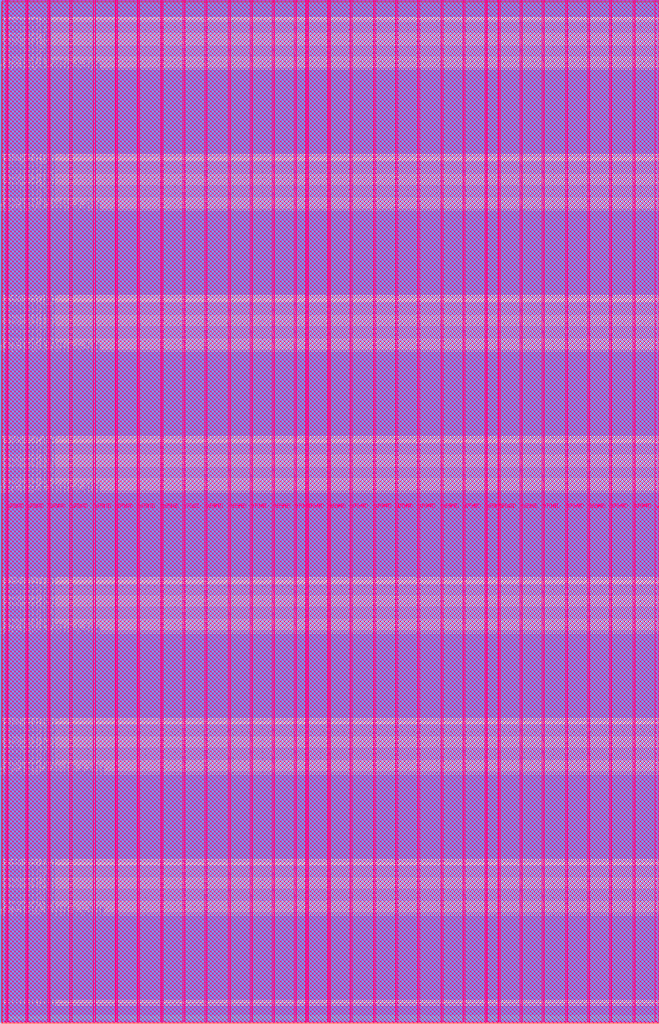
<source format=lef>
VERSION 5.7 ;
  NOWIREEXTENSIONATPIN ON ;
  DIVIDERCHAR "/" ;
  BUSBITCHARS "[]" ;
MACRO eFPGA
  CLASS BLOCK ;
  FOREIGN eFPGA ;
  ORIGIN 0.000 0.000 ;
  SIZE 2263.200 BY 3511.680 ;
  PIN FrameData[0]
    DIRECTION INPUT ;
    USE SIGNAL ;
    ANTENNAGATEAREA 0.180700 ;
    PORT
      LAYER Metal2 ;
        RECT 0.000 3453.880 0.480 3454.280 ;
    END
  END FrameData[0]
  PIN FrameData[100]
    DIRECTION INPUT ;
    USE SIGNAL ;
    ANTENNAGATEAREA 0.180700 ;
    PORT
      LAYER Metal2 ;
        RECT 0.000 2822.200 0.860 2822.600 ;
    END
  END FrameData[100]
  PIN FrameData[101]
    DIRECTION INPUT ;
    USE SIGNAL ;
    ANTENNAGATEAREA 0.180700 ;
    PORT
      LAYER Metal2 ;
        RECT 0.000 2827.240 0.860 2827.640 ;
    END
  END FrameData[101]
  PIN FrameData[102]
    DIRECTION INPUT ;
    USE SIGNAL ;
    ANTENNAGATEAREA 0.180700 ;
    PORT
      LAYER Metal2 ;
        RECT 0.000 2832.280 0.930 2832.680 ;
    END
  END FrameData[102]
  PIN FrameData[103]
    DIRECTION INPUT ;
    USE SIGNAL ;
    ANTENNAGATEAREA 0.180700 ;
    PORT
      LAYER Metal2 ;
        RECT 0.000 2837.320 0.860 2837.720 ;
    END
  END FrameData[103]
  PIN FrameData[104]
    DIRECTION INPUT ;
    USE SIGNAL ;
    ANTENNAGATEAREA 0.180700 ;
    PORT
      LAYER Metal2 ;
        RECT 0.000 2842.360 0.930 2842.760 ;
    END
  END FrameData[104]
  PIN FrameData[105]
    DIRECTION INPUT ;
    USE SIGNAL ;
    ANTENNAGATEAREA 0.180700 ;
    PORT
      LAYER Metal2 ;
        RECT 0.000 2847.400 0.930 2847.800 ;
    END
  END FrameData[105]
  PIN FrameData[106]
    DIRECTION INPUT ;
    USE SIGNAL ;
    ANTENNAGATEAREA 0.180700 ;
    PORT
      LAYER Metal2 ;
        RECT 0.000 2852.440 0.930 2852.840 ;
    END
  END FrameData[106]
  PIN FrameData[107]
    DIRECTION INPUT ;
    USE SIGNAL ;
    ANTENNAGATEAREA 0.180700 ;
    PORT
      LAYER Metal2 ;
        RECT 0.000 2857.480 0.930 2857.880 ;
    END
  END FrameData[107]
  PIN FrameData[108]
    DIRECTION INPUT ;
    USE SIGNAL ;
    ANTENNAGATEAREA 0.180700 ;
    PORT
      LAYER Metal2 ;
        RECT 0.000 2862.520 0.930 2862.920 ;
    END
  END FrameData[108]
  PIN FrameData[109]
    DIRECTION INPUT ;
    USE SIGNAL ;
    ANTENNAGATEAREA 0.180700 ;
    PORT
      LAYER Metal2 ;
        RECT 0.000 2867.560 0.860 2867.960 ;
    END
  END FrameData[109]
  PIN FrameData[10]
    DIRECTION INPUT ;
    USE SIGNAL ;
    ANTENNAGATEAREA 0.180700 ;
    PORT
      LAYER Metal2 ;
        RECT 0.000 3470.680 0.480 3471.080 ;
    END
  END FrameData[10]
  PIN FrameData[110]
    DIRECTION INPUT ;
    USE SIGNAL ;
    ANTENNAGATEAREA 0.180700 ;
    PORT
      LAYER Metal2 ;
        RECT 0.000 2872.600 0.860 2873.000 ;
    END
  END FrameData[110]
  PIN FrameData[111]
    DIRECTION INPUT ;
    USE SIGNAL ;
    ANTENNAGATEAREA 0.180700 ;
    PORT
      LAYER Metal2 ;
        RECT 0.000 2877.640 0.930 2878.040 ;
    END
  END FrameData[111]
  PIN FrameData[112]
    DIRECTION INPUT ;
    USE SIGNAL ;
    ANTENNAGATEAREA 0.180700 ;
    PORT
      LAYER Metal2 ;
        RECT 0.000 2882.680 0.860 2883.080 ;
    END
  END FrameData[112]
  PIN FrameData[113]
    DIRECTION INPUT ;
    USE SIGNAL ;
    ANTENNAGATEAREA 0.180700 ;
    PORT
      LAYER Metal2 ;
        RECT 0.000 2887.720 0.860 2888.120 ;
    END
  END FrameData[113]
  PIN FrameData[114]
    DIRECTION INPUT ;
    USE SIGNAL ;
    ANTENNAGATEAREA 0.180700 ;
    PORT
      LAYER Metal2 ;
        RECT 0.000 2892.760 0.930 2893.160 ;
    END
  END FrameData[114]
  PIN FrameData[115]
    DIRECTION INPUT ;
    USE SIGNAL ;
    ANTENNAGATEAREA 0.180700 ;
    PORT
      LAYER Metal2 ;
        RECT 0.000 2897.800 0.860 2898.200 ;
    END
  END FrameData[115]
  PIN FrameData[116]
    DIRECTION INPUT ;
    USE SIGNAL ;
    ANTENNAGATEAREA 0.180700 ;
    PORT
      LAYER Metal2 ;
        RECT 0.000 2902.840 0.860 2903.240 ;
    END
  END FrameData[116]
  PIN FrameData[117]
    DIRECTION INPUT ;
    USE SIGNAL ;
    ANTENNAGATEAREA 0.180700 ;
    PORT
      LAYER Metal2 ;
        RECT 0.000 2907.880 0.930 2908.280 ;
    END
  END FrameData[117]
  PIN FrameData[118]
    DIRECTION INPUT ;
    USE SIGNAL ;
    ANTENNAGATEAREA 0.180700 ;
    PORT
      LAYER Metal2 ;
        RECT 0.000 2912.920 0.860 2913.320 ;
    END
  END FrameData[118]
  PIN FrameData[119]
    DIRECTION INPUT ;
    USE SIGNAL ;
    ANTENNAGATEAREA 0.180700 ;
    PORT
      LAYER Metal2 ;
        RECT 0.000 2917.960 0.860 2918.360 ;
    END
  END FrameData[119]
  PIN FrameData[11]
    DIRECTION INPUT ;
    USE SIGNAL ;
    ANTENNAGATEAREA 0.180700 ;
    PORT
      LAYER Metal2 ;
        RECT 0.000 3472.360 0.480 3472.760 ;
    END
  END FrameData[11]
  PIN FrameData[120]
    DIRECTION INPUT ;
    USE SIGNAL ;
    ANTENNAGATEAREA 0.180700 ;
    PORT
      LAYER Metal2 ;
        RECT 0.000 2923.000 0.930 2923.400 ;
    END
  END FrameData[120]
  PIN FrameData[121]
    DIRECTION INPUT ;
    USE SIGNAL ;
    ANTENNAGATEAREA 0.180700 ;
    PORT
      LAYER Metal2 ;
        RECT 0.000 2928.040 0.860 2928.440 ;
    END
  END FrameData[121]
  PIN FrameData[122]
    DIRECTION INPUT ;
    USE SIGNAL ;
    ANTENNAGATEAREA 0.180700 ;
    PORT
      LAYER Metal2 ;
        RECT 0.000 2933.080 0.860 2933.480 ;
    END
  END FrameData[122]
  PIN FrameData[123]
    DIRECTION INPUT ;
    USE SIGNAL ;
    ANTENNAGATEAREA 0.180700 ;
    PORT
      LAYER Metal2 ;
        RECT 0.000 2938.120 0.930 2938.520 ;
    END
  END FrameData[123]
  PIN FrameData[124]
    DIRECTION INPUT ;
    USE SIGNAL ;
    ANTENNAGATEAREA 0.180700 ;
    PORT
      LAYER Metal2 ;
        RECT 0.000 2943.160 0.860 2943.560 ;
    END
  END FrameData[124]
  PIN FrameData[125]
    DIRECTION INPUT ;
    USE SIGNAL ;
    ANTENNAGATEAREA 0.180700 ;
    PORT
      LAYER Metal2 ;
        RECT 0.000 2948.200 0.860 2948.600 ;
    END
  END FrameData[125]
  PIN FrameData[126]
    DIRECTION INPUT ;
    USE SIGNAL ;
    ANTENNAGATEAREA 0.180700 ;
    PORT
      LAYER Metal2 ;
        RECT 0.000 2953.240 0.930 2953.640 ;
    END
  END FrameData[126]
  PIN FrameData[127]
    DIRECTION INPUT ;
    USE SIGNAL ;
    ANTENNAGATEAREA 0.180700 ;
    PORT
      LAYER Metal2 ;
        RECT 0.000 2958.280 0.930 2958.680 ;
    END
  END FrameData[127]
  PIN FrameData[128]
    DIRECTION INPUT ;
    USE SIGNAL ;
    ANTENNAGATEAREA 0.180700 ;
    PORT
      LAYER Metal2 ;
        RECT 0.000 2560.120 0.930 2560.520 ;
    END
  END FrameData[128]
  PIN FrameData[129]
    DIRECTION INPUT ;
    USE SIGNAL ;
    ANTENNAGATEAREA 0.180700 ;
    PORT
      LAYER Metal2 ;
        RECT 0.000 2565.160 0.860 2565.560 ;
    END
  END FrameData[129]
  PIN FrameData[12]
    DIRECTION INPUT ;
    USE SIGNAL ;
    ANTENNAGATEAREA 0.180700 ;
    PORT
      LAYER Metal2 ;
        RECT 0.000 3474.040 0.480 3474.440 ;
    END
  END FrameData[12]
  PIN FrameData[130]
    DIRECTION INPUT ;
    USE SIGNAL ;
    ANTENNAGATEAREA 0.180700 ;
    PORT
      LAYER Metal2 ;
        RECT 0.000 2570.200 0.860 2570.600 ;
    END
  END FrameData[130]
  PIN FrameData[131]
    DIRECTION INPUT ;
    USE SIGNAL ;
    ANTENNAGATEAREA 0.180700 ;
    PORT
      LAYER Metal2 ;
        RECT 0.000 2575.240 0.860 2575.640 ;
    END
  END FrameData[131]
  PIN FrameData[132]
    DIRECTION INPUT ;
    USE SIGNAL ;
    ANTENNAGATEAREA 0.180700 ;
    PORT
      LAYER Metal2 ;
        RECT 0.000 2580.280 0.860 2580.680 ;
    END
  END FrameData[132]
  PIN FrameData[133]
    DIRECTION INPUT ;
    USE SIGNAL ;
    ANTENNAGATEAREA 0.180700 ;
    PORT
      LAYER Metal2 ;
        RECT 0.000 2585.320 0.860 2585.720 ;
    END
  END FrameData[133]
  PIN FrameData[134]
    DIRECTION INPUT ;
    USE SIGNAL ;
    ANTENNAGATEAREA 0.180700 ;
    PORT
      LAYER Metal2 ;
        RECT 0.000 2590.360 0.930 2590.760 ;
    END
  END FrameData[134]
  PIN FrameData[135]
    DIRECTION INPUT ;
    USE SIGNAL ;
    ANTENNAGATEAREA 0.180700 ;
    PORT
      LAYER Metal2 ;
        RECT 0.000 2595.400 0.860 2595.800 ;
    END
  END FrameData[135]
  PIN FrameData[136]
    DIRECTION INPUT ;
    USE SIGNAL ;
    ANTENNAGATEAREA 0.180700 ;
    PORT
      LAYER Metal2 ;
        RECT 0.000 2600.440 0.930 2600.840 ;
    END
  END FrameData[136]
  PIN FrameData[137]
    DIRECTION INPUT ;
    USE SIGNAL ;
    ANTENNAGATEAREA 0.180700 ;
    PORT
      LAYER Metal2 ;
        RECT 0.000 2605.480 0.930 2605.880 ;
    END
  END FrameData[137]
  PIN FrameData[138]
    DIRECTION INPUT ;
    USE SIGNAL ;
    ANTENNAGATEAREA 0.180700 ;
    PORT
      LAYER Metal2 ;
        RECT 0.000 2610.520 0.930 2610.920 ;
    END
  END FrameData[138]
  PIN FrameData[139]
    DIRECTION INPUT ;
    USE SIGNAL ;
    ANTENNAGATEAREA 0.180700 ;
    PORT
      LAYER Metal2 ;
        RECT 0.000 2615.560 0.930 2615.960 ;
    END
  END FrameData[139]
  PIN FrameData[13]
    DIRECTION INPUT ;
    USE SIGNAL ;
    ANTENNAGATEAREA 0.180700 ;
    PORT
      LAYER Metal2 ;
        RECT 0.000 3475.720 0.480 3476.120 ;
    END
  END FrameData[13]
  PIN FrameData[140]
    DIRECTION INPUT ;
    USE SIGNAL ;
    ANTENNAGATEAREA 0.180700 ;
    PORT
      LAYER Metal2 ;
        RECT 0.000 2620.600 0.930 2621.000 ;
    END
  END FrameData[140]
  PIN FrameData[141]
    DIRECTION INPUT ;
    USE SIGNAL ;
    ANTENNAGATEAREA 0.180700 ;
    PORT
      LAYER Metal2 ;
        RECT 0.000 2625.640 0.860 2626.040 ;
    END
  END FrameData[141]
  PIN FrameData[142]
    DIRECTION INPUT ;
    USE SIGNAL ;
    ANTENNAGATEAREA 0.180700 ;
    PORT
      LAYER Metal2 ;
        RECT 0.000 2630.680 0.860 2631.080 ;
    END
  END FrameData[142]
  PIN FrameData[143]
    DIRECTION INPUT ;
    USE SIGNAL ;
    ANTENNAGATEAREA 0.180700 ;
    PORT
      LAYER Metal2 ;
        RECT 0.000 2635.720 0.930 2636.120 ;
    END
  END FrameData[143]
  PIN FrameData[144]
    DIRECTION INPUT ;
    USE SIGNAL ;
    ANTENNAGATEAREA 0.180700 ;
    PORT
      LAYER Metal2 ;
        RECT 0.000 2640.760 0.860 2641.160 ;
    END
  END FrameData[144]
  PIN FrameData[145]
    DIRECTION INPUT ;
    USE SIGNAL ;
    ANTENNAGATEAREA 0.180700 ;
    PORT
      LAYER Metal2 ;
        RECT 0.000 2645.800 0.860 2646.200 ;
    END
  END FrameData[145]
  PIN FrameData[146]
    DIRECTION INPUT ;
    USE SIGNAL ;
    ANTENNAGATEAREA 0.180700 ;
    PORT
      LAYER Metal2 ;
        RECT 0.000 2650.840 0.930 2651.240 ;
    END
  END FrameData[146]
  PIN FrameData[147]
    DIRECTION INPUT ;
    USE SIGNAL ;
    ANTENNAGATEAREA 0.180700 ;
    PORT
      LAYER Metal2 ;
        RECT 0.000 2655.880 0.860 2656.280 ;
    END
  END FrameData[147]
  PIN FrameData[148]
    DIRECTION INPUT ;
    USE SIGNAL ;
    ANTENNAGATEAREA 0.180700 ;
    PORT
      LAYER Metal2 ;
        RECT 0.000 2660.920 0.860 2661.320 ;
    END
  END FrameData[148]
  PIN FrameData[149]
    DIRECTION INPUT ;
    USE SIGNAL ;
    ANTENNAGATEAREA 0.180700 ;
    PORT
      LAYER Metal2 ;
        RECT 0.000 2665.960 0.930 2666.360 ;
    END
  END FrameData[149]
  PIN FrameData[14]
    DIRECTION INPUT ;
    USE SIGNAL ;
    ANTENNAGATEAREA 0.180700 ;
    PORT
      LAYER Metal2 ;
        RECT 0.000 3477.400 0.480 3477.800 ;
    END
  END FrameData[14]
  PIN FrameData[150]
    DIRECTION INPUT ;
    USE SIGNAL ;
    ANTENNAGATEAREA 0.180700 ;
    PORT
      LAYER Metal2 ;
        RECT 0.000 2671.000 0.860 2671.400 ;
    END
  END FrameData[150]
  PIN FrameData[151]
    DIRECTION INPUT ;
    USE SIGNAL ;
    ANTENNAGATEAREA 0.180700 ;
    PORT
      LAYER Metal2 ;
        RECT 0.000 2676.040 0.860 2676.440 ;
    END
  END FrameData[151]
  PIN FrameData[152]
    DIRECTION INPUT ;
    USE SIGNAL ;
    ANTENNAGATEAREA 0.180700 ;
    PORT
      LAYER Metal2 ;
        RECT 0.000 2681.080 0.930 2681.480 ;
    END
  END FrameData[152]
  PIN FrameData[153]
    DIRECTION INPUT ;
    USE SIGNAL ;
    ANTENNAGATEAREA 0.180700 ;
    PORT
      LAYER Metal2 ;
        RECT 0.000 2686.120 0.860 2686.520 ;
    END
  END FrameData[153]
  PIN FrameData[154]
    DIRECTION INPUT ;
    USE SIGNAL ;
    ANTENNAGATEAREA 0.180700 ;
    PORT
      LAYER Metal2 ;
        RECT 0.000 2691.160 0.860 2691.560 ;
    END
  END FrameData[154]
  PIN FrameData[155]
    DIRECTION INPUT ;
    USE SIGNAL ;
    ANTENNAGATEAREA 0.180700 ;
    PORT
      LAYER Metal2 ;
        RECT 0.000 2696.200 0.930 2696.600 ;
    END
  END FrameData[155]
  PIN FrameData[156]
    DIRECTION INPUT ;
    USE SIGNAL ;
    ANTENNAGATEAREA 0.180700 ;
    PORT
      LAYER Metal2 ;
        RECT 0.000 2701.240 0.860 2701.640 ;
    END
  END FrameData[156]
  PIN FrameData[157]
    DIRECTION INPUT ;
    USE SIGNAL ;
    ANTENNAGATEAREA 0.180700 ;
    PORT
      LAYER Metal2 ;
        RECT 0.000 2706.280 0.860 2706.680 ;
    END
  END FrameData[157]
  PIN FrameData[158]
    DIRECTION INPUT ;
    USE SIGNAL ;
    ANTENNAGATEAREA 0.180700 ;
    PORT
      LAYER Metal2 ;
        RECT 0.000 2711.320 0.930 2711.720 ;
    END
  END FrameData[158]
  PIN FrameData[159]
    DIRECTION INPUT ;
    USE SIGNAL ;
    ANTENNAGATEAREA 0.180700 ;
    PORT
      LAYER Metal2 ;
        RECT 0.000 2716.360 0.930 2716.760 ;
    END
  END FrameData[159]
  PIN FrameData[15]
    DIRECTION INPUT ;
    USE SIGNAL ;
    ANTENNAGATEAREA 0.180700 ;
    PORT
      LAYER Metal2 ;
        RECT 0.000 3479.080 0.480 3479.480 ;
    END
  END FrameData[15]
  PIN FrameData[160]
    DIRECTION INPUT ;
    USE SIGNAL ;
    ANTENNAGATEAREA 0.180700 ;
    PORT
      LAYER Metal2 ;
        RECT 0.000 2318.200 0.930 2318.600 ;
    END
  END FrameData[160]
  PIN FrameData[161]
    DIRECTION INPUT ;
    USE SIGNAL ;
    ANTENNAGATEAREA 0.180700 ;
    PORT
      LAYER Metal2 ;
        RECT 0.000 2323.240 0.860 2323.640 ;
    END
  END FrameData[161]
  PIN FrameData[162]
    DIRECTION INPUT ;
    USE SIGNAL ;
    ANTENNAGATEAREA 0.180700 ;
    PORT
      LAYER Metal2 ;
        RECT 0.000 2328.280 0.860 2328.680 ;
    END
  END FrameData[162]
  PIN FrameData[163]
    DIRECTION INPUT ;
    USE SIGNAL ;
    ANTENNAGATEAREA 0.180700 ;
    PORT
      LAYER Metal2 ;
        RECT 0.000 2333.320 0.860 2333.720 ;
    END
  END FrameData[163]
  PIN FrameData[164]
    DIRECTION INPUT ;
    USE SIGNAL ;
    ANTENNAGATEAREA 0.180700 ;
    PORT
      LAYER Metal2 ;
        RECT 0.000 2338.360 0.860 2338.760 ;
    END
  END FrameData[164]
  PIN FrameData[165]
    DIRECTION INPUT ;
    USE SIGNAL ;
    ANTENNAGATEAREA 0.180700 ;
    PORT
      LAYER Metal2 ;
        RECT 0.000 2343.400 0.860 2343.800 ;
    END
  END FrameData[165]
  PIN FrameData[166]
    DIRECTION INPUT ;
    USE SIGNAL ;
    ANTENNAGATEAREA 0.180700 ;
    PORT
      LAYER Metal2 ;
        RECT 0.000 2348.440 0.930 2348.840 ;
    END
  END FrameData[166]
  PIN FrameData[167]
    DIRECTION INPUT ;
    USE SIGNAL ;
    ANTENNAGATEAREA 0.180700 ;
    PORT
      LAYER Metal2 ;
        RECT 0.000 2353.480 0.860 2353.880 ;
    END
  END FrameData[167]
  PIN FrameData[168]
    DIRECTION INPUT ;
    USE SIGNAL ;
    ANTENNAGATEAREA 0.180700 ;
    PORT
      LAYER Metal2 ;
        RECT 0.000 2358.520 0.930 2358.920 ;
    END
  END FrameData[168]
  PIN FrameData[169]
    DIRECTION INPUT ;
    USE SIGNAL ;
    ANTENNAGATEAREA 0.180700 ;
    PORT
      LAYER Metal2 ;
        RECT 0.000 2363.560 0.930 2363.960 ;
    END
  END FrameData[169]
  PIN FrameData[16]
    DIRECTION INPUT ;
    USE SIGNAL ;
    ANTENNAGATEAREA 0.180700 ;
    PORT
      LAYER Metal2 ;
        RECT 0.000 3480.760 0.480 3481.160 ;
    END
  END FrameData[16]
  PIN FrameData[170]
    DIRECTION INPUT ;
    USE SIGNAL ;
    ANTENNAGATEAREA 0.180700 ;
    PORT
      LAYER Metal2 ;
        RECT 0.000 2368.600 0.930 2369.000 ;
    END
  END FrameData[170]
  PIN FrameData[171]
    DIRECTION INPUT ;
    USE SIGNAL ;
    ANTENNAGATEAREA 0.180700 ;
    PORT
      LAYER Metal2 ;
        RECT 0.000 2373.640 0.930 2374.040 ;
    END
  END FrameData[171]
  PIN FrameData[172]
    DIRECTION INPUT ;
    USE SIGNAL ;
    ANTENNAGATEAREA 0.180700 ;
    PORT
      LAYER Metal2 ;
        RECT 0.000 2378.680 0.930 2379.080 ;
    END
  END FrameData[172]
  PIN FrameData[173]
    DIRECTION INPUT ;
    USE SIGNAL ;
    ANTENNAGATEAREA 0.180700 ;
    PORT
      LAYER Metal2 ;
        RECT 0.000 2383.720 0.860 2384.120 ;
    END
  END FrameData[173]
  PIN FrameData[174]
    DIRECTION INPUT ;
    USE SIGNAL ;
    ANTENNAGATEAREA 0.180700 ;
    PORT
      LAYER Metal2 ;
        RECT 0.000 2388.760 0.860 2389.160 ;
    END
  END FrameData[174]
  PIN FrameData[175]
    DIRECTION INPUT ;
    USE SIGNAL ;
    ANTENNAGATEAREA 0.180700 ;
    PORT
      LAYER Metal2 ;
        RECT 0.000 2393.800 0.930 2394.200 ;
    END
  END FrameData[175]
  PIN FrameData[176]
    DIRECTION INPUT ;
    USE SIGNAL ;
    ANTENNAGATEAREA 0.180700 ;
    PORT
      LAYER Metal2 ;
        RECT 0.000 2398.840 0.860 2399.240 ;
    END
  END FrameData[176]
  PIN FrameData[177]
    DIRECTION INPUT ;
    USE SIGNAL ;
    ANTENNAGATEAREA 0.180700 ;
    PORT
      LAYER Metal2 ;
        RECT 0.000 2403.880 0.860 2404.280 ;
    END
  END FrameData[177]
  PIN FrameData[178]
    DIRECTION INPUT ;
    USE SIGNAL ;
    ANTENNAGATEAREA 0.180700 ;
    PORT
      LAYER Metal2 ;
        RECT 0.000 2408.920 0.930 2409.320 ;
    END
  END FrameData[178]
  PIN FrameData[179]
    DIRECTION INPUT ;
    USE SIGNAL ;
    ANTENNAGATEAREA 0.180700 ;
    PORT
      LAYER Metal2 ;
        RECT 0.000 2413.960 0.860 2414.360 ;
    END
  END FrameData[179]
  PIN FrameData[17]
    DIRECTION INPUT ;
    USE SIGNAL ;
    ANTENNAGATEAREA 0.180700 ;
    PORT
      LAYER Metal2 ;
        RECT 0.000 3482.440 0.480 3482.840 ;
    END
  END FrameData[17]
  PIN FrameData[180]
    DIRECTION INPUT ;
    USE SIGNAL ;
    ANTENNAGATEAREA 0.180700 ;
    PORT
      LAYER Metal2 ;
        RECT 0.000 2419.000 0.860 2419.400 ;
    END
  END FrameData[180]
  PIN FrameData[181]
    DIRECTION INPUT ;
    USE SIGNAL ;
    ANTENNAGATEAREA 0.180700 ;
    PORT
      LAYER Metal2 ;
        RECT 0.000 2424.040 0.930 2424.440 ;
    END
  END FrameData[181]
  PIN FrameData[182]
    DIRECTION INPUT ;
    USE SIGNAL ;
    ANTENNAGATEAREA 0.180700 ;
    PORT
      LAYER Metal2 ;
        RECT 0.000 2429.080 0.860 2429.480 ;
    END
  END FrameData[182]
  PIN FrameData[183]
    DIRECTION INPUT ;
    USE SIGNAL ;
    ANTENNAGATEAREA 0.180700 ;
    PORT
      LAYER Metal2 ;
        RECT 0.000 2434.120 0.860 2434.520 ;
    END
  END FrameData[183]
  PIN FrameData[184]
    DIRECTION INPUT ;
    USE SIGNAL ;
    ANTENNAGATEAREA 0.180700 ;
    PORT
      LAYER Metal2 ;
        RECT 0.000 2439.160 0.930 2439.560 ;
    END
  END FrameData[184]
  PIN FrameData[185]
    DIRECTION INPUT ;
    USE SIGNAL ;
    ANTENNAGATEAREA 0.180700 ;
    PORT
      LAYER Metal2 ;
        RECT 0.000 2444.200 0.860 2444.600 ;
    END
  END FrameData[185]
  PIN FrameData[186]
    DIRECTION INPUT ;
    USE SIGNAL ;
    ANTENNAGATEAREA 0.180700 ;
    PORT
      LAYER Metal2 ;
        RECT 0.000 2449.240 0.860 2449.640 ;
    END
  END FrameData[186]
  PIN FrameData[187]
    DIRECTION INPUT ;
    USE SIGNAL ;
    ANTENNAGATEAREA 0.180700 ;
    PORT
      LAYER Metal2 ;
        RECT 0.000 2454.280 0.930 2454.680 ;
    END
  END FrameData[187]
  PIN FrameData[188]
    DIRECTION INPUT ;
    USE SIGNAL ;
    ANTENNAGATEAREA 0.180700 ;
    PORT
      LAYER Metal2 ;
        RECT 0.000 2459.320 0.860 2459.720 ;
    END
  END FrameData[188]
  PIN FrameData[189]
    DIRECTION INPUT ;
    USE SIGNAL ;
    ANTENNAGATEAREA 0.180700 ;
    PORT
      LAYER Metal2 ;
        RECT 0.000 2464.360 0.860 2464.760 ;
    END
  END FrameData[189]
  PIN FrameData[18]
    DIRECTION INPUT ;
    USE SIGNAL ;
    ANTENNAGATEAREA 0.180700 ;
    PORT
      LAYER Metal2 ;
        RECT 0.000 3484.120 0.480 3484.520 ;
    END
  END FrameData[18]
  PIN FrameData[190]
    DIRECTION INPUT ;
    USE SIGNAL ;
    ANTENNAGATEAREA 0.180700 ;
    PORT
      LAYER Metal2 ;
        RECT 0.000 2469.400 0.930 2469.800 ;
    END
  END FrameData[190]
  PIN FrameData[191]
    DIRECTION INPUT ;
    USE SIGNAL ;
    ANTENNAGATEAREA 0.180700 ;
    PORT
      LAYER Metal2 ;
        RECT 0.000 2474.440 0.930 2474.840 ;
    END
  END FrameData[191]
  PIN FrameData[192]
    DIRECTION INPUT ;
    USE SIGNAL ;
    ANTENNAGATEAREA 0.180700 ;
    PORT
      LAYER Metal2 ;
        RECT 0.000 2076.280 0.930 2076.680 ;
    END
  END FrameData[192]
  PIN FrameData[193]
    DIRECTION INPUT ;
    USE SIGNAL ;
    ANTENNAGATEAREA 0.180700 ;
    PORT
      LAYER Metal2 ;
        RECT 0.000 2081.320 0.860 2081.720 ;
    END
  END FrameData[193]
  PIN FrameData[194]
    DIRECTION INPUT ;
    USE SIGNAL ;
    ANTENNAGATEAREA 0.180700 ;
    PORT
      LAYER Metal2 ;
        RECT 0.000 2086.360 0.860 2086.760 ;
    END
  END FrameData[194]
  PIN FrameData[195]
    DIRECTION INPUT ;
    USE SIGNAL ;
    ANTENNAGATEAREA 0.180700 ;
    PORT
      LAYER Metal2 ;
        RECT 0.000 2091.400 0.860 2091.800 ;
    END
  END FrameData[195]
  PIN FrameData[196]
    DIRECTION INPUT ;
    USE SIGNAL ;
    ANTENNAGATEAREA 0.180700 ;
    PORT
      LAYER Metal2 ;
        RECT 0.000 2096.440 0.860 2096.840 ;
    END
  END FrameData[196]
  PIN FrameData[197]
    DIRECTION INPUT ;
    USE SIGNAL ;
    ANTENNAGATEAREA 0.180700 ;
    PORT
      LAYER Metal2 ;
        RECT 0.000 2101.480 0.860 2101.880 ;
    END
  END FrameData[197]
  PIN FrameData[198]
    DIRECTION INPUT ;
    USE SIGNAL ;
    ANTENNAGATEAREA 0.180700 ;
    PORT
      LAYER Metal2 ;
        RECT 0.000 2106.520 0.930 2106.920 ;
    END
  END FrameData[198]
  PIN FrameData[199]
    DIRECTION INPUT ;
    USE SIGNAL ;
    ANTENNAGATEAREA 0.180700 ;
    PORT
      LAYER Metal2 ;
        RECT 0.000 2111.560 0.860 2111.960 ;
    END
  END FrameData[199]
  PIN FrameData[19]
    DIRECTION INPUT ;
    USE SIGNAL ;
    ANTENNAGATEAREA 0.180700 ;
    PORT
      LAYER Metal2 ;
        RECT 0.000 3485.800 0.480 3486.200 ;
    END
  END FrameData[19]
  PIN FrameData[1]
    DIRECTION INPUT ;
    USE SIGNAL ;
    ANTENNAGATEAREA 0.180700 ;
    PORT
      LAYER Metal2 ;
        RECT 0.000 3455.560 0.480 3455.960 ;
    END
  END FrameData[1]
  PIN FrameData[200]
    DIRECTION INPUT ;
    USE SIGNAL ;
    ANTENNAGATEAREA 0.180700 ;
    PORT
      LAYER Metal2 ;
        RECT 0.000 2116.600 0.930 2117.000 ;
    END
  END FrameData[200]
  PIN FrameData[201]
    DIRECTION INPUT ;
    USE SIGNAL ;
    ANTENNAGATEAREA 0.180700 ;
    PORT
      LAYER Metal2 ;
        RECT 0.000 2121.640 0.930 2122.040 ;
    END
  END FrameData[201]
  PIN FrameData[202]
    DIRECTION INPUT ;
    USE SIGNAL ;
    ANTENNAGATEAREA 0.180700 ;
    PORT
      LAYER Metal2 ;
        RECT 0.000 2126.680 0.930 2127.080 ;
    END
  END FrameData[202]
  PIN FrameData[203]
    DIRECTION INPUT ;
    USE SIGNAL ;
    ANTENNAGATEAREA 0.180700 ;
    PORT
      LAYER Metal2 ;
        RECT 0.000 2131.720 0.930 2132.120 ;
    END
  END FrameData[203]
  PIN FrameData[204]
    DIRECTION INPUT ;
    USE SIGNAL ;
    ANTENNAGATEAREA 0.180700 ;
    PORT
      LAYER Metal2 ;
        RECT 0.000 2136.760 0.930 2137.160 ;
    END
  END FrameData[204]
  PIN FrameData[205]
    DIRECTION INPUT ;
    USE SIGNAL ;
    ANTENNAGATEAREA 0.180700 ;
    PORT
      LAYER Metal2 ;
        RECT 0.000 2141.800 0.860 2142.200 ;
    END
  END FrameData[205]
  PIN FrameData[206]
    DIRECTION INPUT ;
    USE SIGNAL ;
    ANTENNAGATEAREA 0.180700 ;
    PORT
      LAYER Metal2 ;
        RECT 0.000 2146.840 0.860 2147.240 ;
    END
  END FrameData[206]
  PIN FrameData[207]
    DIRECTION INPUT ;
    USE SIGNAL ;
    ANTENNAGATEAREA 0.180700 ;
    PORT
      LAYER Metal2 ;
        RECT 0.000 2151.880 0.930 2152.280 ;
    END
  END FrameData[207]
  PIN FrameData[208]
    DIRECTION INPUT ;
    USE SIGNAL ;
    ANTENNAGATEAREA 0.180700 ;
    PORT
      LAYER Metal2 ;
        RECT 0.000 2156.920 0.860 2157.320 ;
    END
  END FrameData[208]
  PIN FrameData[209]
    DIRECTION INPUT ;
    USE SIGNAL ;
    ANTENNAGATEAREA 0.180700 ;
    PORT
      LAYER Metal2 ;
        RECT 0.000 2161.960 0.860 2162.360 ;
    END
  END FrameData[209]
  PIN FrameData[20]
    DIRECTION INPUT ;
    USE SIGNAL ;
    ANTENNAGATEAREA 0.180700 ;
    PORT
      LAYER Metal2 ;
        RECT 0.000 3487.480 0.480 3487.880 ;
    END
  END FrameData[20]
  PIN FrameData[210]
    DIRECTION INPUT ;
    USE SIGNAL ;
    ANTENNAGATEAREA 0.180700 ;
    PORT
      LAYER Metal2 ;
        RECT 0.000 2167.000 0.930 2167.400 ;
    END
  END FrameData[210]
  PIN FrameData[211]
    DIRECTION INPUT ;
    USE SIGNAL ;
    ANTENNAGATEAREA 0.180700 ;
    PORT
      LAYER Metal2 ;
        RECT 0.000 2172.040 0.860 2172.440 ;
    END
  END FrameData[211]
  PIN FrameData[212]
    DIRECTION INPUT ;
    USE SIGNAL ;
    ANTENNAGATEAREA 0.180700 ;
    PORT
      LAYER Metal2 ;
        RECT 0.000 2177.080 0.860 2177.480 ;
    END
  END FrameData[212]
  PIN FrameData[213]
    DIRECTION INPUT ;
    USE SIGNAL ;
    ANTENNAGATEAREA 0.180700 ;
    PORT
      LAYER Metal2 ;
        RECT 0.000 2182.120 0.930 2182.520 ;
    END
  END FrameData[213]
  PIN FrameData[214]
    DIRECTION INPUT ;
    USE SIGNAL ;
    ANTENNAGATEAREA 0.180700 ;
    PORT
      LAYER Metal2 ;
        RECT 0.000 2187.160 0.860 2187.560 ;
    END
  END FrameData[214]
  PIN FrameData[215]
    DIRECTION INPUT ;
    USE SIGNAL ;
    ANTENNAGATEAREA 0.180700 ;
    PORT
      LAYER Metal2 ;
        RECT 0.000 2192.200 0.860 2192.600 ;
    END
  END FrameData[215]
  PIN FrameData[216]
    DIRECTION INPUT ;
    USE SIGNAL ;
    ANTENNAGATEAREA 0.180700 ;
    PORT
      LAYER Metal2 ;
        RECT 0.000 2197.240 0.930 2197.640 ;
    END
  END FrameData[216]
  PIN FrameData[217]
    DIRECTION INPUT ;
    USE SIGNAL ;
    ANTENNAGATEAREA 0.180700 ;
    PORT
      LAYER Metal2 ;
        RECT 0.000 2202.280 0.860 2202.680 ;
    END
  END FrameData[217]
  PIN FrameData[218]
    DIRECTION INPUT ;
    USE SIGNAL ;
    ANTENNAGATEAREA 0.180700 ;
    PORT
      LAYER Metal2 ;
        RECT 0.000 2207.320 0.860 2207.720 ;
    END
  END FrameData[218]
  PIN FrameData[219]
    DIRECTION INPUT ;
    USE SIGNAL ;
    ANTENNAGATEAREA 0.180700 ;
    PORT
      LAYER Metal2 ;
        RECT 0.000 2212.360 0.930 2212.760 ;
    END
  END FrameData[219]
  PIN FrameData[21]
    DIRECTION INPUT ;
    USE SIGNAL ;
    ANTENNAGATEAREA 0.180700 ;
    PORT
      LAYER Metal2 ;
        RECT 0.000 3489.160 0.480 3489.560 ;
    END
  END FrameData[21]
  PIN FrameData[220]
    DIRECTION INPUT ;
    USE SIGNAL ;
    ANTENNAGATEAREA 0.180700 ;
    PORT
      LAYER Metal2 ;
        RECT 0.000 2217.400 0.860 2217.800 ;
    END
  END FrameData[220]
  PIN FrameData[221]
    DIRECTION INPUT ;
    USE SIGNAL ;
    ANTENNAGATEAREA 0.180700 ;
    PORT
      LAYER Metal2 ;
        RECT 0.000 2222.440 0.860 2222.840 ;
    END
  END FrameData[221]
  PIN FrameData[222]
    DIRECTION INPUT ;
    USE SIGNAL ;
    ANTENNAGATEAREA 0.180700 ;
    PORT
      LAYER Metal2 ;
        RECT 0.000 2227.480 0.930 2227.880 ;
    END
  END FrameData[222]
  PIN FrameData[223]
    DIRECTION INPUT ;
    USE SIGNAL ;
    ANTENNAGATEAREA 0.180700 ;
    PORT
      LAYER Metal2 ;
        RECT 0.000 2232.520 0.930 2232.920 ;
    END
  END FrameData[223]
  PIN FrameData[224]
    DIRECTION INPUT ;
    USE SIGNAL ;
    ANTENNAGATEAREA 0.180700 ;
    PORT
      LAYER Metal2 ;
        RECT 0.000 1834.360 0.930 1834.760 ;
    END
  END FrameData[224]
  PIN FrameData[225]
    DIRECTION INPUT ;
    USE SIGNAL ;
    ANTENNAGATEAREA 0.180700 ;
    PORT
      LAYER Metal2 ;
        RECT 0.000 1839.400 0.860 1839.800 ;
    END
  END FrameData[225]
  PIN FrameData[226]
    DIRECTION INPUT ;
    USE SIGNAL ;
    ANTENNAGATEAREA 0.180700 ;
    PORT
      LAYER Metal2 ;
        RECT 0.000 1844.440 0.860 1844.840 ;
    END
  END FrameData[226]
  PIN FrameData[227]
    DIRECTION INPUT ;
    USE SIGNAL ;
    ANTENNAGATEAREA 0.180700 ;
    PORT
      LAYER Metal2 ;
        RECT 0.000 1849.480 0.860 1849.880 ;
    END
  END FrameData[227]
  PIN FrameData[228]
    DIRECTION INPUT ;
    USE SIGNAL ;
    ANTENNAGATEAREA 0.180700 ;
    PORT
      LAYER Metal2 ;
        RECT 0.000 1854.520 0.860 1854.920 ;
    END
  END FrameData[228]
  PIN FrameData[229]
    DIRECTION INPUT ;
    USE SIGNAL ;
    ANTENNAGATEAREA 0.180700 ;
    PORT
      LAYER Metal2 ;
        RECT 0.000 1859.560 0.860 1859.960 ;
    END
  END FrameData[229]
  PIN FrameData[22]
    DIRECTION INPUT ;
    USE SIGNAL ;
    ANTENNAGATEAREA 0.180700 ;
    PORT
      LAYER Metal2 ;
        RECT 0.000 3490.840 0.480 3491.240 ;
    END
  END FrameData[22]
  PIN FrameData[230]
    DIRECTION INPUT ;
    USE SIGNAL ;
    ANTENNAGATEAREA 0.180700 ;
    PORT
      LAYER Metal2 ;
        RECT 0.000 1864.600 0.930 1865.000 ;
    END
  END FrameData[230]
  PIN FrameData[231]
    DIRECTION INPUT ;
    USE SIGNAL ;
    ANTENNAGATEAREA 0.180700 ;
    PORT
      LAYER Metal2 ;
        RECT 0.000 1869.640 0.860 1870.040 ;
    END
  END FrameData[231]
  PIN FrameData[232]
    DIRECTION INPUT ;
    USE SIGNAL ;
    ANTENNAGATEAREA 0.180700 ;
    PORT
      LAYER Metal2 ;
        RECT 0.000 1874.680 0.930 1875.080 ;
    END
  END FrameData[232]
  PIN FrameData[233]
    DIRECTION INPUT ;
    USE SIGNAL ;
    ANTENNAGATEAREA 0.180700 ;
    PORT
      LAYER Metal2 ;
        RECT 0.000 1879.720 0.930 1880.120 ;
    END
  END FrameData[233]
  PIN FrameData[234]
    DIRECTION INPUT ;
    USE SIGNAL ;
    ANTENNAGATEAREA 0.180700 ;
    PORT
      LAYER Metal2 ;
        RECT 0.000 1884.760 0.930 1885.160 ;
    END
  END FrameData[234]
  PIN FrameData[235]
    DIRECTION INPUT ;
    USE SIGNAL ;
    ANTENNAGATEAREA 0.180700 ;
    PORT
      LAYER Metal2 ;
        RECT 0.000 1889.800 0.930 1890.200 ;
    END
  END FrameData[235]
  PIN FrameData[236]
    DIRECTION INPUT ;
    USE SIGNAL ;
    ANTENNAGATEAREA 0.180700 ;
    PORT
      LAYER Metal2 ;
        RECT 0.000 1894.840 0.930 1895.240 ;
    END
  END FrameData[236]
  PIN FrameData[237]
    DIRECTION INPUT ;
    USE SIGNAL ;
    ANTENNAGATEAREA 0.180700 ;
    PORT
      LAYER Metal2 ;
        RECT 0.000 1899.880 0.860 1900.280 ;
    END
  END FrameData[237]
  PIN FrameData[238]
    DIRECTION INPUT ;
    USE SIGNAL ;
    ANTENNAGATEAREA 0.180700 ;
    PORT
      LAYER Metal2 ;
        RECT 0.000 1904.920 0.860 1905.320 ;
    END
  END FrameData[238]
  PIN FrameData[239]
    DIRECTION INPUT ;
    USE SIGNAL ;
    ANTENNAGATEAREA 0.180700 ;
    PORT
      LAYER Metal2 ;
        RECT 0.000 1909.960 0.930 1910.360 ;
    END
  END FrameData[239]
  PIN FrameData[23]
    DIRECTION INPUT ;
    USE SIGNAL ;
    ANTENNAGATEAREA 0.180700 ;
    PORT
      LAYER Metal2 ;
        RECT 0.000 3492.520 0.480 3492.920 ;
    END
  END FrameData[23]
  PIN FrameData[240]
    DIRECTION INPUT ;
    USE SIGNAL ;
    ANTENNAGATEAREA 0.180700 ;
    PORT
      LAYER Metal2 ;
        RECT 0.000 1915.000 0.860 1915.400 ;
    END
  END FrameData[240]
  PIN FrameData[241]
    DIRECTION INPUT ;
    USE SIGNAL ;
    ANTENNAGATEAREA 0.180700 ;
    PORT
      LAYER Metal2 ;
        RECT 0.000 1920.040 0.860 1920.440 ;
    END
  END FrameData[241]
  PIN FrameData[242]
    DIRECTION INPUT ;
    USE SIGNAL ;
    ANTENNAGATEAREA 0.180700 ;
    PORT
      LAYER Metal2 ;
        RECT 0.000 1925.080 0.930 1925.480 ;
    END
  END FrameData[242]
  PIN FrameData[243]
    DIRECTION INPUT ;
    USE SIGNAL ;
    ANTENNAGATEAREA 0.180700 ;
    PORT
      LAYER Metal2 ;
        RECT 0.000 1930.120 0.860 1930.520 ;
    END
  END FrameData[243]
  PIN FrameData[244]
    DIRECTION INPUT ;
    USE SIGNAL ;
    ANTENNAGATEAREA 0.180700 ;
    PORT
      LAYER Metal2 ;
        RECT 0.000 1935.160 0.860 1935.560 ;
    END
  END FrameData[244]
  PIN FrameData[245]
    DIRECTION INPUT ;
    USE SIGNAL ;
    ANTENNAGATEAREA 0.180700 ;
    PORT
      LAYER Metal2 ;
        RECT 0.000 1940.200 0.930 1940.600 ;
    END
  END FrameData[245]
  PIN FrameData[246]
    DIRECTION INPUT ;
    USE SIGNAL ;
    ANTENNAGATEAREA 0.180700 ;
    PORT
      LAYER Metal2 ;
        RECT 0.000 1945.240 0.860 1945.640 ;
    END
  END FrameData[246]
  PIN FrameData[247]
    DIRECTION INPUT ;
    USE SIGNAL ;
    ANTENNAGATEAREA 0.180700 ;
    PORT
      LAYER Metal2 ;
        RECT 0.000 1950.280 0.860 1950.680 ;
    END
  END FrameData[247]
  PIN FrameData[248]
    DIRECTION INPUT ;
    USE SIGNAL ;
    ANTENNAGATEAREA 0.180700 ;
    PORT
      LAYER Metal2 ;
        RECT 0.000 1955.320 0.930 1955.720 ;
    END
  END FrameData[248]
  PIN FrameData[249]
    DIRECTION INPUT ;
    USE SIGNAL ;
    ANTENNAGATEAREA 0.180700 ;
    PORT
      LAYER Metal2 ;
        RECT 0.000 1960.360 0.860 1960.760 ;
    END
  END FrameData[249]
  PIN FrameData[24]
    DIRECTION INPUT ;
    USE SIGNAL ;
    ANTENNAGATEAREA 0.180700 ;
    PORT
      LAYER Metal2 ;
        RECT 0.000 3494.200 0.480 3494.600 ;
    END
  END FrameData[24]
  PIN FrameData[250]
    DIRECTION INPUT ;
    USE SIGNAL ;
    ANTENNAGATEAREA 0.180700 ;
    PORT
      LAYER Metal2 ;
        RECT 0.000 1965.400 0.860 1965.800 ;
    END
  END FrameData[250]
  PIN FrameData[251]
    DIRECTION INPUT ;
    USE SIGNAL ;
    ANTENNAGATEAREA 0.180700 ;
    PORT
      LAYER Metal2 ;
        RECT 0.000 1970.440 0.930 1970.840 ;
    END
  END FrameData[251]
  PIN FrameData[252]
    DIRECTION INPUT ;
    USE SIGNAL ;
    ANTENNAGATEAREA 0.180700 ;
    PORT
      LAYER Metal2 ;
        RECT 0.000 1975.480 0.860 1975.880 ;
    END
  END FrameData[252]
  PIN FrameData[253]
    DIRECTION INPUT ;
    USE SIGNAL ;
    ANTENNAGATEAREA 0.180700 ;
    PORT
      LAYER Metal2 ;
        RECT 0.000 1980.520 0.860 1980.920 ;
    END
  END FrameData[253]
  PIN FrameData[254]
    DIRECTION INPUT ;
    USE SIGNAL ;
    ANTENNAGATEAREA 0.180700 ;
    PORT
      LAYER Metal2 ;
        RECT 0.000 1985.560 0.930 1985.960 ;
    END
  END FrameData[254]
  PIN FrameData[255]
    DIRECTION INPUT ;
    USE SIGNAL ;
    ANTENNAGATEAREA 0.180700 ;
    PORT
      LAYER Metal2 ;
        RECT 0.000 1990.600 0.930 1991.000 ;
    END
  END FrameData[255]
  PIN FrameData[256]
    DIRECTION INPUT ;
    USE SIGNAL ;
    ANTENNAGATEAREA 0.180700 ;
    PORT
      LAYER Metal2 ;
        RECT 0.000 1592.440 0.930 1592.840 ;
    END
  END FrameData[256]
  PIN FrameData[257]
    DIRECTION INPUT ;
    USE SIGNAL ;
    ANTENNAGATEAREA 0.180700 ;
    PORT
      LAYER Metal2 ;
        RECT 0.000 1597.480 0.860 1597.880 ;
    END
  END FrameData[257]
  PIN FrameData[258]
    DIRECTION INPUT ;
    USE SIGNAL ;
    ANTENNAGATEAREA 0.180700 ;
    PORT
      LAYER Metal2 ;
        RECT 0.000 1602.520 0.860 1602.920 ;
    END
  END FrameData[258]
  PIN FrameData[259]
    DIRECTION INPUT ;
    USE SIGNAL ;
    ANTENNAGATEAREA 0.180700 ;
    PORT
      LAYER Metal2 ;
        RECT 0.000 1607.560 0.860 1607.960 ;
    END
  END FrameData[259]
  PIN FrameData[25]
    DIRECTION INPUT ;
    USE SIGNAL ;
    ANTENNAGATEAREA 0.180700 ;
    PORT
      LAYER Metal2 ;
        RECT 0.000 3495.880 0.480 3496.280 ;
    END
  END FrameData[25]
  PIN FrameData[260]
    DIRECTION INPUT ;
    USE SIGNAL ;
    ANTENNAGATEAREA 0.180700 ;
    PORT
      LAYER Metal2 ;
        RECT 0.000 1612.600 0.860 1613.000 ;
    END
  END FrameData[260]
  PIN FrameData[261]
    DIRECTION INPUT ;
    USE SIGNAL ;
    ANTENNAGATEAREA 0.180700 ;
    PORT
      LAYER Metal2 ;
        RECT 0.000 1617.640 0.860 1618.040 ;
    END
  END FrameData[261]
  PIN FrameData[262]
    DIRECTION INPUT ;
    USE SIGNAL ;
    ANTENNAGATEAREA 0.180700 ;
    PORT
      LAYER Metal2 ;
        RECT 0.000 1622.680 0.930 1623.080 ;
    END
  END FrameData[262]
  PIN FrameData[263]
    DIRECTION INPUT ;
    USE SIGNAL ;
    ANTENNAGATEAREA 0.180700 ;
    PORT
      LAYER Metal2 ;
        RECT 0.000 1627.720 0.860 1628.120 ;
    END
  END FrameData[263]
  PIN FrameData[264]
    DIRECTION INPUT ;
    USE SIGNAL ;
    ANTENNAGATEAREA 0.180700 ;
    PORT
      LAYER Metal2 ;
        RECT 0.000 1632.760 0.930 1633.160 ;
    END
  END FrameData[264]
  PIN FrameData[265]
    DIRECTION INPUT ;
    USE SIGNAL ;
    ANTENNAGATEAREA 0.180700 ;
    PORT
      LAYER Metal2 ;
        RECT 0.000 1637.800 0.930 1638.200 ;
    END
  END FrameData[265]
  PIN FrameData[266]
    DIRECTION INPUT ;
    USE SIGNAL ;
    ANTENNAGATEAREA 0.180700 ;
    PORT
      LAYER Metal2 ;
        RECT 0.000 1642.840 0.930 1643.240 ;
    END
  END FrameData[266]
  PIN FrameData[267]
    DIRECTION INPUT ;
    USE SIGNAL ;
    ANTENNAGATEAREA 0.180700 ;
    PORT
      LAYER Metal2 ;
        RECT 0.000 1647.880 0.930 1648.280 ;
    END
  END FrameData[267]
  PIN FrameData[268]
    DIRECTION INPUT ;
    USE SIGNAL ;
    ANTENNAGATEAREA 0.180700 ;
    PORT
      LAYER Metal2 ;
        RECT 0.000 1652.920 0.930 1653.320 ;
    END
  END FrameData[268]
  PIN FrameData[269]
    DIRECTION INPUT ;
    USE SIGNAL ;
    ANTENNAGATEAREA 0.180700 ;
    PORT
      LAYER Metal2 ;
        RECT 0.000 1657.960 0.860 1658.360 ;
    END
  END FrameData[269]
  PIN FrameData[26]
    DIRECTION INPUT ;
    USE SIGNAL ;
    ANTENNAGATEAREA 0.180700 ;
    PORT
      LAYER Metal2 ;
        RECT 0.000 3497.560 0.480 3497.960 ;
    END
  END FrameData[26]
  PIN FrameData[270]
    DIRECTION INPUT ;
    USE SIGNAL ;
    ANTENNAGATEAREA 0.180700 ;
    PORT
      LAYER Metal2 ;
        RECT 0.000 1663.000 0.860 1663.400 ;
    END
  END FrameData[270]
  PIN FrameData[271]
    DIRECTION INPUT ;
    USE SIGNAL ;
    ANTENNAGATEAREA 0.180700 ;
    PORT
      LAYER Metal2 ;
        RECT 0.000 1668.040 0.930 1668.440 ;
    END
  END FrameData[271]
  PIN FrameData[272]
    DIRECTION INPUT ;
    USE SIGNAL ;
    ANTENNAGATEAREA 0.180700 ;
    PORT
      LAYER Metal2 ;
        RECT 0.000 1673.080 0.860 1673.480 ;
    END
  END FrameData[272]
  PIN FrameData[273]
    DIRECTION INPUT ;
    USE SIGNAL ;
    ANTENNAGATEAREA 0.180700 ;
    PORT
      LAYER Metal2 ;
        RECT 0.000 1678.120 0.860 1678.520 ;
    END
  END FrameData[273]
  PIN FrameData[274]
    DIRECTION INPUT ;
    USE SIGNAL ;
    ANTENNAGATEAREA 0.180700 ;
    PORT
      LAYER Metal2 ;
        RECT 0.000 1683.160 0.930 1683.560 ;
    END
  END FrameData[274]
  PIN FrameData[275]
    DIRECTION INPUT ;
    USE SIGNAL ;
    ANTENNAGATEAREA 0.180700 ;
    PORT
      LAYER Metal2 ;
        RECT 0.000 1688.200 0.860 1688.600 ;
    END
  END FrameData[275]
  PIN FrameData[276]
    DIRECTION INPUT ;
    USE SIGNAL ;
    ANTENNAGATEAREA 0.180700 ;
    PORT
      LAYER Metal2 ;
        RECT 0.000 1693.240 0.860 1693.640 ;
    END
  END FrameData[276]
  PIN FrameData[277]
    DIRECTION INPUT ;
    USE SIGNAL ;
    ANTENNAGATEAREA 0.180700 ;
    PORT
      LAYER Metal2 ;
        RECT 0.000 1698.280 0.930 1698.680 ;
    END
  END FrameData[277]
  PIN FrameData[278]
    DIRECTION INPUT ;
    USE SIGNAL ;
    ANTENNAGATEAREA 0.180700 ;
    PORT
      LAYER Metal2 ;
        RECT 0.000 1703.320 0.860 1703.720 ;
    END
  END FrameData[278]
  PIN FrameData[279]
    DIRECTION INPUT ;
    USE SIGNAL ;
    ANTENNAGATEAREA 0.180700 ;
    PORT
      LAYER Metal2 ;
        RECT 0.000 1708.360 0.860 1708.760 ;
    END
  END FrameData[279]
  PIN FrameData[27]
    DIRECTION INPUT ;
    USE SIGNAL ;
    ANTENNAGATEAREA 0.180700 ;
    PORT
      LAYER Metal2 ;
        RECT 0.000 3499.240 0.480 3499.640 ;
    END
  END FrameData[27]
  PIN FrameData[280]
    DIRECTION INPUT ;
    USE SIGNAL ;
    ANTENNAGATEAREA 0.180700 ;
    PORT
      LAYER Metal2 ;
        RECT 0.000 1713.400 0.930 1713.800 ;
    END
  END FrameData[280]
  PIN FrameData[281]
    DIRECTION INPUT ;
    USE SIGNAL ;
    ANTENNAGATEAREA 0.180700 ;
    PORT
      LAYER Metal2 ;
        RECT 0.000 1718.440 0.860 1718.840 ;
    END
  END FrameData[281]
  PIN FrameData[282]
    DIRECTION INPUT ;
    USE SIGNAL ;
    ANTENNAGATEAREA 0.180700 ;
    PORT
      LAYER Metal2 ;
        RECT 0.000 1723.480 0.860 1723.880 ;
    END
  END FrameData[282]
  PIN FrameData[283]
    DIRECTION INPUT ;
    USE SIGNAL ;
    ANTENNAGATEAREA 0.180700 ;
    PORT
      LAYER Metal2 ;
        RECT 0.000 1728.520 0.930 1728.920 ;
    END
  END FrameData[283]
  PIN FrameData[284]
    DIRECTION INPUT ;
    USE SIGNAL ;
    ANTENNAGATEAREA 0.180700 ;
    PORT
      LAYER Metal2 ;
        RECT 0.000 1733.560 0.860 1733.960 ;
    END
  END FrameData[284]
  PIN FrameData[285]
    DIRECTION INPUT ;
    USE SIGNAL ;
    ANTENNAGATEAREA 0.180700 ;
    PORT
      LAYER Metal2 ;
        RECT 0.000 1738.600 0.860 1739.000 ;
    END
  END FrameData[285]
  PIN FrameData[286]
    DIRECTION INPUT ;
    USE SIGNAL ;
    ANTENNAGATEAREA 0.180700 ;
    PORT
      LAYER Metal2 ;
        RECT 0.000 1743.640 0.930 1744.040 ;
    END
  END FrameData[286]
  PIN FrameData[287]
    DIRECTION INPUT ;
    USE SIGNAL ;
    ANTENNAGATEAREA 0.180700 ;
    PORT
      LAYER Metal2 ;
        RECT 0.000 1748.680 0.930 1749.080 ;
    END
  END FrameData[287]
  PIN FrameData[288]
    DIRECTION INPUT ;
    USE SIGNAL ;
    ANTENNAGATEAREA 0.180700 ;
    PORT
      LAYER Metal2 ;
        RECT 0.000 1350.520 0.930 1350.920 ;
    END
  END FrameData[288]
  PIN FrameData[289]
    DIRECTION INPUT ;
    USE SIGNAL ;
    ANTENNAGATEAREA 0.180700 ;
    PORT
      LAYER Metal2 ;
        RECT 0.000 1355.560 0.860 1355.960 ;
    END
  END FrameData[289]
  PIN FrameData[28]
    DIRECTION INPUT ;
    USE SIGNAL ;
    ANTENNAGATEAREA 0.180700 ;
    PORT
      LAYER Metal2 ;
        RECT 0.000 3500.920 0.480 3501.320 ;
    END
  END FrameData[28]
  PIN FrameData[290]
    DIRECTION INPUT ;
    USE SIGNAL ;
    ANTENNAGATEAREA 0.180700 ;
    PORT
      LAYER Metal2 ;
        RECT 0.000 1360.600 0.860 1361.000 ;
    END
  END FrameData[290]
  PIN FrameData[291]
    DIRECTION INPUT ;
    USE SIGNAL ;
    ANTENNAGATEAREA 0.180700 ;
    PORT
      LAYER Metal2 ;
        RECT 0.000 1365.640 0.860 1366.040 ;
    END
  END FrameData[291]
  PIN FrameData[292]
    DIRECTION INPUT ;
    USE SIGNAL ;
    ANTENNAGATEAREA 0.180700 ;
    PORT
      LAYER Metal2 ;
        RECT 0.000 1370.680 0.860 1371.080 ;
    END
  END FrameData[292]
  PIN FrameData[293]
    DIRECTION INPUT ;
    USE SIGNAL ;
    ANTENNAGATEAREA 0.180700 ;
    PORT
      LAYER Metal2 ;
        RECT 0.000 1375.720 0.860 1376.120 ;
    END
  END FrameData[293]
  PIN FrameData[294]
    DIRECTION INPUT ;
    USE SIGNAL ;
    ANTENNAGATEAREA 0.180700 ;
    PORT
      LAYER Metal2 ;
        RECT 0.000 1380.760 0.930 1381.160 ;
    END
  END FrameData[294]
  PIN FrameData[295]
    DIRECTION INPUT ;
    USE SIGNAL ;
    ANTENNAGATEAREA 0.180700 ;
    PORT
      LAYER Metal2 ;
        RECT 0.000 1385.800 0.860 1386.200 ;
    END
  END FrameData[295]
  PIN FrameData[296]
    DIRECTION INPUT ;
    USE SIGNAL ;
    ANTENNAGATEAREA 0.180700 ;
    PORT
      LAYER Metal2 ;
        RECT 0.000 1390.840 0.930 1391.240 ;
    END
  END FrameData[296]
  PIN FrameData[297]
    DIRECTION INPUT ;
    USE SIGNAL ;
    ANTENNAGATEAREA 0.180700 ;
    PORT
      LAYER Metal2 ;
        RECT 0.000 1395.880 0.930 1396.280 ;
    END
  END FrameData[297]
  PIN FrameData[298]
    DIRECTION INPUT ;
    USE SIGNAL ;
    ANTENNAGATEAREA 0.180700 ;
    PORT
      LAYER Metal2 ;
        RECT 0.000 1400.920 0.930 1401.320 ;
    END
  END FrameData[298]
  PIN FrameData[299]
    DIRECTION INPUT ;
    USE SIGNAL ;
    ANTENNAGATEAREA 0.180700 ;
    PORT
      LAYER Metal2 ;
        RECT 0.000 1405.960 0.930 1406.360 ;
    END
  END FrameData[299]
  PIN FrameData[29]
    DIRECTION INPUT ;
    USE SIGNAL ;
    ANTENNAGATEAREA 0.180700 ;
    PORT
      LAYER Metal2 ;
        RECT 0.000 3502.600 0.480 3503.000 ;
    END
  END FrameData[29]
  PIN FrameData[2]
    DIRECTION INPUT ;
    USE SIGNAL ;
    ANTENNAGATEAREA 0.180700 ;
    PORT
      LAYER Metal2 ;
        RECT 0.000 3457.240 0.480 3457.640 ;
    END
  END FrameData[2]
  PIN FrameData[300]
    DIRECTION INPUT ;
    USE SIGNAL ;
    ANTENNAGATEAREA 0.180700 ;
    PORT
      LAYER Metal2 ;
        RECT 0.000 1411.000 0.930 1411.400 ;
    END
  END FrameData[300]
  PIN FrameData[301]
    DIRECTION INPUT ;
    USE SIGNAL ;
    ANTENNAGATEAREA 0.180700 ;
    PORT
      LAYER Metal2 ;
        RECT 0.000 1416.040 0.860 1416.440 ;
    END
  END FrameData[301]
  PIN FrameData[302]
    DIRECTION INPUT ;
    USE SIGNAL ;
    ANTENNAGATEAREA 0.180700 ;
    PORT
      LAYER Metal2 ;
        RECT 0.000 1421.080 0.860 1421.480 ;
    END
  END FrameData[302]
  PIN FrameData[303]
    DIRECTION INPUT ;
    USE SIGNAL ;
    ANTENNAGATEAREA 0.180700 ;
    PORT
      LAYER Metal2 ;
        RECT 0.000 1426.120 0.930 1426.520 ;
    END
  END FrameData[303]
  PIN FrameData[304]
    DIRECTION INPUT ;
    USE SIGNAL ;
    ANTENNAGATEAREA 0.180700 ;
    PORT
      LAYER Metal2 ;
        RECT 0.000 1431.160 0.860 1431.560 ;
    END
  END FrameData[304]
  PIN FrameData[305]
    DIRECTION INPUT ;
    USE SIGNAL ;
    ANTENNAGATEAREA 0.180700 ;
    PORT
      LAYER Metal2 ;
        RECT 0.000 1436.200 0.860 1436.600 ;
    END
  END FrameData[305]
  PIN FrameData[306]
    DIRECTION INPUT ;
    USE SIGNAL ;
    ANTENNAGATEAREA 0.180700 ;
    PORT
      LAYER Metal2 ;
        RECT 0.000 1441.240 0.930 1441.640 ;
    END
  END FrameData[306]
  PIN FrameData[307]
    DIRECTION INPUT ;
    USE SIGNAL ;
    ANTENNAGATEAREA 0.180700 ;
    PORT
      LAYER Metal2 ;
        RECT 0.000 1446.280 0.860 1446.680 ;
    END
  END FrameData[307]
  PIN FrameData[308]
    DIRECTION INPUT ;
    USE SIGNAL ;
    ANTENNAGATEAREA 0.180700 ;
    PORT
      LAYER Metal2 ;
        RECT 0.000 1451.320 0.860 1451.720 ;
    END
  END FrameData[308]
  PIN FrameData[309]
    DIRECTION INPUT ;
    USE SIGNAL ;
    ANTENNAGATEAREA 0.180700 ;
    PORT
      LAYER Metal2 ;
        RECT 0.000 1456.360 0.930 1456.760 ;
    END
  END FrameData[309]
  PIN FrameData[30]
    DIRECTION INPUT ;
    USE SIGNAL ;
    ANTENNAGATEAREA 0.180700 ;
    PORT
      LAYER Metal2 ;
        RECT 0.000 3504.280 0.480 3504.680 ;
    END
  END FrameData[30]
  PIN FrameData[310]
    DIRECTION INPUT ;
    USE SIGNAL ;
    ANTENNAGATEAREA 0.180700 ;
    PORT
      LAYER Metal2 ;
        RECT 0.000 1461.400 0.860 1461.800 ;
    END
  END FrameData[310]
  PIN FrameData[311]
    DIRECTION INPUT ;
    USE SIGNAL ;
    ANTENNAGATEAREA 0.180700 ;
    PORT
      LAYER Metal2 ;
        RECT 0.000 1466.440 0.860 1466.840 ;
    END
  END FrameData[311]
  PIN FrameData[312]
    DIRECTION INPUT ;
    USE SIGNAL ;
    ANTENNAGATEAREA 0.180700 ;
    PORT
      LAYER Metal2 ;
        RECT 0.000 1471.480 0.930 1471.880 ;
    END
  END FrameData[312]
  PIN FrameData[313]
    DIRECTION INPUT ;
    USE SIGNAL ;
    ANTENNAGATEAREA 0.180700 ;
    PORT
      LAYER Metal2 ;
        RECT 0.000 1476.520 0.860 1476.920 ;
    END
  END FrameData[313]
  PIN FrameData[314]
    DIRECTION INPUT ;
    USE SIGNAL ;
    ANTENNAGATEAREA 0.180700 ;
    PORT
      LAYER Metal2 ;
        RECT 0.000 1481.560 0.860 1481.960 ;
    END
  END FrameData[314]
  PIN FrameData[315]
    DIRECTION INPUT ;
    USE SIGNAL ;
    ANTENNAGATEAREA 0.180700 ;
    PORT
      LAYER Metal2 ;
        RECT 0.000 1486.600 0.930 1487.000 ;
    END
  END FrameData[315]
  PIN FrameData[316]
    DIRECTION INPUT ;
    USE SIGNAL ;
    ANTENNAGATEAREA 0.180700 ;
    PORT
      LAYER Metal2 ;
        RECT 0.000 1491.640 0.860 1492.040 ;
    END
  END FrameData[316]
  PIN FrameData[317]
    DIRECTION INPUT ;
    USE SIGNAL ;
    ANTENNAGATEAREA 0.180700 ;
    PORT
      LAYER Metal2 ;
        RECT 0.000 1496.680 0.860 1497.080 ;
    END
  END FrameData[317]
  PIN FrameData[318]
    DIRECTION INPUT ;
    USE SIGNAL ;
    ANTENNAGATEAREA 0.180700 ;
    PORT
      LAYER Metal2 ;
        RECT 0.000 1501.720 0.930 1502.120 ;
    END
  END FrameData[318]
  PIN FrameData[319]
    DIRECTION INPUT ;
    USE SIGNAL ;
    ANTENNAGATEAREA 0.180700 ;
    PORT
      LAYER Metal2 ;
        RECT 0.000 1506.760 0.930 1507.160 ;
    END
  END FrameData[319]
  PIN FrameData[31]
    DIRECTION INPUT ;
    USE SIGNAL ;
    ANTENNAGATEAREA 0.180700 ;
    PORT
      LAYER Metal2 ;
        RECT 0.000 3505.960 0.480 3506.360 ;
    END
  END FrameData[31]
  PIN FrameData[320]
    DIRECTION INPUT ;
    USE SIGNAL ;
    ANTENNAGATEAREA 0.180700 ;
    PORT
      LAYER Metal2 ;
        RECT 0.000 1108.600 0.930 1109.000 ;
    END
  END FrameData[320]
  PIN FrameData[321]
    DIRECTION INPUT ;
    USE SIGNAL ;
    ANTENNAGATEAREA 0.180700 ;
    PORT
      LAYER Metal2 ;
        RECT 0.000 1113.640 0.860 1114.040 ;
    END
  END FrameData[321]
  PIN FrameData[322]
    DIRECTION INPUT ;
    USE SIGNAL ;
    ANTENNAGATEAREA 0.180700 ;
    PORT
      LAYER Metal2 ;
        RECT 0.000 1118.680 0.860 1119.080 ;
    END
  END FrameData[322]
  PIN FrameData[323]
    DIRECTION INPUT ;
    USE SIGNAL ;
    ANTENNAGATEAREA 0.180700 ;
    PORT
      LAYER Metal2 ;
        RECT 0.000 1123.720 0.860 1124.120 ;
    END
  END FrameData[323]
  PIN FrameData[324]
    DIRECTION INPUT ;
    USE SIGNAL ;
    ANTENNAGATEAREA 0.180700 ;
    PORT
      LAYER Metal2 ;
        RECT 0.000 1128.760 0.860 1129.160 ;
    END
  END FrameData[324]
  PIN FrameData[325]
    DIRECTION INPUT ;
    USE SIGNAL ;
    ANTENNAGATEAREA 0.180700 ;
    PORT
      LAYER Metal2 ;
        RECT 0.000 1133.800 0.860 1134.200 ;
    END
  END FrameData[325]
  PIN FrameData[326]
    DIRECTION INPUT ;
    USE SIGNAL ;
    ANTENNAGATEAREA 0.180700 ;
    PORT
      LAYER Metal2 ;
        RECT 0.000 1138.840 0.930 1139.240 ;
    END
  END FrameData[326]
  PIN FrameData[327]
    DIRECTION INPUT ;
    USE SIGNAL ;
    ANTENNAGATEAREA 0.180700 ;
    PORT
      LAYER Metal2 ;
        RECT 0.000 1143.880 0.860 1144.280 ;
    END
  END FrameData[327]
  PIN FrameData[328]
    DIRECTION INPUT ;
    USE SIGNAL ;
    ANTENNAGATEAREA 0.180700 ;
    PORT
      LAYER Metal2 ;
        RECT 0.000 1148.920 0.930 1149.320 ;
    END
  END FrameData[328]
  PIN FrameData[329]
    DIRECTION INPUT ;
    USE SIGNAL ;
    ANTENNAGATEAREA 0.180700 ;
    PORT
      LAYER Metal2 ;
        RECT 0.000 1153.960 0.930 1154.360 ;
    END
  END FrameData[329]
  PIN FrameData[32]
    DIRECTION INPUT ;
    USE SIGNAL ;
    ANTENNAGATEAREA 0.180700 ;
    PORT
      LAYER Metal2 ;
        RECT 0.000 3285.880 0.930 3286.280 ;
    END
  END FrameData[32]
  PIN FrameData[330]
    DIRECTION INPUT ;
    USE SIGNAL ;
    ANTENNAGATEAREA 0.180700 ;
    PORT
      LAYER Metal2 ;
        RECT 0.000 1159.000 0.930 1159.400 ;
    END
  END FrameData[330]
  PIN FrameData[331]
    DIRECTION INPUT ;
    USE SIGNAL ;
    ANTENNAGATEAREA 0.180700 ;
    PORT
      LAYER Metal2 ;
        RECT 0.000 1164.040 0.930 1164.440 ;
    END
  END FrameData[331]
  PIN FrameData[332]
    DIRECTION INPUT ;
    USE SIGNAL ;
    ANTENNAGATEAREA 0.180700 ;
    PORT
      LAYER Metal2 ;
        RECT 0.000 1169.080 0.930 1169.480 ;
    END
  END FrameData[332]
  PIN FrameData[333]
    DIRECTION INPUT ;
    USE SIGNAL ;
    ANTENNAGATEAREA 0.180700 ;
    PORT
      LAYER Metal2 ;
        RECT 0.000 1174.120 0.860 1174.520 ;
    END
  END FrameData[333]
  PIN FrameData[334]
    DIRECTION INPUT ;
    USE SIGNAL ;
    ANTENNAGATEAREA 0.180700 ;
    PORT
      LAYER Metal2 ;
        RECT 0.000 1179.160 0.860 1179.560 ;
    END
  END FrameData[334]
  PIN FrameData[335]
    DIRECTION INPUT ;
    USE SIGNAL ;
    ANTENNAGATEAREA 0.180700 ;
    PORT
      LAYER Metal2 ;
        RECT 0.000 1184.200 0.930 1184.600 ;
    END
  END FrameData[335]
  PIN FrameData[336]
    DIRECTION INPUT ;
    USE SIGNAL ;
    ANTENNAGATEAREA 0.180700 ;
    PORT
      LAYER Metal2 ;
        RECT 0.000 1189.240 0.860 1189.640 ;
    END
  END FrameData[336]
  PIN FrameData[337]
    DIRECTION INPUT ;
    USE SIGNAL ;
    ANTENNAGATEAREA 0.180700 ;
    PORT
      LAYER Metal2 ;
        RECT 0.000 1194.280 0.860 1194.680 ;
    END
  END FrameData[337]
  PIN FrameData[338]
    DIRECTION INPUT ;
    USE SIGNAL ;
    ANTENNAGATEAREA 0.180700 ;
    PORT
      LAYER Metal2 ;
        RECT 0.000 1199.320 0.930 1199.720 ;
    END
  END FrameData[338]
  PIN FrameData[339]
    DIRECTION INPUT ;
    USE SIGNAL ;
    ANTENNAGATEAREA 0.180700 ;
    PORT
      LAYER Metal2 ;
        RECT 0.000 1204.360 0.860 1204.760 ;
    END
  END FrameData[339]
  PIN FrameData[33]
    DIRECTION INPUT ;
    USE SIGNAL ;
    ANTENNAGATEAREA 0.180700 ;
    PORT
      LAYER Metal2 ;
        RECT 0.000 3290.920 0.860 3291.320 ;
    END
  END FrameData[33]
  PIN FrameData[340]
    DIRECTION INPUT ;
    USE SIGNAL ;
    ANTENNAGATEAREA 0.180700 ;
    PORT
      LAYER Metal2 ;
        RECT 0.000 1209.400 0.860 1209.800 ;
    END
  END FrameData[340]
  PIN FrameData[341]
    DIRECTION INPUT ;
    USE SIGNAL ;
    ANTENNAGATEAREA 0.180700 ;
    PORT
      LAYER Metal2 ;
        RECT 0.000 1214.440 0.930 1214.840 ;
    END
  END FrameData[341]
  PIN FrameData[342]
    DIRECTION INPUT ;
    USE SIGNAL ;
    ANTENNAGATEAREA 0.180700 ;
    PORT
      LAYER Metal2 ;
        RECT 0.000 1219.480 0.860 1219.880 ;
    END
  END FrameData[342]
  PIN FrameData[343]
    DIRECTION INPUT ;
    USE SIGNAL ;
    ANTENNAGATEAREA 0.180700 ;
    PORT
      LAYER Metal2 ;
        RECT 0.000 1224.520 0.860 1224.920 ;
    END
  END FrameData[343]
  PIN FrameData[344]
    DIRECTION INPUT ;
    USE SIGNAL ;
    ANTENNAGATEAREA 0.180700 ;
    PORT
      LAYER Metal2 ;
        RECT 0.000 1229.560 0.930 1229.960 ;
    END
  END FrameData[344]
  PIN FrameData[345]
    DIRECTION INPUT ;
    USE SIGNAL ;
    ANTENNAGATEAREA 0.180700 ;
    PORT
      LAYER Metal2 ;
        RECT 0.000 1234.600 0.860 1235.000 ;
    END
  END FrameData[345]
  PIN FrameData[346]
    DIRECTION INPUT ;
    USE SIGNAL ;
    ANTENNAGATEAREA 0.180700 ;
    PORT
      LAYER Metal2 ;
        RECT 0.000 1239.640 0.860 1240.040 ;
    END
  END FrameData[346]
  PIN FrameData[347]
    DIRECTION INPUT ;
    USE SIGNAL ;
    ANTENNAGATEAREA 0.180700 ;
    PORT
      LAYER Metal2 ;
        RECT 0.000 1244.680 0.930 1245.080 ;
    END
  END FrameData[347]
  PIN FrameData[348]
    DIRECTION INPUT ;
    USE SIGNAL ;
    ANTENNAGATEAREA 0.180700 ;
    PORT
      LAYER Metal2 ;
        RECT 0.000 1249.720 0.860 1250.120 ;
    END
  END FrameData[348]
  PIN FrameData[349]
    DIRECTION INPUT ;
    USE SIGNAL ;
    ANTENNAGATEAREA 0.180700 ;
    PORT
      LAYER Metal2 ;
        RECT 0.000 1254.760 0.860 1255.160 ;
    END
  END FrameData[349]
  PIN FrameData[34]
    DIRECTION INPUT ;
    USE SIGNAL ;
    ANTENNAGATEAREA 0.180700 ;
    PORT
      LAYER Metal2 ;
        RECT 0.000 3295.960 0.860 3296.360 ;
    END
  END FrameData[34]
  PIN FrameData[350]
    DIRECTION INPUT ;
    USE SIGNAL ;
    ANTENNAGATEAREA 0.180700 ;
    PORT
      LAYER Metal2 ;
        RECT 0.000 1259.800 0.930 1260.200 ;
    END
  END FrameData[350]
  PIN FrameData[351]
    DIRECTION INPUT ;
    USE SIGNAL ;
    ANTENNAGATEAREA 0.180700 ;
    PORT
      LAYER Metal2 ;
        RECT 0.000 1264.840 0.930 1265.240 ;
    END
  END FrameData[351]
  PIN FrameData[352]
    DIRECTION INPUT ;
    USE SIGNAL ;
    ANTENNAGATEAREA 0.180700 ;
    PORT
      LAYER Metal2 ;
        RECT 0.000 866.680 0.930 867.080 ;
    END
  END FrameData[352]
  PIN FrameData[353]
    DIRECTION INPUT ;
    USE SIGNAL ;
    ANTENNAGATEAREA 0.180700 ;
    PORT
      LAYER Metal2 ;
        RECT 0.000 871.720 0.860 872.120 ;
    END
  END FrameData[353]
  PIN FrameData[354]
    DIRECTION INPUT ;
    USE SIGNAL ;
    ANTENNAGATEAREA 0.180700 ;
    PORT
      LAYER Metal2 ;
        RECT 0.000 876.760 0.860 877.160 ;
    END
  END FrameData[354]
  PIN FrameData[355]
    DIRECTION INPUT ;
    USE SIGNAL ;
    ANTENNAGATEAREA 0.180700 ;
    PORT
      LAYER Metal2 ;
        RECT 0.000 881.800 0.860 882.200 ;
    END
  END FrameData[355]
  PIN FrameData[356]
    DIRECTION INPUT ;
    USE SIGNAL ;
    ANTENNAGATEAREA 0.180700 ;
    PORT
      LAYER Metal2 ;
        RECT 0.000 886.840 0.860 887.240 ;
    END
  END FrameData[356]
  PIN FrameData[357]
    DIRECTION INPUT ;
    USE SIGNAL ;
    ANTENNAGATEAREA 0.180700 ;
    PORT
      LAYER Metal2 ;
        RECT 0.000 891.880 0.860 892.280 ;
    END
  END FrameData[357]
  PIN FrameData[358]
    DIRECTION INPUT ;
    USE SIGNAL ;
    ANTENNAGATEAREA 0.180700 ;
    PORT
      LAYER Metal2 ;
        RECT 0.000 896.920 0.930 897.320 ;
    END
  END FrameData[358]
  PIN FrameData[359]
    DIRECTION INPUT ;
    USE SIGNAL ;
    ANTENNAGATEAREA 0.180700 ;
    PORT
      LAYER Metal2 ;
        RECT 0.000 901.960 0.860 902.360 ;
    END
  END FrameData[359]
  PIN FrameData[35]
    DIRECTION INPUT ;
    USE SIGNAL ;
    ANTENNAGATEAREA 0.180700 ;
    PORT
      LAYER Metal2 ;
        RECT 0.000 3301.000 0.860 3301.400 ;
    END
  END FrameData[35]
  PIN FrameData[360]
    DIRECTION INPUT ;
    USE SIGNAL ;
    ANTENNAGATEAREA 0.180700 ;
    PORT
      LAYER Metal2 ;
        RECT 0.000 907.000 0.930 907.400 ;
    END
  END FrameData[360]
  PIN FrameData[361]
    DIRECTION INPUT ;
    USE SIGNAL ;
    ANTENNAGATEAREA 0.180700 ;
    PORT
      LAYER Metal2 ;
        RECT 0.000 912.040 0.930 912.440 ;
    END
  END FrameData[361]
  PIN FrameData[362]
    DIRECTION INPUT ;
    USE SIGNAL ;
    ANTENNAGATEAREA 0.180700 ;
    PORT
      LAYER Metal2 ;
        RECT 0.000 917.080 0.930 917.480 ;
    END
  END FrameData[362]
  PIN FrameData[363]
    DIRECTION INPUT ;
    USE SIGNAL ;
    ANTENNAGATEAREA 0.180700 ;
    PORT
      LAYER Metal2 ;
        RECT 0.000 922.120 0.930 922.520 ;
    END
  END FrameData[363]
  PIN FrameData[364]
    DIRECTION INPUT ;
    USE SIGNAL ;
    ANTENNAGATEAREA 0.180700 ;
    PORT
      LAYER Metal2 ;
        RECT 0.000 927.160 0.930 927.560 ;
    END
  END FrameData[364]
  PIN FrameData[365]
    DIRECTION INPUT ;
    USE SIGNAL ;
    ANTENNAGATEAREA 0.180700 ;
    PORT
      LAYER Metal2 ;
        RECT 0.000 932.200 0.860 932.600 ;
    END
  END FrameData[365]
  PIN FrameData[366]
    DIRECTION INPUT ;
    USE SIGNAL ;
    ANTENNAGATEAREA 0.180700 ;
    PORT
      LAYER Metal2 ;
        RECT 0.000 937.240 0.860 937.640 ;
    END
  END FrameData[366]
  PIN FrameData[367]
    DIRECTION INPUT ;
    USE SIGNAL ;
    ANTENNAGATEAREA 0.180700 ;
    PORT
      LAYER Metal2 ;
        RECT 0.000 942.280 0.930 942.680 ;
    END
  END FrameData[367]
  PIN FrameData[368]
    DIRECTION INPUT ;
    USE SIGNAL ;
    ANTENNAGATEAREA 0.180700 ;
    PORT
      LAYER Metal2 ;
        RECT 0.000 947.320 0.860 947.720 ;
    END
  END FrameData[368]
  PIN FrameData[369]
    DIRECTION INPUT ;
    USE SIGNAL ;
    ANTENNAGATEAREA 0.180700 ;
    PORT
      LAYER Metal2 ;
        RECT 0.000 952.360 0.860 952.760 ;
    END
  END FrameData[369]
  PIN FrameData[36]
    DIRECTION INPUT ;
    USE SIGNAL ;
    ANTENNAGATEAREA 0.180700 ;
    PORT
      LAYER Metal2 ;
        RECT 0.000 3306.040 0.860 3306.440 ;
    END
  END FrameData[36]
  PIN FrameData[370]
    DIRECTION INPUT ;
    USE SIGNAL ;
    ANTENNAGATEAREA 0.180700 ;
    PORT
      LAYER Metal2 ;
        RECT 0.000 957.400 0.930 957.800 ;
    END
  END FrameData[370]
  PIN FrameData[371]
    DIRECTION INPUT ;
    USE SIGNAL ;
    ANTENNAGATEAREA 0.180700 ;
    PORT
      LAYER Metal2 ;
        RECT 0.000 962.440 0.860 962.840 ;
    END
  END FrameData[371]
  PIN FrameData[372]
    DIRECTION INPUT ;
    USE SIGNAL ;
    ANTENNAGATEAREA 0.180700 ;
    PORT
      LAYER Metal2 ;
        RECT 0.000 967.480 0.860 967.880 ;
    END
  END FrameData[372]
  PIN FrameData[373]
    DIRECTION INPUT ;
    USE SIGNAL ;
    ANTENNAGATEAREA 0.180700 ;
    PORT
      LAYER Metal2 ;
        RECT 0.000 972.520 0.930 972.920 ;
    END
  END FrameData[373]
  PIN FrameData[374]
    DIRECTION INPUT ;
    USE SIGNAL ;
    ANTENNAGATEAREA 0.180700 ;
    PORT
      LAYER Metal2 ;
        RECT 0.000 977.560 0.860 977.960 ;
    END
  END FrameData[374]
  PIN FrameData[375]
    DIRECTION INPUT ;
    USE SIGNAL ;
    ANTENNAGATEAREA 0.180700 ;
    PORT
      LAYER Metal2 ;
        RECT 0.000 982.600 0.860 983.000 ;
    END
  END FrameData[375]
  PIN FrameData[376]
    DIRECTION INPUT ;
    USE SIGNAL ;
    ANTENNAGATEAREA 0.180700 ;
    PORT
      LAYER Metal2 ;
        RECT 0.000 987.640 0.930 988.040 ;
    END
  END FrameData[376]
  PIN FrameData[377]
    DIRECTION INPUT ;
    USE SIGNAL ;
    ANTENNAGATEAREA 0.180700 ;
    PORT
      LAYER Metal2 ;
        RECT 0.000 992.680 0.860 993.080 ;
    END
  END FrameData[377]
  PIN FrameData[378]
    DIRECTION INPUT ;
    USE SIGNAL ;
    ANTENNAGATEAREA 0.180700 ;
    PORT
      LAYER Metal2 ;
        RECT 0.000 997.720 0.860 998.120 ;
    END
  END FrameData[378]
  PIN FrameData[379]
    DIRECTION INPUT ;
    USE SIGNAL ;
    ANTENNAGATEAREA 0.180700 ;
    PORT
      LAYER Metal2 ;
        RECT 0.000 1002.760 0.930 1003.160 ;
    END
  END FrameData[379]
  PIN FrameData[37]
    DIRECTION INPUT ;
    USE SIGNAL ;
    ANTENNAGATEAREA 0.180700 ;
    PORT
      LAYER Metal2 ;
        RECT 0.000 3311.080 0.860 3311.480 ;
    END
  END FrameData[37]
  PIN FrameData[380]
    DIRECTION INPUT ;
    USE SIGNAL ;
    ANTENNAGATEAREA 0.180700 ;
    PORT
      LAYER Metal2 ;
        RECT 0.000 1007.800 0.860 1008.200 ;
    END
  END FrameData[380]
  PIN FrameData[381]
    DIRECTION INPUT ;
    USE SIGNAL ;
    ANTENNAGATEAREA 0.180700 ;
    PORT
      LAYER Metal2 ;
        RECT 0.000 1012.840 0.860 1013.240 ;
    END
  END FrameData[381]
  PIN FrameData[382]
    DIRECTION INPUT ;
    USE SIGNAL ;
    ANTENNAGATEAREA 0.180700 ;
    PORT
      LAYER Metal2 ;
        RECT 0.000 1017.880 0.930 1018.280 ;
    END
  END FrameData[382]
  PIN FrameData[383]
    DIRECTION INPUT ;
    USE SIGNAL ;
    ANTENNAGATEAREA 0.180700 ;
    PORT
      LAYER Metal2 ;
        RECT 0.000 1022.920 0.930 1023.320 ;
    END
  END FrameData[383]
  PIN FrameData[384]
    DIRECTION INPUT ;
    USE SIGNAL ;
    ANTENNAGATEAREA 0.180700 ;
    PORT
      LAYER Metal2 ;
        RECT 0.000 624.760 0.930 625.160 ;
    END
  END FrameData[384]
  PIN FrameData[385]
    DIRECTION INPUT ;
    USE SIGNAL ;
    ANTENNAGATEAREA 0.180700 ;
    PORT
      LAYER Metal2 ;
        RECT 0.000 629.800 0.860 630.200 ;
    END
  END FrameData[385]
  PIN FrameData[386]
    DIRECTION INPUT ;
    USE SIGNAL ;
    ANTENNAGATEAREA 0.180700 ;
    PORT
      LAYER Metal2 ;
        RECT 0.000 634.840 0.860 635.240 ;
    END
  END FrameData[386]
  PIN FrameData[387]
    DIRECTION INPUT ;
    USE SIGNAL ;
    ANTENNAGATEAREA 0.180700 ;
    PORT
      LAYER Metal2 ;
        RECT 0.000 639.880 0.860 640.280 ;
    END
  END FrameData[387]
  PIN FrameData[388]
    DIRECTION INPUT ;
    USE SIGNAL ;
    ANTENNAGATEAREA 0.180700 ;
    PORT
      LAYER Metal2 ;
        RECT 0.000 644.920 0.860 645.320 ;
    END
  END FrameData[388]
  PIN FrameData[389]
    DIRECTION INPUT ;
    USE SIGNAL ;
    ANTENNAGATEAREA 0.180700 ;
    PORT
      LAYER Metal2 ;
        RECT 0.000 649.960 0.860 650.360 ;
    END
  END FrameData[389]
  PIN FrameData[38]
    DIRECTION INPUT ;
    USE SIGNAL ;
    ANTENNAGATEAREA 0.180700 ;
    PORT
      LAYER Metal2 ;
        RECT 0.000 3316.120 0.930 3316.520 ;
    END
  END FrameData[38]
  PIN FrameData[390]
    DIRECTION INPUT ;
    USE SIGNAL ;
    ANTENNAGATEAREA 0.180700 ;
    PORT
      LAYER Metal2 ;
        RECT 0.000 655.000 0.930 655.400 ;
    END
  END FrameData[390]
  PIN FrameData[391]
    DIRECTION INPUT ;
    USE SIGNAL ;
    ANTENNAGATEAREA 0.180700 ;
    PORT
      LAYER Metal2 ;
        RECT 0.000 660.040 0.860 660.440 ;
    END
  END FrameData[391]
  PIN FrameData[392]
    DIRECTION INPUT ;
    USE SIGNAL ;
    ANTENNAGATEAREA 0.180700 ;
    PORT
      LAYER Metal2 ;
        RECT 0.000 665.080 0.930 665.480 ;
    END
  END FrameData[392]
  PIN FrameData[393]
    DIRECTION INPUT ;
    USE SIGNAL ;
    ANTENNAGATEAREA 0.180700 ;
    PORT
      LAYER Metal2 ;
        RECT 0.000 670.120 0.930 670.520 ;
    END
  END FrameData[393]
  PIN FrameData[394]
    DIRECTION INPUT ;
    USE SIGNAL ;
    ANTENNAGATEAREA 0.180700 ;
    PORT
      LAYER Metal2 ;
        RECT 0.000 675.160 0.930 675.560 ;
    END
  END FrameData[394]
  PIN FrameData[395]
    DIRECTION INPUT ;
    USE SIGNAL ;
    ANTENNAGATEAREA 0.180700 ;
    PORT
      LAYER Metal2 ;
        RECT 0.000 680.200 0.930 680.600 ;
    END
  END FrameData[395]
  PIN FrameData[396]
    DIRECTION INPUT ;
    USE SIGNAL ;
    ANTENNAGATEAREA 0.180700 ;
    PORT
      LAYER Metal2 ;
        RECT 0.000 685.240 0.930 685.640 ;
    END
  END FrameData[396]
  PIN FrameData[397]
    DIRECTION INPUT ;
    USE SIGNAL ;
    ANTENNAGATEAREA 0.180700 ;
    PORT
      LAYER Metal2 ;
        RECT 0.000 690.280 0.860 690.680 ;
    END
  END FrameData[397]
  PIN FrameData[398]
    DIRECTION INPUT ;
    USE SIGNAL ;
    ANTENNAGATEAREA 0.180700 ;
    PORT
      LAYER Metal2 ;
        RECT 0.000 695.320 0.860 695.720 ;
    END
  END FrameData[398]
  PIN FrameData[399]
    DIRECTION INPUT ;
    USE SIGNAL ;
    ANTENNAGATEAREA 0.180700 ;
    PORT
      LAYER Metal2 ;
        RECT 0.000 700.360 0.930 700.760 ;
    END
  END FrameData[399]
  PIN FrameData[39]
    DIRECTION INPUT ;
    USE SIGNAL ;
    ANTENNAGATEAREA 0.180700 ;
    PORT
      LAYER Metal2 ;
        RECT 0.000 3321.160 0.860 3321.560 ;
    END
  END FrameData[39]
  PIN FrameData[3]
    DIRECTION INPUT ;
    USE SIGNAL ;
    ANTENNAGATEAREA 0.180700 ;
    PORT
      LAYER Metal2 ;
        RECT 0.000 3458.920 0.480 3459.320 ;
    END
  END FrameData[3]
  PIN FrameData[400]
    DIRECTION INPUT ;
    USE SIGNAL ;
    ANTENNAGATEAREA 0.180700 ;
    PORT
      LAYER Metal2 ;
        RECT 0.000 705.400 0.860 705.800 ;
    END
  END FrameData[400]
  PIN FrameData[401]
    DIRECTION INPUT ;
    USE SIGNAL ;
    ANTENNAGATEAREA 0.180700 ;
    PORT
      LAYER Metal2 ;
        RECT 0.000 710.440 0.860 710.840 ;
    END
  END FrameData[401]
  PIN FrameData[402]
    DIRECTION INPUT ;
    USE SIGNAL ;
    ANTENNAGATEAREA 0.180700 ;
    PORT
      LAYER Metal2 ;
        RECT 0.000 715.480 0.930 715.880 ;
    END
  END FrameData[402]
  PIN FrameData[403]
    DIRECTION INPUT ;
    USE SIGNAL ;
    ANTENNAGATEAREA 0.180700 ;
    PORT
      LAYER Metal2 ;
        RECT 0.000 720.520 0.860 720.920 ;
    END
  END FrameData[403]
  PIN FrameData[404]
    DIRECTION INPUT ;
    USE SIGNAL ;
    ANTENNAGATEAREA 0.180700 ;
    PORT
      LAYER Metal2 ;
        RECT 0.000 725.560 0.860 725.960 ;
    END
  END FrameData[404]
  PIN FrameData[405]
    DIRECTION INPUT ;
    USE SIGNAL ;
    ANTENNAGATEAREA 0.180700 ;
    PORT
      LAYER Metal2 ;
        RECT 0.000 730.600 0.930 731.000 ;
    END
  END FrameData[405]
  PIN FrameData[406]
    DIRECTION INPUT ;
    USE SIGNAL ;
    ANTENNAGATEAREA 0.180700 ;
    PORT
      LAYER Metal2 ;
        RECT 0.000 735.640 0.860 736.040 ;
    END
  END FrameData[406]
  PIN FrameData[407]
    DIRECTION INPUT ;
    USE SIGNAL ;
    ANTENNAGATEAREA 0.180700 ;
    PORT
      LAYER Metal2 ;
        RECT 0.000 740.680 0.860 741.080 ;
    END
  END FrameData[407]
  PIN FrameData[408]
    DIRECTION INPUT ;
    USE SIGNAL ;
    ANTENNAGATEAREA 0.180700 ;
    PORT
      LAYER Metal2 ;
        RECT 0.000 745.720 0.930 746.120 ;
    END
  END FrameData[408]
  PIN FrameData[409]
    DIRECTION INPUT ;
    USE SIGNAL ;
    ANTENNAGATEAREA 0.180700 ;
    PORT
      LAYER Metal2 ;
        RECT 0.000 750.760 0.860 751.160 ;
    END
  END FrameData[409]
  PIN FrameData[40]
    DIRECTION INPUT ;
    USE SIGNAL ;
    ANTENNAGATEAREA 0.180700 ;
    PORT
      LAYER Metal2 ;
        RECT 0.000 3326.200 0.930 3326.600 ;
    END
  END FrameData[40]
  PIN FrameData[410]
    DIRECTION INPUT ;
    USE SIGNAL ;
    ANTENNAGATEAREA 0.180700 ;
    PORT
      LAYER Metal2 ;
        RECT 0.000 755.800 0.860 756.200 ;
    END
  END FrameData[410]
  PIN FrameData[411]
    DIRECTION INPUT ;
    USE SIGNAL ;
    ANTENNAGATEAREA 0.180700 ;
    PORT
      LAYER Metal2 ;
        RECT 0.000 760.840 0.930 761.240 ;
    END
  END FrameData[411]
  PIN FrameData[412]
    DIRECTION INPUT ;
    USE SIGNAL ;
    ANTENNAGATEAREA 0.180700 ;
    PORT
      LAYER Metal2 ;
        RECT 0.000 765.880 0.860 766.280 ;
    END
  END FrameData[412]
  PIN FrameData[413]
    DIRECTION INPUT ;
    USE SIGNAL ;
    ANTENNAGATEAREA 0.180700 ;
    PORT
      LAYER Metal2 ;
        RECT 0.000 770.920 0.860 771.320 ;
    END
  END FrameData[413]
  PIN FrameData[414]
    DIRECTION INPUT ;
    USE SIGNAL ;
    ANTENNAGATEAREA 0.180700 ;
    PORT
      LAYER Metal2 ;
        RECT 0.000 775.960 0.930 776.360 ;
    END
  END FrameData[414]
  PIN FrameData[415]
    DIRECTION INPUT ;
    USE SIGNAL ;
    ANTENNAGATEAREA 0.180700 ;
    PORT
      LAYER Metal2 ;
        RECT 0.000 781.000 0.930 781.400 ;
    END
  END FrameData[415]
  PIN FrameData[416]
    DIRECTION INPUT ;
    USE SIGNAL ;
    ANTENNAGATEAREA 0.180700 ;
    PORT
      LAYER Metal2 ;
        RECT 0.000 382.840 0.930 383.240 ;
    END
  END FrameData[416]
  PIN FrameData[417]
    DIRECTION INPUT ;
    USE SIGNAL ;
    ANTENNAGATEAREA 0.180700 ;
    PORT
      LAYER Metal2 ;
        RECT 0.000 387.880 0.860 388.280 ;
    END
  END FrameData[417]
  PIN FrameData[418]
    DIRECTION INPUT ;
    USE SIGNAL ;
    ANTENNAGATEAREA 0.180700 ;
    PORT
      LAYER Metal2 ;
        RECT 0.000 392.920 0.860 393.320 ;
    END
  END FrameData[418]
  PIN FrameData[419]
    DIRECTION INPUT ;
    USE SIGNAL ;
    ANTENNAGATEAREA 0.180700 ;
    PORT
      LAYER Metal2 ;
        RECT 0.000 397.960 0.860 398.360 ;
    END
  END FrameData[419]
  PIN FrameData[41]
    DIRECTION INPUT ;
    USE SIGNAL ;
    ANTENNAGATEAREA 0.180700 ;
    PORT
      LAYER Metal2 ;
        RECT 0.000 3331.240 0.930 3331.640 ;
    END
  END FrameData[41]
  PIN FrameData[420]
    DIRECTION INPUT ;
    USE SIGNAL ;
    ANTENNAGATEAREA 0.180700 ;
    PORT
      LAYER Metal2 ;
        RECT 0.000 403.000 0.860 403.400 ;
    END
  END FrameData[420]
  PIN FrameData[421]
    DIRECTION INPUT ;
    USE SIGNAL ;
    ANTENNAGATEAREA 0.180700 ;
    PORT
      LAYER Metal2 ;
        RECT 0.000 408.040 0.860 408.440 ;
    END
  END FrameData[421]
  PIN FrameData[422]
    DIRECTION INPUT ;
    USE SIGNAL ;
    ANTENNAGATEAREA 0.180700 ;
    PORT
      LAYER Metal2 ;
        RECT 0.000 413.080 0.930 413.480 ;
    END
  END FrameData[422]
  PIN FrameData[423]
    DIRECTION INPUT ;
    USE SIGNAL ;
    ANTENNAGATEAREA 0.180700 ;
    PORT
      LAYER Metal2 ;
        RECT 0.000 418.120 0.860 418.520 ;
    END
  END FrameData[423]
  PIN FrameData[424]
    DIRECTION INPUT ;
    USE SIGNAL ;
    ANTENNAGATEAREA 0.180700 ;
    PORT
      LAYER Metal2 ;
        RECT 0.000 423.160 0.930 423.560 ;
    END
  END FrameData[424]
  PIN FrameData[425]
    DIRECTION INPUT ;
    USE SIGNAL ;
    ANTENNAGATEAREA 0.180700 ;
    PORT
      LAYER Metal2 ;
        RECT 0.000 428.200 0.930 428.600 ;
    END
  END FrameData[425]
  PIN FrameData[426]
    DIRECTION INPUT ;
    USE SIGNAL ;
    ANTENNAGATEAREA 0.180700 ;
    PORT
      LAYER Metal2 ;
        RECT 0.000 433.240 0.930 433.640 ;
    END
  END FrameData[426]
  PIN FrameData[427]
    DIRECTION INPUT ;
    USE SIGNAL ;
    ANTENNAGATEAREA 0.180700 ;
    PORT
      LAYER Metal2 ;
        RECT 0.000 438.280 0.930 438.680 ;
    END
  END FrameData[427]
  PIN FrameData[428]
    DIRECTION INPUT ;
    USE SIGNAL ;
    ANTENNAGATEAREA 0.180700 ;
    PORT
      LAYER Metal2 ;
        RECT 0.000 443.320 0.930 443.720 ;
    END
  END FrameData[428]
  PIN FrameData[429]
    DIRECTION INPUT ;
    USE SIGNAL ;
    ANTENNAGATEAREA 0.180700 ;
    PORT
      LAYER Metal2 ;
        RECT 0.000 448.360 0.860 448.760 ;
    END
  END FrameData[429]
  PIN FrameData[42]
    DIRECTION INPUT ;
    USE SIGNAL ;
    ANTENNAGATEAREA 0.180700 ;
    PORT
      LAYER Metal2 ;
        RECT 0.000 3336.280 0.930 3336.680 ;
    END
  END FrameData[42]
  PIN FrameData[430]
    DIRECTION INPUT ;
    USE SIGNAL ;
    ANTENNAGATEAREA 0.180700 ;
    PORT
      LAYER Metal2 ;
        RECT 0.000 453.400 0.860 453.800 ;
    END
  END FrameData[430]
  PIN FrameData[431]
    DIRECTION INPUT ;
    USE SIGNAL ;
    ANTENNAGATEAREA 0.180700 ;
    PORT
      LAYER Metal2 ;
        RECT 0.000 458.440 0.930 458.840 ;
    END
  END FrameData[431]
  PIN FrameData[432]
    DIRECTION INPUT ;
    USE SIGNAL ;
    ANTENNAGATEAREA 0.180700 ;
    PORT
      LAYER Metal2 ;
        RECT 0.000 463.480 0.860 463.880 ;
    END
  END FrameData[432]
  PIN FrameData[433]
    DIRECTION INPUT ;
    USE SIGNAL ;
    ANTENNAGATEAREA 0.180700 ;
    PORT
      LAYER Metal2 ;
        RECT 0.000 468.520 0.860 468.920 ;
    END
  END FrameData[433]
  PIN FrameData[434]
    DIRECTION INPUT ;
    USE SIGNAL ;
    ANTENNAGATEAREA 0.180700 ;
    PORT
      LAYER Metal2 ;
        RECT 0.000 473.560 0.930 473.960 ;
    END
  END FrameData[434]
  PIN FrameData[435]
    DIRECTION INPUT ;
    USE SIGNAL ;
    ANTENNAGATEAREA 0.180700 ;
    PORT
      LAYER Metal2 ;
        RECT 0.000 478.600 0.860 479.000 ;
    END
  END FrameData[435]
  PIN FrameData[436]
    DIRECTION INPUT ;
    USE SIGNAL ;
    ANTENNAGATEAREA 0.180700 ;
    PORT
      LAYER Metal2 ;
        RECT 0.000 483.640 0.860 484.040 ;
    END
  END FrameData[436]
  PIN FrameData[437]
    DIRECTION INPUT ;
    USE SIGNAL ;
    ANTENNAGATEAREA 0.180700 ;
    PORT
      LAYER Metal2 ;
        RECT 0.000 488.680 0.930 489.080 ;
    END
  END FrameData[437]
  PIN FrameData[438]
    DIRECTION INPUT ;
    USE SIGNAL ;
    ANTENNAGATEAREA 0.180700 ;
    PORT
      LAYER Metal2 ;
        RECT 0.000 493.720 0.860 494.120 ;
    END
  END FrameData[438]
  PIN FrameData[439]
    DIRECTION INPUT ;
    USE SIGNAL ;
    ANTENNAGATEAREA 0.180700 ;
    PORT
      LAYER Metal2 ;
        RECT 0.000 498.760 0.860 499.160 ;
    END
  END FrameData[439]
  PIN FrameData[43]
    DIRECTION INPUT ;
    USE SIGNAL ;
    ANTENNAGATEAREA 0.180700 ;
    PORT
      LAYER Metal2 ;
        RECT 0.000 3341.320 0.930 3341.720 ;
    END
  END FrameData[43]
  PIN FrameData[440]
    DIRECTION INPUT ;
    USE SIGNAL ;
    ANTENNAGATEAREA 0.180700 ;
    PORT
      LAYER Metal2 ;
        RECT 0.000 503.800 0.930 504.200 ;
    END
  END FrameData[440]
  PIN FrameData[441]
    DIRECTION INPUT ;
    USE SIGNAL ;
    ANTENNAGATEAREA 0.180700 ;
    PORT
      LAYER Metal2 ;
        RECT 0.000 508.840 0.860 509.240 ;
    END
  END FrameData[441]
  PIN FrameData[442]
    DIRECTION INPUT ;
    USE SIGNAL ;
    ANTENNAGATEAREA 0.180700 ;
    PORT
      LAYER Metal2 ;
        RECT 0.000 513.880 0.860 514.280 ;
    END
  END FrameData[442]
  PIN FrameData[443]
    DIRECTION INPUT ;
    USE SIGNAL ;
    ANTENNAGATEAREA 0.180700 ;
    PORT
      LAYER Metal2 ;
        RECT 0.000 518.920 0.930 519.320 ;
    END
  END FrameData[443]
  PIN FrameData[444]
    DIRECTION INPUT ;
    USE SIGNAL ;
    ANTENNAGATEAREA 0.180700 ;
    PORT
      LAYER Metal2 ;
        RECT 0.000 523.960 0.860 524.360 ;
    END
  END FrameData[444]
  PIN FrameData[445]
    DIRECTION INPUT ;
    USE SIGNAL ;
    ANTENNAGATEAREA 0.180700 ;
    PORT
      LAYER Metal2 ;
        RECT 0.000 529.000 0.860 529.400 ;
    END
  END FrameData[445]
  PIN FrameData[446]
    DIRECTION INPUT ;
    USE SIGNAL ;
    ANTENNAGATEAREA 0.180700 ;
    PORT
      LAYER Metal2 ;
        RECT 0.000 534.040 0.930 534.440 ;
    END
  END FrameData[446]
  PIN FrameData[447]
    DIRECTION INPUT ;
    USE SIGNAL ;
    ANTENNAGATEAREA 0.180700 ;
    PORT
      LAYER Metal2 ;
        RECT 0.000 539.080 0.930 539.480 ;
    END
  END FrameData[447]
  PIN FrameData[448]
    DIRECTION INPUT ;
    USE SIGNAL ;
    ANTENNAGATEAREA 0.180700 ;
    PORT
      LAYER Metal2 ;
        RECT 0.000 140.920 0.930 141.320 ;
    END
  END FrameData[448]
  PIN FrameData[449]
    DIRECTION INPUT ;
    USE SIGNAL ;
    ANTENNAGATEAREA 0.180700 ;
    PORT
      LAYER Metal2 ;
        RECT 0.000 145.960 0.860 146.360 ;
    END
  END FrameData[449]
  PIN FrameData[44]
    DIRECTION INPUT ;
    USE SIGNAL ;
    ANTENNAGATEAREA 0.180700 ;
    PORT
      LAYER Metal2 ;
        RECT 0.000 3346.360 0.930 3346.760 ;
    END
  END FrameData[44]
  PIN FrameData[450]
    DIRECTION INPUT ;
    USE SIGNAL ;
    ANTENNAGATEAREA 0.180700 ;
    PORT
      LAYER Metal2 ;
        RECT 0.000 151.000 0.860 151.400 ;
    END
  END FrameData[450]
  PIN FrameData[451]
    DIRECTION INPUT ;
    USE SIGNAL ;
    ANTENNAGATEAREA 0.180700 ;
    PORT
      LAYER Metal2 ;
        RECT 0.000 156.040 0.860 156.440 ;
    END
  END FrameData[451]
  PIN FrameData[452]
    DIRECTION INPUT ;
    USE SIGNAL ;
    ANTENNAGATEAREA 0.180700 ;
    PORT
      LAYER Metal2 ;
        RECT 0.000 161.080 0.860 161.480 ;
    END
  END FrameData[452]
  PIN FrameData[453]
    DIRECTION INPUT ;
    USE SIGNAL ;
    ANTENNAGATEAREA 0.180700 ;
    PORT
      LAYER Metal2 ;
        RECT 0.000 166.120 0.860 166.520 ;
    END
  END FrameData[453]
  PIN FrameData[454]
    DIRECTION INPUT ;
    USE SIGNAL ;
    ANTENNAGATEAREA 0.180700 ;
    PORT
      LAYER Metal2 ;
        RECT 0.000 171.160 0.930 171.560 ;
    END
  END FrameData[454]
  PIN FrameData[455]
    DIRECTION INPUT ;
    USE SIGNAL ;
    ANTENNAGATEAREA 0.180700 ;
    PORT
      LAYER Metal2 ;
        RECT 0.000 176.200 0.860 176.600 ;
    END
  END FrameData[455]
  PIN FrameData[456]
    DIRECTION INPUT ;
    USE SIGNAL ;
    ANTENNAGATEAREA 0.180700 ;
    PORT
      LAYER Metal2 ;
        RECT 0.000 181.240 0.930 181.640 ;
    END
  END FrameData[456]
  PIN FrameData[457]
    DIRECTION INPUT ;
    USE SIGNAL ;
    ANTENNAGATEAREA 0.180700 ;
    PORT
      LAYER Metal2 ;
        RECT 0.000 186.280 0.930 186.680 ;
    END
  END FrameData[457]
  PIN FrameData[458]
    DIRECTION INPUT ;
    USE SIGNAL ;
    ANTENNAGATEAREA 0.180700 ;
    PORT
      LAYER Metal2 ;
        RECT 0.000 191.320 0.930 191.720 ;
    END
  END FrameData[458]
  PIN FrameData[459]
    DIRECTION INPUT ;
    USE SIGNAL ;
    ANTENNAGATEAREA 0.180700 ;
    PORT
      LAYER Metal2 ;
        RECT 0.000 196.360 0.930 196.760 ;
    END
  END FrameData[459]
  PIN FrameData[45]
    DIRECTION INPUT ;
    USE SIGNAL ;
    ANTENNAGATEAREA 0.180700 ;
    PORT
      LAYER Metal2 ;
        RECT 0.000 3351.400 0.860 3351.800 ;
    END
  END FrameData[45]
  PIN FrameData[460]
    DIRECTION INPUT ;
    USE SIGNAL ;
    ANTENNAGATEAREA 0.180700 ;
    PORT
      LAYER Metal2 ;
        RECT 0.000 201.400 0.930 201.800 ;
    END
  END FrameData[460]
  PIN FrameData[461]
    DIRECTION INPUT ;
    USE SIGNAL ;
    ANTENNAGATEAREA 0.180700 ;
    PORT
      LAYER Metal2 ;
        RECT 0.000 206.440 0.860 206.840 ;
    END
  END FrameData[461]
  PIN FrameData[462]
    DIRECTION INPUT ;
    USE SIGNAL ;
    ANTENNAGATEAREA 0.180700 ;
    PORT
      LAYER Metal2 ;
        RECT 0.000 211.480 0.860 211.880 ;
    END
  END FrameData[462]
  PIN FrameData[463]
    DIRECTION INPUT ;
    USE SIGNAL ;
    ANTENNAGATEAREA 0.180700 ;
    PORT
      LAYER Metal2 ;
        RECT 0.000 216.520 0.930 216.920 ;
    END
  END FrameData[463]
  PIN FrameData[464]
    DIRECTION INPUT ;
    USE SIGNAL ;
    ANTENNAGATEAREA 0.180700 ;
    PORT
      LAYER Metal2 ;
        RECT 0.000 221.560 0.860 221.960 ;
    END
  END FrameData[464]
  PIN FrameData[465]
    DIRECTION INPUT ;
    USE SIGNAL ;
    ANTENNAGATEAREA 0.180700 ;
    PORT
      LAYER Metal2 ;
        RECT 0.000 226.600 0.860 227.000 ;
    END
  END FrameData[465]
  PIN FrameData[466]
    DIRECTION INPUT ;
    USE SIGNAL ;
    ANTENNAGATEAREA 0.180700 ;
    PORT
      LAYER Metal2 ;
        RECT 0.000 231.640 0.930 232.040 ;
    END
  END FrameData[466]
  PIN FrameData[467]
    DIRECTION INPUT ;
    USE SIGNAL ;
    ANTENNAGATEAREA 0.180700 ;
    PORT
      LAYER Metal2 ;
        RECT 0.000 236.680 0.860 237.080 ;
    END
  END FrameData[467]
  PIN FrameData[468]
    DIRECTION INPUT ;
    USE SIGNAL ;
    ANTENNAGATEAREA 0.180700 ;
    PORT
      LAYER Metal2 ;
        RECT 0.000 241.720 0.860 242.120 ;
    END
  END FrameData[468]
  PIN FrameData[469]
    DIRECTION INPUT ;
    USE SIGNAL ;
    ANTENNAGATEAREA 0.180700 ;
    PORT
      LAYER Metal2 ;
        RECT 0.000 246.760 0.930 247.160 ;
    END
  END FrameData[469]
  PIN FrameData[46]
    DIRECTION INPUT ;
    USE SIGNAL ;
    ANTENNAGATEAREA 0.180700 ;
    PORT
      LAYER Metal2 ;
        RECT 0.000 3356.440 0.860 3356.840 ;
    END
  END FrameData[46]
  PIN FrameData[470]
    DIRECTION INPUT ;
    USE SIGNAL ;
    ANTENNAGATEAREA 0.180700 ;
    PORT
      LAYER Metal2 ;
        RECT 0.000 251.800 0.860 252.200 ;
    END
  END FrameData[470]
  PIN FrameData[471]
    DIRECTION INPUT ;
    USE SIGNAL ;
    ANTENNAGATEAREA 0.180700 ;
    PORT
      LAYER Metal2 ;
        RECT 0.000 256.840 0.860 257.240 ;
    END
  END FrameData[471]
  PIN FrameData[472]
    DIRECTION INPUT ;
    USE SIGNAL ;
    ANTENNAGATEAREA 0.180700 ;
    PORT
      LAYER Metal2 ;
        RECT 0.000 261.880 0.930 262.280 ;
    END
  END FrameData[472]
  PIN FrameData[473]
    DIRECTION INPUT ;
    USE SIGNAL ;
    ANTENNAGATEAREA 0.180700 ;
    PORT
      LAYER Metal2 ;
        RECT 0.000 266.920 0.860 267.320 ;
    END
  END FrameData[473]
  PIN FrameData[474]
    DIRECTION INPUT ;
    USE SIGNAL ;
    ANTENNAGATEAREA 0.180700 ;
    PORT
      LAYER Metal2 ;
        RECT 0.000 271.960 0.860 272.360 ;
    END
  END FrameData[474]
  PIN FrameData[475]
    DIRECTION INPUT ;
    USE SIGNAL ;
    ANTENNAGATEAREA 0.180700 ;
    PORT
      LAYER Metal2 ;
        RECT 0.000 277.000 0.930 277.400 ;
    END
  END FrameData[475]
  PIN FrameData[476]
    DIRECTION INPUT ;
    USE SIGNAL ;
    ANTENNAGATEAREA 0.180700 ;
    PORT
      LAYER Metal2 ;
        RECT 0.000 282.040 0.860 282.440 ;
    END
  END FrameData[476]
  PIN FrameData[477]
    DIRECTION INPUT ;
    USE SIGNAL ;
    ANTENNAGATEAREA 0.180700 ;
    PORT
      LAYER Metal2 ;
        RECT 0.000 287.080 0.860 287.480 ;
    END
  END FrameData[477]
  PIN FrameData[478]
    DIRECTION INPUT ;
    USE SIGNAL ;
    ANTENNAGATEAREA 0.180700 ;
    PORT
      LAYER Metal2 ;
        RECT 0.000 292.120 0.930 292.520 ;
    END
  END FrameData[478]
  PIN FrameData[479]
    DIRECTION INPUT ;
    USE SIGNAL ;
    ANTENNAGATEAREA 0.180700 ;
    PORT
      LAYER Metal2 ;
        RECT 0.000 297.160 0.930 297.560 ;
    END
  END FrameData[479]
  PIN FrameData[47]
    DIRECTION INPUT ;
    USE SIGNAL ;
    ANTENNAGATEAREA 0.180700 ;
    PORT
      LAYER Metal2 ;
        RECT 0.000 3361.480 0.930 3361.880 ;
    END
  END FrameData[47]
  PIN FrameData[480]
    DIRECTION INPUT ;
    USE SIGNAL ;
    ANTENNAGATEAREA 0.180700 ;
    PORT
      LAYER Metal2 ;
        RECT 0.000 6.940 0.480 7.340 ;
    END
  END FrameData[480]
  PIN FrameData[481]
    DIRECTION INPUT ;
    USE SIGNAL ;
    ANTENNAGATEAREA 0.180700 ;
    PORT
      LAYER Metal2 ;
        RECT 0.000 8.620 0.480 9.020 ;
    END
  END FrameData[481]
  PIN FrameData[482]
    DIRECTION INPUT ;
    USE SIGNAL ;
    ANTENNAGATEAREA 0.180700 ;
    PORT
      LAYER Metal2 ;
        RECT 0.000 10.300 0.480 10.700 ;
    END
  END FrameData[482]
  PIN FrameData[483]
    DIRECTION INPUT ;
    USE SIGNAL ;
    ANTENNAGATEAREA 0.180700 ;
    PORT
      LAYER Metal2 ;
        RECT 0.000 11.980 0.480 12.380 ;
    END
  END FrameData[483]
  PIN FrameData[484]
    DIRECTION INPUT ;
    USE SIGNAL ;
    ANTENNAGATEAREA 0.180700 ;
    PORT
      LAYER Metal2 ;
        RECT 0.000 13.660 0.480 14.060 ;
    END
  END FrameData[484]
  PIN FrameData[485]
    DIRECTION INPUT ;
    USE SIGNAL ;
    ANTENNAGATEAREA 0.180700 ;
    PORT
      LAYER Metal2 ;
        RECT 0.000 15.340 0.480 15.740 ;
    END
  END FrameData[485]
  PIN FrameData[486]
    DIRECTION INPUT ;
    USE SIGNAL ;
    ANTENNAGATEAREA 0.180700 ;
    PORT
      LAYER Metal2 ;
        RECT 0.000 17.020 0.480 17.420 ;
    END
  END FrameData[486]
  PIN FrameData[487]
    DIRECTION INPUT ;
    USE SIGNAL ;
    ANTENNAGATEAREA 0.180700 ;
    PORT
      LAYER Metal2 ;
        RECT 0.000 18.700 0.480 19.100 ;
    END
  END FrameData[487]
  PIN FrameData[488]
    DIRECTION INPUT ;
    USE SIGNAL ;
    ANTENNAGATEAREA 0.180700 ;
    PORT
      LAYER Metal2 ;
        RECT 0.000 20.380 0.480 20.780 ;
    END
  END FrameData[488]
  PIN FrameData[489]
    DIRECTION INPUT ;
    USE SIGNAL ;
    ANTENNAGATEAREA 0.180700 ;
    PORT
      LAYER Metal2 ;
        RECT 0.000 22.060 0.480 22.460 ;
    END
  END FrameData[489]
  PIN FrameData[48]
    DIRECTION INPUT ;
    USE SIGNAL ;
    ANTENNAGATEAREA 0.180700 ;
    PORT
      LAYER Metal2 ;
        RECT 0.000 3366.520 0.860 3366.920 ;
    END
  END FrameData[48]
  PIN FrameData[490]
    DIRECTION INPUT ;
    USE SIGNAL ;
    ANTENNAGATEAREA 0.180700 ;
    PORT
      LAYER Metal2 ;
        RECT 0.000 23.740 0.480 24.140 ;
    END
  END FrameData[490]
  PIN FrameData[491]
    DIRECTION INPUT ;
    USE SIGNAL ;
    ANTENNAGATEAREA 0.180700 ;
    PORT
      LAYER Metal2 ;
        RECT 0.000 25.420 0.480 25.820 ;
    END
  END FrameData[491]
  PIN FrameData[492]
    DIRECTION INPUT ;
    USE SIGNAL ;
    ANTENNAGATEAREA 0.180700 ;
    PORT
      LAYER Metal2 ;
        RECT 0.000 27.100 0.480 27.500 ;
    END
  END FrameData[492]
  PIN FrameData[493]
    DIRECTION INPUT ;
    USE SIGNAL ;
    ANTENNAGATEAREA 0.180700 ;
    PORT
      LAYER Metal2 ;
        RECT 0.000 28.780 0.480 29.180 ;
    END
  END FrameData[493]
  PIN FrameData[494]
    DIRECTION INPUT ;
    USE SIGNAL ;
    ANTENNAGATEAREA 0.180700 ;
    PORT
      LAYER Metal2 ;
        RECT 0.000 30.460 0.480 30.860 ;
    END
  END FrameData[494]
  PIN FrameData[495]
    DIRECTION INPUT ;
    USE SIGNAL ;
    ANTENNAGATEAREA 0.180700 ;
    PORT
      LAYER Metal2 ;
        RECT 0.000 32.140 0.480 32.540 ;
    END
  END FrameData[495]
  PIN FrameData[496]
    DIRECTION INPUT ;
    USE SIGNAL ;
    ANTENNAGATEAREA 1.397500 ;
    ANTENNADIFFAREA 4.030800 ;
    PORT
      LAYER Metal2 ;
        RECT 0.000 33.820 0.480 34.220 ;
    END
  END FrameData[496]
  PIN FrameData[497]
    DIRECTION INPUT ;
    USE SIGNAL ;
    ANTENNAGATEAREA 0.180700 ;
    PORT
      LAYER Metal2 ;
        RECT 0.000 35.500 0.480 35.900 ;
    END
  END FrameData[497]
  PIN FrameData[498]
    DIRECTION INPUT ;
    USE SIGNAL ;
    ANTENNAGATEAREA 0.180700 ;
    PORT
      LAYER Metal2 ;
        RECT 0.000 37.180 0.480 37.580 ;
    END
  END FrameData[498]
  PIN FrameData[499]
    DIRECTION INPUT ;
    USE SIGNAL ;
    ANTENNAGATEAREA 0.180700 ;
    PORT
      LAYER Metal2 ;
        RECT 0.000 38.860 0.480 39.260 ;
    END
  END FrameData[499]
  PIN FrameData[49]
    DIRECTION INPUT ;
    USE SIGNAL ;
    ANTENNAGATEAREA 0.180700 ;
    PORT
      LAYER Metal2 ;
        RECT 0.000 3371.560 0.860 3371.960 ;
    END
  END FrameData[49]
  PIN FrameData[4]
    DIRECTION INPUT ;
    USE SIGNAL ;
    ANTENNAGATEAREA 0.180700 ;
    PORT
      LAYER Metal2 ;
        RECT 0.000 3460.600 0.480 3461.000 ;
    END
  END FrameData[4]
  PIN FrameData[500]
    DIRECTION INPUT ;
    USE SIGNAL ;
    ANTENNAGATEAREA 0.180700 ;
    PORT
      LAYER Metal2 ;
        RECT 0.000 40.540 0.480 40.940 ;
    END
  END FrameData[500]
  PIN FrameData[501]
    DIRECTION INPUT ;
    USE SIGNAL ;
    ANTENNAGATEAREA 1.397500 ;
    ANTENNADIFFAREA 4.030800 ;
    PORT
      LAYER Metal2 ;
        RECT 0.000 42.220 0.480 42.620 ;
    END
  END FrameData[501]
  PIN FrameData[502]
    DIRECTION INPUT ;
    USE SIGNAL ;
    ANTENNAGATEAREA 0.180700 ;
    PORT
      LAYER Metal2 ;
        RECT 0.000 43.900 0.480 44.300 ;
    END
  END FrameData[502]
  PIN FrameData[503]
    DIRECTION INPUT ;
    USE SIGNAL ;
    ANTENNAGATEAREA 0.180700 ;
    PORT
      LAYER Metal2 ;
        RECT 0.000 45.580 0.480 45.980 ;
    END
  END FrameData[503]
  PIN FrameData[504]
    DIRECTION INPUT ;
    USE SIGNAL ;
    ANTENNAGATEAREA 6.264700 ;
    ANTENNADIFFAREA 20.153999 ;
    PORT
      LAYER Metal2 ;
        RECT 0.000 47.260 0.480 47.660 ;
    END
  END FrameData[504]
  PIN FrameData[505]
    DIRECTION INPUT ;
    USE SIGNAL ;
    ANTENNAGATEAREA 6.264700 ;
    ANTENNADIFFAREA 20.153999 ;
    PORT
      LAYER Metal2 ;
        RECT 0.000 48.940 0.480 49.340 ;
    END
  END FrameData[505]
  PIN FrameData[506]
    DIRECTION INPUT ;
    USE SIGNAL ;
    ANTENNAGATEAREA 6.264700 ;
    ANTENNADIFFAREA 20.153999 ;
    PORT
      LAYER Metal2 ;
        RECT 0.000 50.620 0.480 51.020 ;
    END
  END FrameData[506]
  PIN FrameData[507]
    DIRECTION INPUT ;
    USE SIGNAL ;
    ANTENNAGATEAREA 5.656300 ;
    ANTENNADIFFAREA 18.138599 ;
    PORT
      LAYER Metal2 ;
        RECT 0.000 52.300 0.480 52.700 ;
    END
  END FrameData[507]
  PIN FrameData[508]
    DIRECTION INPUT ;
    USE SIGNAL ;
    ANTENNAGATEAREA 0.180700 ;
    PORT
      LAYER Metal2 ;
        RECT 0.000 53.980 0.480 54.380 ;
    END
  END FrameData[508]
  PIN FrameData[509]
    DIRECTION INPUT ;
    USE SIGNAL ;
    ANTENNAGATEAREA 1.397500 ;
    ANTENNADIFFAREA 4.030800 ;
    PORT
      LAYER Metal2 ;
        RECT 0.000 55.660 0.480 56.060 ;
    END
  END FrameData[509]
  PIN FrameData[50]
    DIRECTION INPUT ;
    USE SIGNAL ;
    ANTENNAGATEAREA 0.180700 ;
    PORT
      LAYER Metal2 ;
        RECT 0.000 3376.600 0.930 3377.000 ;
    END
  END FrameData[50]
  PIN FrameData[510]
    DIRECTION INPUT ;
    USE SIGNAL ;
    ANTENNAGATEAREA 0.180700 ;
    PORT
      LAYER Metal2 ;
        RECT 0.000 57.340 0.480 57.740 ;
    END
  END FrameData[510]
  PIN FrameData[511]
    DIRECTION INPUT ;
    USE SIGNAL ;
    ANTENNAGATEAREA 0.180700 ;
    PORT
      LAYER Metal2 ;
        RECT 0.000 59.020 0.480 59.420 ;
    END
  END FrameData[511]
  PIN FrameData[51]
    DIRECTION INPUT ;
    USE SIGNAL ;
    ANTENNAGATEAREA 0.180700 ;
    PORT
      LAYER Metal2 ;
        RECT 0.000 3381.640 0.860 3382.040 ;
    END
  END FrameData[51]
  PIN FrameData[52]
    DIRECTION INPUT ;
    USE SIGNAL ;
    ANTENNAGATEAREA 0.180700 ;
    PORT
      LAYER Metal2 ;
        RECT 0.000 3386.680 0.860 3387.080 ;
    END
  END FrameData[52]
  PIN FrameData[53]
    DIRECTION INPUT ;
    USE SIGNAL ;
    ANTENNAGATEAREA 0.180700 ;
    PORT
      LAYER Metal2 ;
        RECT 0.000 3391.720 0.930 3392.120 ;
    END
  END FrameData[53]
  PIN FrameData[54]
    DIRECTION INPUT ;
    USE SIGNAL ;
    ANTENNAGATEAREA 0.180700 ;
    PORT
      LAYER Metal2 ;
        RECT 0.000 3396.760 0.860 3397.160 ;
    END
  END FrameData[54]
  PIN FrameData[55]
    DIRECTION INPUT ;
    USE SIGNAL ;
    ANTENNAGATEAREA 0.180700 ;
    PORT
      LAYER Metal2 ;
        RECT 0.000 3401.800 0.860 3402.200 ;
    END
  END FrameData[55]
  PIN FrameData[56]
    DIRECTION INPUT ;
    USE SIGNAL ;
    ANTENNAGATEAREA 0.180700 ;
    PORT
      LAYER Metal2 ;
        RECT 0.000 3406.840 0.930 3407.240 ;
    END
  END FrameData[56]
  PIN FrameData[57]
    DIRECTION INPUT ;
    USE SIGNAL ;
    ANTENNAGATEAREA 0.180700 ;
    PORT
      LAYER Metal2 ;
        RECT 0.000 3411.880 0.860 3412.280 ;
    END
  END FrameData[57]
  PIN FrameData[58]
    DIRECTION INPUT ;
    USE SIGNAL ;
    ANTENNAGATEAREA 0.180700 ;
    PORT
      LAYER Metal2 ;
        RECT 0.000 3416.920 0.860 3417.320 ;
    END
  END FrameData[58]
  PIN FrameData[59]
    DIRECTION INPUT ;
    USE SIGNAL ;
    ANTENNAGATEAREA 0.180700 ;
    PORT
      LAYER Metal2 ;
        RECT 0.000 3421.960 0.930 3422.360 ;
    END
  END FrameData[59]
  PIN FrameData[5]
    DIRECTION INPUT ;
    USE SIGNAL ;
    ANTENNAGATEAREA 0.180700 ;
    PORT
      LAYER Metal2 ;
        RECT 0.000 3462.280 0.480 3462.680 ;
    END
  END FrameData[5]
  PIN FrameData[60]
    DIRECTION INPUT ;
    USE SIGNAL ;
    ANTENNAGATEAREA 0.180700 ;
    PORT
      LAYER Metal2 ;
        RECT 0.000 3427.000 0.860 3427.400 ;
    END
  END FrameData[60]
  PIN FrameData[61]
    DIRECTION INPUT ;
    USE SIGNAL ;
    ANTENNAGATEAREA 0.180700 ;
    PORT
      LAYER Metal2 ;
        RECT 0.000 3432.040 0.860 3432.440 ;
    END
  END FrameData[61]
  PIN FrameData[62]
    DIRECTION INPUT ;
    USE SIGNAL ;
    ANTENNAGATEAREA 0.180700 ;
    PORT
      LAYER Metal2 ;
        RECT 0.000 3437.080 0.930 3437.480 ;
    END
  END FrameData[62]
  PIN FrameData[63]
    DIRECTION INPUT ;
    USE SIGNAL ;
    ANTENNAGATEAREA 0.180700 ;
    PORT
      LAYER Metal2 ;
        RECT 0.000 3442.120 0.930 3442.520 ;
    END
  END FrameData[63]
  PIN FrameData[64]
    DIRECTION INPUT ;
    USE SIGNAL ;
    ANTENNAGATEAREA 0.180700 ;
    PORT
      LAYER Metal2 ;
        RECT 0.000 3043.960 0.930 3044.360 ;
    END
  END FrameData[64]
  PIN FrameData[65]
    DIRECTION INPUT ;
    USE SIGNAL ;
    ANTENNAGATEAREA 0.180700 ;
    PORT
      LAYER Metal2 ;
        RECT 0.000 3049.000 0.860 3049.400 ;
    END
  END FrameData[65]
  PIN FrameData[66]
    DIRECTION INPUT ;
    USE SIGNAL ;
    ANTENNAGATEAREA 0.180700 ;
    PORT
      LAYER Metal2 ;
        RECT 0.000 3054.040 0.860 3054.440 ;
    END
  END FrameData[66]
  PIN FrameData[67]
    DIRECTION INPUT ;
    USE SIGNAL ;
    ANTENNAGATEAREA 0.180700 ;
    PORT
      LAYER Metal2 ;
        RECT 0.000 3059.080 0.860 3059.480 ;
    END
  END FrameData[67]
  PIN FrameData[68]
    DIRECTION INPUT ;
    USE SIGNAL ;
    ANTENNAGATEAREA 0.180700 ;
    PORT
      LAYER Metal2 ;
        RECT 0.000 3064.120 0.860 3064.520 ;
    END
  END FrameData[68]
  PIN FrameData[69]
    DIRECTION INPUT ;
    USE SIGNAL ;
    ANTENNAGATEAREA 0.180700 ;
    PORT
      LAYER Metal2 ;
        RECT 0.000 3069.160 0.860 3069.560 ;
    END
  END FrameData[69]
  PIN FrameData[6]
    DIRECTION INPUT ;
    USE SIGNAL ;
    ANTENNAGATEAREA 0.180700 ;
    PORT
      LAYER Metal2 ;
        RECT 0.000 3463.960 0.480 3464.360 ;
    END
  END FrameData[6]
  PIN FrameData[70]
    DIRECTION INPUT ;
    USE SIGNAL ;
    ANTENNAGATEAREA 0.180700 ;
    PORT
      LAYER Metal2 ;
        RECT 0.000 3074.200 0.930 3074.600 ;
    END
  END FrameData[70]
  PIN FrameData[71]
    DIRECTION INPUT ;
    USE SIGNAL ;
    ANTENNAGATEAREA 0.180700 ;
    PORT
      LAYER Metal2 ;
        RECT 0.000 3079.240 0.860 3079.640 ;
    END
  END FrameData[71]
  PIN FrameData[72]
    DIRECTION INPUT ;
    USE SIGNAL ;
    ANTENNAGATEAREA 0.180700 ;
    PORT
      LAYER Metal2 ;
        RECT 0.000 3084.280 0.930 3084.680 ;
    END
  END FrameData[72]
  PIN FrameData[73]
    DIRECTION INPUT ;
    USE SIGNAL ;
    ANTENNAGATEAREA 0.180700 ;
    PORT
      LAYER Metal2 ;
        RECT 0.000 3089.320 0.930 3089.720 ;
    END
  END FrameData[73]
  PIN FrameData[74]
    DIRECTION INPUT ;
    USE SIGNAL ;
    ANTENNAGATEAREA 0.180700 ;
    PORT
      LAYER Metal2 ;
        RECT 0.000 3094.360 0.930 3094.760 ;
    END
  END FrameData[74]
  PIN FrameData[75]
    DIRECTION INPUT ;
    USE SIGNAL ;
    ANTENNAGATEAREA 0.180700 ;
    PORT
      LAYER Metal2 ;
        RECT 0.000 3099.400 0.930 3099.800 ;
    END
  END FrameData[75]
  PIN FrameData[76]
    DIRECTION INPUT ;
    USE SIGNAL ;
    ANTENNAGATEAREA 0.180700 ;
    PORT
      LAYER Metal2 ;
        RECT 0.000 3104.440 0.930 3104.840 ;
    END
  END FrameData[76]
  PIN FrameData[77]
    DIRECTION INPUT ;
    USE SIGNAL ;
    ANTENNAGATEAREA 0.180700 ;
    PORT
      LAYER Metal2 ;
        RECT 0.000 3109.480 0.860 3109.880 ;
    END
  END FrameData[77]
  PIN FrameData[78]
    DIRECTION INPUT ;
    USE SIGNAL ;
    ANTENNAGATEAREA 0.180700 ;
    PORT
      LAYER Metal2 ;
        RECT 0.000 3114.520 0.860 3114.920 ;
    END
  END FrameData[78]
  PIN FrameData[79]
    DIRECTION INPUT ;
    USE SIGNAL ;
    ANTENNAGATEAREA 0.180700 ;
    PORT
      LAYER Metal2 ;
        RECT 0.000 3119.560 0.930 3119.960 ;
    END
  END FrameData[79]
  PIN FrameData[7]
    DIRECTION INPUT ;
    USE SIGNAL ;
    ANTENNAGATEAREA 0.180700 ;
    PORT
      LAYER Metal2 ;
        RECT 0.000 3465.640 0.480 3466.040 ;
    END
  END FrameData[7]
  PIN FrameData[80]
    DIRECTION INPUT ;
    USE SIGNAL ;
    ANTENNAGATEAREA 0.180700 ;
    PORT
      LAYER Metal2 ;
        RECT 0.000 3124.600 0.860 3125.000 ;
    END
  END FrameData[80]
  PIN FrameData[81]
    DIRECTION INPUT ;
    USE SIGNAL ;
    ANTENNAGATEAREA 0.180700 ;
    PORT
      LAYER Metal2 ;
        RECT 0.000 3129.640 0.860 3130.040 ;
    END
  END FrameData[81]
  PIN FrameData[82]
    DIRECTION INPUT ;
    USE SIGNAL ;
    ANTENNAGATEAREA 0.180700 ;
    PORT
      LAYER Metal2 ;
        RECT 0.000 3134.680 0.930 3135.080 ;
    END
  END FrameData[82]
  PIN FrameData[83]
    DIRECTION INPUT ;
    USE SIGNAL ;
    ANTENNAGATEAREA 0.180700 ;
    PORT
      LAYER Metal2 ;
        RECT 0.000 3139.720 0.860 3140.120 ;
    END
  END FrameData[83]
  PIN FrameData[84]
    DIRECTION INPUT ;
    USE SIGNAL ;
    ANTENNAGATEAREA 0.180700 ;
    PORT
      LAYER Metal2 ;
        RECT 0.000 3144.760 0.860 3145.160 ;
    END
  END FrameData[84]
  PIN FrameData[85]
    DIRECTION INPUT ;
    USE SIGNAL ;
    ANTENNAGATEAREA 0.180700 ;
    PORT
      LAYER Metal2 ;
        RECT 0.000 3149.800 0.930 3150.200 ;
    END
  END FrameData[85]
  PIN FrameData[86]
    DIRECTION INPUT ;
    USE SIGNAL ;
    ANTENNAGATEAREA 0.180700 ;
    PORT
      LAYER Metal2 ;
        RECT 0.000 3154.840 0.860 3155.240 ;
    END
  END FrameData[86]
  PIN FrameData[87]
    DIRECTION INPUT ;
    USE SIGNAL ;
    ANTENNAGATEAREA 0.180700 ;
    PORT
      LAYER Metal2 ;
        RECT 0.000 3159.880 0.860 3160.280 ;
    END
  END FrameData[87]
  PIN FrameData[88]
    DIRECTION INPUT ;
    USE SIGNAL ;
    ANTENNAGATEAREA 0.180700 ;
    PORT
      LAYER Metal2 ;
        RECT 0.000 3164.920 0.930 3165.320 ;
    END
  END FrameData[88]
  PIN FrameData[89]
    DIRECTION INPUT ;
    USE SIGNAL ;
    ANTENNAGATEAREA 0.180700 ;
    PORT
      LAYER Metal2 ;
        RECT 0.000 3169.960 0.860 3170.360 ;
    END
  END FrameData[89]
  PIN FrameData[8]
    DIRECTION INPUT ;
    USE SIGNAL ;
    ANTENNAGATEAREA 0.180700 ;
    PORT
      LAYER Metal2 ;
        RECT 0.000 3467.320 0.480 3467.720 ;
    END
  END FrameData[8]
  PIN FrameData[90]
    DIRECTION INPUT ;
    USE SIGNAL ;
    ANTENNAGATEAREA 0.180700 ;
    PORT
      LAYER Metal2 ;
        RECT 0.000 3175.000 0.860 3175.400 ;
    END
  END FrameData[90]
  PIN FrameData[91]
    DIRECTION INPUT ;
    USE SIGNAL ;
    ANTENNAGATEAREA 0.180700 ;
    PORT
      LAYER Metal2 ;
        RECT 0.000 3180.040 0.930 3180.440 ;
    END
  END FrameData[91]
  PIN FrameData[92]
    DIRECTION INPUT ;
    USE SIGNAL ;
    ANTENNAGATEAREA 0.180700 ;
    PORT
      LAYER Metal2 ;
        RECT 0.000 3185.080 0.860 3185.480 ;
    END
  END FrameData[92]
  PIN FrameData[93]
    DIRECTION INPUT ;
    USE SIGNAL ;
    ANTENNAGATEAREA 0.180700 ;
    PORT
      LAYER Metal2 ;
        RECT 0.000 3190.120 0.860 3190.520 ;
    END
  END FrameData[93]
  PIN FrameData[94]
    DIRECTION INPUT ;
    USE SIGNAL ;
    ANTENNAGATEAREA 0.180700 ;
    PORT
      LAYER Metal2 ;
        RECT 0.000 3195.160 0.930 3195.560 ;
    END
  END FrameData[94]
  PIN FrameData[95]
    DIRECTION INPUT ;
    USE SIGNAL ;
    ANTENNAGATEAREA 0.180700 ;
    PORT
      LAYER Metal2 ;
        RECT 0.000 3200.200 0.930 3200.600 ;
    END
  END FrameData[95]
  PIN FrameData[96]
    DIRECTION INPUT ;
    USE SIGNAL ;
    ANTENNAGATEAREA 0.180700 ;
    PORT
      LAYER Metal2 ;
        RECT 0.000 2802.040 0.930 2802.440 ;
    END
  END FrameData[96]
  PIN FrameData[97]
    DIRECTION INPUT ;
    USE SIGNAL ;
    ANTENNAGATEAREA 0.180700 ;
    PORT
      LAYER Metal2 ;
        RECT 0.000 2807.080 0.860 2807.480 ;
    END
  END FrameData[97]
  PIN FrameData[98]
    DIRECTION INPUT ;
    USE SIGNAL ;
    ANTENNAGATEAREA 0.180700 ;
    PORT
      LAYER Metal2 ;
        RECT 0.000 2812.120 0.860 2812.520 ;
    END
  END FrameData[98]
  PIN FrameData[99]
    DIRECTION INPUT ;
    USE SIGNAL ;
    ANTENNAGATEAREA 0.180700 ;
    PORT
      LAYER Metal2 ;
        RECT 0.000 2817.160 0.860 2817.560 ;
    END
  END FrameData[99]
  PIN FrameData[9]
    DIRECTION INPUT ;
    USE SIGNAL ;
    ANTENNAGATEAREA 0.180700 ;
    PORT
      LAYER Metal2 ;
        RECT 0.000 3469.000 0.480 3469.400 ;
    END
  END FrameData[9]
  PIN FrameStrobe[0]
    DIRECTION INPUT ;
    USE SIGNAL ;
    ANTENNAGATEAREA 0.180700 ;
    PORT
      LAYER Metal3 ;
        RECT 8.440 0.000 8.840 0.400 ;
    END
  END FrameStrobe[0]
  PIN FrameStrobe[100]
    DIRECTION INPUT ;
    USE SIGNAL ;
    ANTENNAGATEAREA 0.180700 ;
    PORT
      LAYER Metal3 ;
        RECT 1173.400 0.000 1173.800 0.480 ;
    END
  END FrameStrobe[100]
  PIN FrameStrobe[101]
    DIRECTION INPUT ;
    USE SIGNAL ;
    ANTENNAGATEAREA 0.180700 ;
    PORT
      LAYER Metal3 ;
        RECT 1177.240 0.000 1177.640 0.480 ;
    END
  END FrameStrobe[101]
  PIN FrameStrobe[102]
    DIRECTION INPUT ;
    USE SIGNAL ;
    ANTENNAGATEAREA 0.180700 ;
    PORT
      LAYER Metal3 ;
        RECT 1181.080 0.000 1181.480 0.480 ;
    END
  END FrameStrobe[102]
  PIN FrameStrobe[103]
    DIRECTION INPUT ;
    USE SIGNAL ;
    ANTENNAGATEAREA 0.180700 ;
    PORT
      LAYER Metal3 ;
        RECT 1184.920 0.000 1185.320 0.480 ;
    END
  END FrameStrobe[103]
  PIN FrameStrobe[104]
    DIRECTION INPUT ;
    USE SIGNAL ;
    ANTENNAGATEAREA 0.180700 ;
    PORT
      LAYER Metal3 ;
        RECT 1188.760 0.000 1189.160 0.480 ;
    END
  END FrameStrobe[104]
  PIN FrameStrobe[105]
    DIRECTION INPUT ;
    USE SIGNAL ;
    ANTENNAGATEAREA 0.180700 ;
    PORT
      LAYER Metal3 ;
        RECT 1192.600 0.000 1193.000 0.480 ;
    END
  END FrameStrobe[105]
  PIN FrameStrobe[106]
    DIRECTION INPUT ;
    USE SIGNAL ;
    ANTENNAGATEAREA 0.180700 ;
    PORT
      LAYER Metal3 ;
        RECT 1196.440 0.000 1196.840 0.480 ;
    END
  END FrameStrobe[106]
  PIN FrameStrobe[107]
    DIRECTION INPUT ;
    USE SIGNAL ;
    ANTENNAGATEAREA 0.180700 ;
    PORT
      LAYER Metal3 ;
        RECT 1200.280 0.000 1200.680 0.480 ;
    END
  END FrameStrobe[107]
  PIN FrameStrobe[108]
    DIRECTION INPUT ;
    USE SIGNAL ;
    ANTENNAGATEAREA 0.180700 ;
    PORT
      LAYER Metal3 ;
        RECT 1204.120 0.000 1204.520 0.480 ;
    END
  END FrameStrobe[108]
  PIN FrameStrobe[109]
    DIRECTION INPUT ;
    USE SIGNAL ;
    ANTENNAGATEAREA 0.180700 ;
    PORT
      LAYER Metal3 ;
        RECT 1207.960 0.000 1208.360 0.480 ;
    END
  END FrameStrobe[109]
  PIN FrameStrobe[10]
    DIRECTION INPUT ;
    USE SIGNAL ;
    ANTENNAGATEAREA 0.180700 ;
    PORT
      LAYER Metal3 ;
        RECT 37.240 0.000 37.640 0.400 ;
    END
  END FrameStrobe[10]
  PIN FrameStrobe[110]
    DIRECTION INPUT ;
    USE SIGNAL ;
    ANTENNAGATEAREA 0.180700 ;
    PORT
      LAYER Metal3 ;
        RECT 1211.800 0.000 1212.200 0.480 ;
    END
  END FrameStrobe[110]
  PIN FrameStrobe[111]
    DIRECTION INPUT ;
    USE SIGNAL ;
    ANTENNAGATEAREA 0.180700 ;
    PORT
      LAYER Metal3 ;
        RECT 1215.640 0.000 1216.040 0.480 ;
    END
  END FrameStrobe[111]
  PIN FrameStrobe[112]
    DIRECTION INPUT ;
    USE SIGNAL ;
    ANTENNAGATEAREA 0.180700 ;
    PORT
      LAYER Metal3 ;
        RECT 1219.480 0.000 1219.880 0.480 ;
    END
  END FrameStrobe[112]
  PIN FrameStrobe[113]
    DIRECTION INPUT ;
    USE SIGNAL ;
    ANTENNAGATEAREA 0.180700 ;
    PORT
      LAYER Metal3 ;
        RECT 1223.320 0.000 1223.720 0.480 ;
    END
  END FrameStrobe[113]
  PIN FrameStrobe[114]
    DIRECTION INPUT ;
    USE SIGNAL ;
    ANTENNAGATEAREA 0.180700 ;
    PORT
      LAYER Metal3 ;
        RECT 1227.160 0.000 1227.560 0.480 ;
    END
  END FrameStrobe[114]
  PIN FrameStrobe[115]
    DIRECTION INPUT ;
    USE SIGNAL ;
    ANTENNAGATEAREA 0.180700 ;
    PORT
      LAYER Metal3 ;
        RECT 1231.000 0.000 1231.400 0.480 ;
    END
  END FrameStrobe[115]
  PIN FrameStrobe[116]
    DIRECTION INPUT ;
    USE SIGNAL ;
    ANTENNAGATEAREA 0.180700 ;
    PORT
      LAYER Metal3 ;
        RECT 1234.840 0.000 1235.240 0.480 ;
    END
  END FrameStrobe[116]
  PIN FrameStrobe[117]
    DIRECTION INPUT ;
    USE SIGNAL ;
    ANTENNAGATEAREA 0.180700 ;
    PORT
      LAYER Metal3 ;
        RECT 1238.680 0.000 1239.080 0.480 ;
    END
  END FrameStrobe[117]
  PIN FrameStrobe[118]
    DIRECTION INPUT ;
    USE SIGNAL ;
    ANTENNAGATEAREA 0.180700 ;
    PORT
      LAYER Metal3 ;
        RECT 1242.520 0.000 1242.920 0.480 ;
    END
  END FrameStrobe[118]
  PIN FrameStrobe[119]
    DIRECTION INPUT ;
    USE SIGNAL ;
    ANTENNAGATEAREA 0.180700 ;
    PORT
      LAYER Metal3 ;
        RECT 1246.360 0.000 1246.760 0.480 ;
    END
  END FrameStrobe[119]
  PIN FrameStrobe[11]
    DIRECTION INPUT ;
    USE SIGNAL ;
    ANTENNAGATEAREA 0.180700 ;
    PORT
      LAYER Metal3 ;
        RECT 40.120 0.000 40.520 0.400 ;
    END
  END FrameStrobe[11]
  PIN FrameStrobe[120]
    DIRECTION INPUT ;
    USE SIGNAL ;
    ANTENNAGATEAREA 0.180700 ;
    PORT
      LAYER Metal3 ;
        RECT 1405.240 0.000 1405.640 0.480 ;
    END
  END FrameStrobe[120]
  PIN FrameStrobe[121]
    DIRECTION INPUT ;
    USE SIGNAL ;
    ANTENNAGATEAREA 0.180700 ;
    PORT
      LAYER Metal3 ;
        RECT 1409.080 0.000 1409.480 0.480 ;
    END
  END FrameStrobe[121]
  PIN FrameStrobe[122]
    DIRECTION INPUT ;
    USE SIGNAL ;
    ANTENNAGATEAREA 0.180700 ;
    PORT
      LAYER Metal3 ;
        RECT 1412.920 0.000 1413.320 0.480 ;
    END
  END FrameStrobe[122]
  PIN FrameStrobe[123]
    DIRECTION INPUT ;
    USE SIGNAL ;
    ANTENNAGATEAREA 0.180700 ;
    PORT
      LAYER Metal3 ;
        RECT 1416.760 0.000 1417.160 0.480 ;
    END
  END FrameStrobe[123]
  PIN FrameStrobe[124]
    DIRECTION INPUT ;
    USE SIGNAL ;
    ANTENNAGATEAREA 0.180700 ;
    PORT
      LAYER Metal3 ;
        RECT 1420.600 0.000 1421.000 0.480 ;
    END
  END FrameStrobe[124]
  PIN FrameStrobe[125]
    DIRECTION INPUT ;
    USE SIGNAL ;
    ANTENNAGATEAREA 0.180700 ;
    PORT
      LAYER Metal3 ;
        RECT 1424.440 0.000 1424.840 0.480 ;
    END
  END FrameStrobe[125]
  PIN FrameStrobe[126]
    DIRECTION INPUT ;
    USE SIGNAL ;
    ANTENNAGATEAREA 0.180700 ;
    PORT
      LAYER Metal3 ;
        RECT 1428.280 0.000 1428.680 0.480 ;
    END
  END FrameStrobe[126]
  PIN FrameStrobe[127]
    DIRECTION INPUT ;
    USE SIGNAL ;
    ANTENNAGATEAREA 0.180700 ;
    PORT
      LAYER Metal3 ;
        RECT 1432.120 0.000 1432.520 0.480 ;
    END
  END FrameStrobe[127]
  PIN FrameStrobe[128]
    DIRECTION INPUT ;
    USE SIGNAL ;
    ANTENNAGATEAREA 0.180700 ;
    PORT
      LAYER Metal3 ;
        RECT 1435.960 0.000 1436.360 0.480 ;
    END
  END FrameStrobe[128]
  PIN FrameStrobe[129]
    DIRECTION INPUT ;
    USE SIGNAL ;
    ANTENNAGATEAREA 0.180700 ;
    PORT
      LAYER Metal3 ;
        RECT 1439.800 0.000 1440.200 0.480 ;
    END
  END FrameStrobe[129]
  PIN FrameStrobe[12]
    DIRECTION INPUT ;
    USE SIGNAL ;
    ANTENNAGATEAREA 0.180700 ;
    PORT
      LAYER Metal3 ;
        RECT 43.000 0.000 43.400 0.400 ;
    END
  END FrameStrobe[12]
  PIN FrameStrobe[130]
    DIRECTION INPUT ;
    USE SIGNAL ;
    ANTENNAGATEAREA 0.180700 ;
    PORT
      LAYER Metal3 ;
        RECT 1443.640 0.000 1444.040 0.480 ;
    END
  END FrameStrobe[130]
  PIN FrameStrobe[131]
    DIRECTION INPUT ;
    USE SIGNAL ;
    ANTENNAGATEAREA 0.180700 ;
    PORT
      LAYER Metal3 ;
        RECT 1447.480 0.000 1447.880 0.480 ;
    END
  END FrameStrobe[131]
  PIN FrameStrobe[132]
    DIRECTION INPUT ;
    USE SIGNAL ;
    ANTENNAGATEAREA 0.180700 ;
    PORT
      LAYER Metal3 ;
        RECT 1451.320 0.000 1451.720 0.480 ;
    END
  END FrameStrobe[132]
  PIN FrameStrobe[133]
    DIRECTION INPUT ;
    USE SIGNAL ;
    ANTENNAGATEAREA 0.180700 ;
    PORT
      LAYER Metal3 ;
        RECT 1455.160 0.000 1455.560 0.480 ;
    END
  END FrameStrobe[133]
  PIN FrameStrobe[134]
    DIRECTION INPUT ;
    USE SIGNAL ;
    ANTENNAGATEAREA 0.180700 ;
    PORT
      LAYER Metal3 ;
        RECT 1459.000 0.000 1459.400 0.480 ;
    END
  END FrameStrobe[134]
  PIN FrameStrobe[135]
    DIRECTION INPUT ;
    USE SIGNAL ;
    ANTENNAGATEAREA 0.180700 ;
    PORT
      LAYER Metal3 ;
        RECT 1462.840 0.000 1463.240 0.480 ;
    END
  END FrameStrobe[135]
  PIN FrameStrobe[136]
    DIRECTION INPUT ;
    USE SIGNAL ;
    ANTENNAGATEAREA 0.180700 ;
    PORT
      LAYER Metal3 ;
        RECT 1466.680 0.000 1467.080 0.480 ;
    END
  END FrameStrobe[136]
  PIN FrameStrobe[137]
    DIRECTION INPUT ;
    USE SIGNAL ;
    ANTENNAGATEAREA 0.180700 ;
    PORT
      LAYER Metal3 ;
        RECT 1470.520 0.000 1470.920 0.480 ;
    END
  END FrameStrobe[137]
  PIN FrameStrobe[138]
    DIRECTION INPUT ;
    USE SIGNAL ;
    ANTENNAGATEAREA 0.180700 ;
    PORT
      LAYER Metal3 ;
        RECT 1474.360 0.000 1474.760 0.480 ;
    END
  END FrameStrobe[138]
  PIN FrameStrobe[139]
    DIRECTION INPUT ;
    USE SIGNAL ;
    ANTENNAGATEAREA 0.180700 ;
    PORT
      LAYER Metal3 ;
        RECT 1478.200 0.000 1478.600 0.480 ;
    END
  END FrameStrobe[139]
  PIN FrameStrobe[13]
    DIRECTION INPUT ;
    USE SIGNAL ;
    ANTENNAGATEAREA 0.180700 ;
    PORT
      LAYER Metal3 ;
        RECT 45.880 0.000 46.280 0.400 ;
    END
  END FrameStrobe[13]
  PIN FrameStrobe[140]
    DIRECTION INPUT ;
    USE SIGNAL ;
    ANTENNAGATEAREA 0.180700 ;
    PORT
      LAYER Metal3 ;
        RECT 1514.200 0.000 1514.600 0.480 ;
    END
  END FrameStrobe[140]
  PIN FrameStrobe[141]
    DIRECTION INPUT ;
    USE SIGNAL ;
    ANTENNAGATEAREA 0.180700 ;
    PORT
      LAYER Metal3 ;
        RECT 1522.840 0.000 1523.240 0.480 ;
    END
  END FrameStrobe[141]
  PIN FrameStrobe[142]
    DIRECTION INPUT ;
    USE SIGNAL ;
    ANTENNAGATEAREA 0.180700 ;
    PORT
      LAYER Metal3 ;
        RECT 1531.480 0.000 1531.880 0.480 ;
    END
  END FrameStrobe[142]
  PIN FrameStrobe[143]
    DIRECTION INPUT ;
    USE SIGNAL ;
    ANTENNAGATEAREA 0.180700 ;
    PORT
      LAYER Metal3 ;
        RECT 1540.120 0.000 1540.520 0.480 ;
    END
  END FrameStrobe[143]
  PIN FrameStrobe[144]
    DIRECTION INPUT ;
    USE SIGNAL ;
    ANTENNAGATEAREA 0.180700 ;
    PORT
      LAYER Metal3 ;
        RECT 1548.760 0.000 1549.160 0.480 ;
    END
  END FrameStrobe[144]
  PIN FrameStrobe[145]
    DIRECTION INPUT ;
    USE SIGNAL ;
    ANTENNAGATEAREA 0.180700 ;
    PORT
      LAYER Metal3 ;
        RECT 1557.400 0.000 1557.800 0.480 ;
    END
  END FrameStrobe[145]
  PIN FrameStrobe[146]
    DIRECTION INPUT ;
    USE SIGNAL ;
    ANTENNAGATEAREA 0.180700 ;
    PORT
      LAYER Metal3 ;
        RECT 1566.040 0.000 1566.440 0.480 ;
    END
  END FrameStrobe[146]
  PIN FrameStrobe[147]
    DIRECTION INPUT ;
    USE SIGNAL ;
    ANTENNAGATEAREA 0.180700 ;
    PORT
      LAYER Metal3 ;
        RECT 1574.680 0.000 1575.080 0.480 ;
    END
  END FrameStrobe[147]
  PIN FrameStrobe[148]
    DIRECTION INPUT ;
    USE SIGNAL ;
    ANTENNAGATEAREA 0.180700 ;
    PORT
      LAYER Metal3 ;
        RECT 1583.320 0.000 1583.720 0.480 ;
    END
  END FrameStrobe[148]
  PIN FrameStrobe[149]
    DIRECTION INPUT ;
    USE SIGNAL ;
    ANTENNAGATEAREA 0.180700 ;
    PORT
      LAYER Metal3 ;
        RECT 1591.960 0.000 1592.360 0.480 ;
    END
  END FrameStrobe[149]
  PIN FrameStrobe[14]
    DIRECTION INPUT ;
    USE SIGNAL ;
    ANTENNAGATEAREA 0.180700 ;
    PORT
      LAYER Metal3 ;
        RECT 48.760 0.000 49.160 0.400 ;
    END
  END FrameStrobe[14]
  PIN FrameStrobe[150]
    DIRECTION INPUT ;
    USE SIGNAL ;
    ANTENNAGATEAREA 0.180700 ;
    PORT
      LAYER Metal3 ;
        RECT 1600.600 0.000 1601.000 0.480 ;
    END
  END FrameStrobe[150]
  PIN FrameStrobe[151]
    DIRECTION INPUT ;
    USE SIGNAL ;
    ANTENNAGATEAREA 0.180700 ;
    PORT
      LAYER Metal3 ;
        RECT 1609.240 0.000 1609.640 0.480 ;
    END
  END FrameStrobe[151]
  PIN FrameStrobe[152]
    DIRECTION INPUT ;
    USE SIGNAL ;
    ANTENNAGATEAREA 0.180700 ;
    PORT
      LAYER Metal3 ;
        RECT 1617.880 0.000 1618.280 0.480 ;
    END
  END FrameStrobe[152]
  PIN FrameStrobe[153]
    DIRECTION INPUT ;
    USE SIGNAL ;
    ANTENNAGATEAREA 0.180700 ;
    PORT
      LAYER Metal3 ;
        RECT 1626.520 0.000 1626.920 0.480 ;
    END
  END FrameStrobe[153]
  PIN FrameStrobe[154]
    DIRECTION INPUT ;
    USE SIGNAL ;
    ANTENNAGATEAREA 0.180700 ;
    PORT
      LAYER Metal3 ;
        RECT 1635.160 0.000 1635.560 0.480 ;
    END
  END FrameStrobe[154]
  PIN FrameStrobe[155]
    DIRECTION INPUT ;
    USE SIGNAL ;
    ANTENNAGATEAREA 0.180700 ;
    PORT
      LAYER Metal3 ;
        RECT 1643.800 0.000 1644.200 0.480 ;
    END
  END FrameStrobe[155]
  PIN FrameStrobe[156]
    DIRECTION INPUT ;
    USE SIGNAL ;
    ANTENNAGATEAREA 0.180700 ;
    PORT
      LAYER Metal3 ;
        RECT 1652.440 0.000 1652.840 0.480 ;
    END
  END FrameStrobe[156]
  PIN FrameStrobe[157]
    DIRECTION INPUT ;
    USE SIGNAL ;
    ANTENNAGATEAREA 0.180700 ;
    PORT
      LAYER Metal3 ;
        RECT 1661.080 0.000 1661.480 0.480 ;
    END
  END FrameStrobe[157]
  PIN FrameStrobe[158]
    DIRECTION INPUT ;
    USE SIGNAL ;
    ANTENNAGATEAREA 0.180700 ;
    PORT
      LAYER Metal3 ;
        RECT 1669.720 0.000 1670.120 0.480 ;
    END
  END FrameStrobe[158]
  PIN FrameStrobe[159]
    DIRECTION INPUT ;
    USE SIGNAL ;
    ANTENNAGATEAREA 0.180700 ;
    PORT
      LAYER Metal3 ;
        RECT 1678.360 0.000 1678.760 0.480 ;
    END
  END FrameStrobe[159]
  PIN FrameStrobe[15]
    DIRECTION INPUT ;
    USE SIGNAL ;
    ANTENNAGATEAREA 0.180700 ;
    PORT
      LAYER Metal3 ;
        RECT 51.640 0.000 52.040 0.400 ;
    END
  END FrameStrobe[15]
  PIN FrameStrobe[160]
    DIRECTION INPUT ;
    USE SIGNAL ;
    ANTENNAGATEAREA 0.180700 ;
    PORT
      LAYER Metal3 ;
        RECT 1833.400 0.000 1833.800 0.480 ;
    END
  END FrameStrobe[160]
  PIN FrameStrobe[161]
    DIRECTION INPUT ;
    USE SIGNAL ;
    ANTENNAGATEAREA 0.180700 ;
    PORT
      LAYER Metal3 ;
        RECT 1837.240 0.000 1837.640 0.480 ;
    END
  END FrameStrobe[161]
  PIN FrameStrobe[162]
    DIRECTION INPUT ;
    USE SIGNAL ;
    ANTENNAGATEAREA 0.180700 ;
    PORT
      LAYER Metal3 ;
        RECT 1841.080 0.000 1841.480 0.480 ;
    END
  END FrameStrobe[162]
  PIN FrameStrobe[163]
    DIRECTION INPUT ;
    USE SIGNAL ;
    ANTENNAGATEAREA 0.180700 ;
    PORT
      LAYER Metal3 ;
        RECT 1844.920 0.000 1845.320 0.480 ;
    END
  END FrameStrobe[163]
  PIN FrameStrobe[164]
    DIRECTION INPUT ;
    USE SIGNAL ;
    ANTENNAGATEAREA 0.180700 ;
    PORT
      LAYER Metal3 ;
        RECT 1848.760 0.000 1849.160 0.480 ;
    END
  END FrameStrobe[164]
  PIN FrameStrobe[165]
    DIRECTION INPUT ;
    USE SIGNAL ;
    ANTENNAGATEAREA 0.180700 ;
    PORT
      LAYER Metal3 ;
        RECT 1852.600 0.000 1853.000 0.480 ;
    END
  END FrameStrobe[165]
  PIN FrameStrobe[166]
    DIRECTION INPUT ;
    USE SIGNAL ;
    ANTENNAGATEAREA 0.180700 ;
    PORT
      LAYER Metal3 ;
        RECT 1856.440 0.000 1856.840 0.480 ;
    END
  END FrameStrobe[166]
  PIN FrameStrobe[167]
    DIRECTION INPUT ;
    USE SIGNAL ;
    ANTENNAGATEAREA 0.180700 ;
    PORT
      LAYER Metal3 ;
        RECT 1860.280 0.000 1860.680 0.480 ;
    END
  END FrameStrobe[167]
  PIN FrameStrobe[168]
    DIRECTION INPUT ;
    USE SIGNAL ;
    ANTENNAGATEAREA 0.180700 ;
    PORT
      LAYER Metal3 ;
        RECT 1864.120 0.000 1864.520 0.480 ;
    END
  END FrameStrobe[168]
  PIN FrameStrobe[169]
    DIRECTION INPUT ;
    USE SIGNAL ;
    ANTENNAGATEAREA 0.180700 ;
    PORT
      LAYER Metal3 ;
        RECT 1867.960 0.000 1868.360 0.480 ;
    END
  END FrameStrobe[169]
  PIN FrameStrobe[16]
    DIRECTION INPUT ;
    USE SIGNAL ;
    ANTENNAGATEAREA 0.180700 ;
    PORT
      LAYER Metal3 ;
        RECT 54.520 0.000 54.920 0.400 ;
    END
  END FrameStrobe[16]
  PIN FrameStrobe[170]
    DIRECTION INPUT ;
    USE SIGNAL ;
    ANTENNAGATEAREA 0.180700 ;
    PORT
      LAYER Metal3 ;
        RECT 1871.800 0.000 1872.200 0.480 ;
    END
  END FrameStrobe[170]
  PIN FrameStrobe[171]
    DIRECTION INPUT ;
    USE SIGNAL ;
    ANTENNAGATEAREA 0.180700 ;
    PORT
      LAYER Metal3 ;
        RECT 1875.640 0.000 1876.040 0.480 ;
    END
  END FrameStrobe[171]
  PIN FrameStrobe[172]
    DIRECTION INPUT ;
    USE SIGNAL ;
    ANTENNAGATEAREA 0.180700 ;
    PORT
      LAYER Metal3 ;
        RECT 1879.480 0.000 1879.880 0.480 ;
    END
  END FrameStrobe[172]
  PIN FrameStrobe[173]
    DIRECTION INPUT ;
    USE SIGNAL ;
    ANTENNAGATEAREA 0.180700 ;
    PORT
      LAYER Metal3 ;
        RECT 1883.320 0.000 1883.720 0.480 ;
    END
  END FrameStrobe[173]
  PIN FrameStrobe[174]
    DIRECTION INPUT ;
    USE SIGNAL ;
    ANTENNAGATEAREA 0.180700 ;
    PORT
      LAYER Metal3 ;
        RECT 1887.160 0.000 1887.560 0.480 ;
    END
  END FrameStrobe[174]
  PIN FrameStrobe[175]
    DIRECTION INPUT ;
    USE SIGNAL ;
    ANTENNAGATEAREA 0.180700 ;
    PORT
      LAYER Metal3 ;
        RECT 1891.000 0.000 1891.400 0.480 ;
    END
  END FrameStrobe[175]
  PIN FrameStrobe[176]
    DIRECTION INPUT ;
    USE SIGNAL ;
    ANTENNAGATEAREA 0.180700 ;
    PORT
      LAYER Metal3 ;
        RECT 1894.840 0.000 1895.240 0.480 ;
    END
  END FrameStrobe[176]
  PIN FrameStrobe[177]
    DIRECTION INPUT ;
    USE SIGNAL ;
    ANTENNAGATEAREA 0.180700 ;
    PORT
      LAYER Metal3 ;
        RECT 1898.680 0.000 1899.080 0.480 ;
    END
  END FrameStrobe[177]
  PIN FrameStrobe[178]
    DIRECTION INPUT ;
    USE SIGNAL ;
    ANTENNAGATEAREA 0.180700 ;
    PORT
      LAYER Metal3 ;
        RECT 1902.520 0.000 1902.920 0.480 ;
    END
  END FrameStrobe[178]
  PIN FrameStrobe[179]
    DIRECTION INPUT ;
    USE SIGNAL ;
    ANTENNAGATEAREA 0.180700 ;
    PORT
      LAYER Metal3 ;
        RECT 1906.360 0.000 1906.760 0.480 ;
    END
  END FrameStrobe[179]
  PIN FrameStrobe[17]
    DIRECTION INPUT ;
    USE SIGNAL ;
    ANTENNAGATEAREA 0.180700 ;
    PORT
      LAYER Metal3 ;
        RECT 57.400 0.000 57.800 0.400 ;
    END
  END FrameStrobe[17]
  PIN FrameStrobe[180]
    DIRECTION INPUT ;
    USE SIGNAL ;
    ANTENNAGATEAREA 0.180700 ;
    PORT
      LAYER Metal3 ;
        RECT 2065.240 0.000 2065.640 0.480 ;
    END
  END FrameStrobe[180]
  PIN FrameStrobe[181]
    DIRECTION INPUT ;
    USE SIGNAL ;
    ANTENNAGATEAREA 0.180700 ;
    PORT
      LAYER Metal3 ;
        RECT 2069.080 0.000 2069.480 0.480 ;
    END
  END FrameStrobe[181]
  PIN FrameStrobe[182]
    DIRECTION INPUT ;
    USE SIGNAL ;
    ANTENNAGATEAREA 0.180700 ;
    PORT
      LAYER Metal3 ;
        RECT 2072.920 0.000 2073.320 0.480 ;
    END
  END FrameStrobe[182]
  PIN FrameStrobe[183]
    DIRECTION INPUT ;
    USE SIGNAL ;
    ANTENNAGATEAREA 0.180700 ;
    PORT
      LAYER Metal3 ;
        RECT 2076.760 0.000 2077.160 0.480 ;
    END
  END FrameStrobe[183]
  PIN FrameStrobe[184]
    DIRECTION INPUT ;
    USE SIGNAL ;
    ANTENNAGATEAREA 0.180700 ;
    PORT
      LAYER Metal3 ;
        RECT 2080.600 0.000 2081.000 0.480 ;
    END
  END FrameStrobe[184]
  PIN FrameStrobe[185]
    DIRECTION INPUT ;
    USE SIGNAL ;
    ANTENNAGATEAREA 0.180700 ;
    PORT
      LAYER Metal3 ;
        RECT 2084.440 0.000 2084.840 0.480 ;
    END
  END FrameStrobe[185]
  PIN FrameStrobe[186]
    DIRECTION INPUT ;
    USE SIGNAL ;
    ANTENNAGATEAREA 0.180700 ;
    PORT
      LAYER Metal3 ;
        RECT 2088.280 0.000 2088.680 0.480 ;
    END
  END FrameStrobe[186]
  PIN FrameStrobe[187]
    DIRECTION INPUT ;
    USE SIGNAL ;
    ANTENNAGATEAREA 0.180700 ;
    PORT
      LAYER Metal3 ;
        RECT 2092.120 0.000 2092.520 0.480 ;
    END
  END FrameStrobe[187]
  PIN FrameStrobe[188]
    DIRECTION INPUT ;
    USE SIGNAL ;
    ANTENNAGATEAREA 0.180700 ;
    PORT
      LAYER Metal3 ;
        RECT 2095.960 0.000 2096.360 0.480 ;
    END
  END FrameStrobe[188]
  PIN FrameStrobe[189]
    DIRECTION INPUT ;
    USE SIGNAL ;
    ANTENNAGATEAREA 0.180700 ;
    PORT
      LAYER Metal3 ;
        RECT 2099.800 0.000 2100.200 0.480 ;
    END
  END FrameStrobe[189]
  PIN FrameStrobe[18]
    DIRECTION INPUT ;
    USE SIGNAL ;
    ANTENNAGATEAREA 0.180700 ;
    PORT
      LAYER Metal3 ;
        RECT 60.280 0.000 60.680 0.400 ;
    END
  END FrameStrobe[18]
  PIN FrameStrobe[190]
    DIRECTION INPUT ;
    USE SIGNAL ;
    ANTENNAGATEAREA 0.180700 ;
    PORT
      LAYER Metal3 ;
        RECT 2103.640 0.000 2104.040 0.480 ;
    END
  END FrameStrobe[190]
  PIN FrameStrobe[191]
    DIRECTION INPUT ;
    USE SIGNAL ;
    ANTENNAGATEAREA 0.180700 ;
    PORT
      LAYER Metal3 ;
        RECT 2107.480 0.000 2107.880 0.480 ;
    END
  END FrameStrobe[191]
  PIN FrameStrobe[192]
    DIRECTION INPUT ;
    USE SIGNAL ;
    ANTENNAGATEAREA 0.180700 ;
    PORT
      LAYER Metal3 ;
        RECT 2111.320 0.000 2111.720 0.480 ;
    END
  END FrameStrobe[192]
  PIN FrameStrobe[193]
    DIRECTION INPUT ;
    USE SIGNAL ;
    ANTENNAGATEAREA 0.180700 ;
    PORT
      LAYER Metal3 ;
        RECT 2115.160 0.000 2115.560 0.480 ;
    END
  END FrameStrobe[193]
  PIN FrameStrobe[194]
    DIRECTION INPUT ;
    USE SIGNAL ;
    ANTENNAGATEAREA 0.180700 ;
    PORT
      LAYER Metal3 ;
        RECT 2119.000 0.000 2119.400 0.480 ;
    END
  END FrameStrobe[194]
  PIN FrameStrobe[195]
    DIRECTION INPUT ;
    USE SIGNAL ;
    ANTENNAGATEAREA 0.180700 ;
    PORT
      LAYER Metal3 ;
        RECT 2122.840 0.000 2123.240 0.480 ;
    END
  END FrameStrobe[195]
  PIN FrameStrobe[196]
    DIRECTION INPUT ;
    USE SIGNAL ;
    ANTENNAGATEAREA 0.180700 ;
    PORT
      LAYER Metal3 ;
        RECT 2126.680 0.000 2127.080 0.480 ;
    END
  END FrameStrobe[196]
  PIN FrameStrobe[197]
    DIRECTION INPUT ;
    USE SIGNAL ;
    ANTENNAGATEAREA 0.180700 ;
    PORT
      LAYER Metal3 ;
        RECT 2130.520 0.000 2130.920 0.480 ;
    END
  END FrameStrobe[197]
  PIN FrameStrobe[198]
    DIRECTION INPUT ;
    USE SIGNAL ;
    ANTENNAGATEAREA 0.180700 ;
    PORT
      LAYER Metal3 ;
        RECT 2134.360 0.000 2134.760 0.480 ;
    END
  END FrameStrobe[198]
  PIN FrameStrobe[199]
    DIRECTION INPUT ;
    USE SIGNAL ;
    ANTENNAGATEAREA 0.180700 ;
    PORT
      LAYER Metal3 ;
        RECT 2138.200 0.000 2138.600 0.480 ;
    END
  END FrameStrobe[199]
  PIN FrameStrobe[19]
    DIRECTION INPUT ;
    USE SIGNAL ;
    ANTENNAGATEAREA 0.180700 ;
    PORT
      LAYER Metal3 ;
        RECT 63.160 0.000 63.560 0.400 ;
    END
  END FrameStrobe[19]
  PIN FrameStrobe[1]
    DIRECTION INPUT ;
    USE SIGNAL ;
    ANTENNAGATEAREA 0.180700 ;
    PORT
      LAYER Metal3 ;
        RECT 11.320 0.000 11.720 0.400 ;
    END
  END FrameStrobe[1]
  PIN FrameStrobe[200]
    DIRECTION INPUT ;
    USE SIGNAL ;
    ANTENNAGATEAREA 0.180700 ;
    PORT
      LAYER Metal3 ;
        RECT 2164.600 0.000 2165.000 0.400 ;
    END
  END FrameStrobe[200]
  PIN FrameStrobe[201]
    DIRECTION INPUT ;
    USE SIGNAL ;
    ANTENNAGATEAREA 0.180700 ;
    PORT
      LAYER Metal3 ;
        RECT 2169.400 0.000 2169.800 0.400 ;
    END
  END FrameStrobe[201]
  PIN FrameStrobe[202]
    DIRECTION INPUT ;
    USE SIGNAL ;
    ANTENNAGATEAREA 0.180700 ;
    PORT
      LAYER Metal3 ;
        RECT 2174.200 0.000 2174.600 0.400 ;
    END
  END FrameStrobe[202]
  PIN FrameStrobe[203]
    DIRECTION INPUT ;
    USE SIGNAL ;
    ANTENNAGATEAREA 0.180700 ;
    PORT
      LAYER Metal3 ;
        RECT 2179.000 0.000 2179.400 0.400 ;
    END
  END FrameStrobe[203]
  PIN FrameStrobe[204]
    DIRECTION INPUT ;
    USE SIGNAL ;
    ANTENNAGATEAREA 0.180700 ;
    PORT
      LAYER Metal3 ;
        RECT 2183.800 0.000 2184.200 0.400 ;
    END
  END FrameStrobe[204]
  PIN FrameStrobe[205]
    DIRECTION INPUT ;
    USE SIGNAL ;
    ANTENNAGATEAREA 0.180700 ;
    PORT
      LAYER Metal3 ;
        RECT 2188.600 0.000 2189.000 0.400 ;
    END
  END FrameStrobe[205]
  PIN FrameStrobe[206]
    DIRECTION INPUT ;
    USE SIGNAL ;
    ANTENNAGATEAREA 0.180700 ;
    PORT
      LAYER Metal3 ;
        RECT 2193.400 0.000 2193.800 0.400 ;
    END
  END FrameStrobe[206]
  PIN FrameStrobe[207]
    DIRECTION INPUT ;
    USE SIGNAL ;
    ANTENNAGATEAREA 0.180700 ;
    PORT
      LAYER Metal3 ;
        RECT 2198.200 0.000 2198.600 0.400 ;
    END
  END FrameStrobe[207]
  PIN FrameStrobe[208]
    DIRECTION INPUT ;
    USE SIGNAL ;
    ANTENNAGATEAREA 0.180700 ;
    PORT
      LAYER Metal3 ;
        RECT 2203.000 0.000 2203.400 0.400 ;
    END
  END FrameStrobe[208]
  PIN FrameStrobe[209]
    DIRECTION INPUT ;
    USE SIGNAL ;
    ANTENNAGATEAREA 0.180700 ;
    PORT
      LAYER Metal3 ;
        RECT 2207.800 0.000 2208.200 0.400 ;
    END
  END FrameStrobe[209]
  PIN FrameStrobe[20]
    DIRECTION INPUT ;
    USE SIGNAL ;
    ANTENNAGATEAREA 0.180700 ;
    PORT
      LAYER Metal3 ;
        RECT 89.560 0.000 89.960 0.480 ;
    END
  END FrameStrobe[20]
  PIN FrameStrobe[210]
    DIRECTION INPUT ;
    USE SIGNAL ;
    ANTENNAGATEAREA 0.180700 ;
    PORT
      LAYER Metal3 ;
        RECT 2212.600 0.000 2213.000 0.400 ;
    END
  END FrameStrobe[210]
  PIN FrameStrobe[211]
    DIRECTION INPUT ;
    USE SIGNAL ;
    ANTENNAGATEAREA 0.180700 ;
    PORT
      LAYER Metal3 ;
        RECT 2217.400 0.000 2217.800 0.400 ;
    END
  END FrameStrobe[211]
  PIN FrameStrobe[212]
    DIRECTION INPUT ;
    USE SIGNAL ;
    ANTENNAGATEAREA 0.180700 ;
    PORT
      LAYER Metal3 ;
        RECT 2222.200 0.000 2222.600 0.400 ;
    END
  END FrameStrobe[212]
  PIN FrameStrobe[213]
    DIRECTION INPUT ;
    USE SIGNAL ;
    ANTENNAGATEAREA 0.180700 ;
    PORT
      LAYER Metal3 ;
        RECT 2227.000 0.000 2227.400 0.400 ;
    END
  END FrameStrobe[213]
  PIN FrameStrobe[214]
    DIRECTION INPUT ;
    USE SIGNAL ;
    ANTENNAGATEAREA 0.180700 ;
    PORT
      LAYER Metal3 ;
        RECT 2231.800 0.000 2232.200 0.400 ;
    END
  END FrameStrobe[214]
  PIN FrameStrobe[215]
    DIRECTION INPUT ;
    USE SIGNAL ;
    ANTENNAGATEAREA 0.180700 ;
    PORT
      LAYER Metal3 ;
        RECT 2236.600 0.000 2237.000 0.400 ;
    END
  END FrameStrobe[215]
  PIN FrameStrobe[216]
    DIRECTION INPUT ;
    USE SIGNAL ;
    ANTENNAGATEAREA 0.180700 ;
    PORT
      LAYER Metal3 ;
        RECT 2241.400 0.000 2241.800 0.400 ;
    END
  END FrameStrobe[216]
  PIN FrameStrobe[217]
    DIRECTION INPUT ;
    USE SIGNAL ;
    ANTENNAGATEAREA 0.180700 ;
    PORT
      LAYER Metal3 ;
        RECT 2246.200 0.000 2246.600 0.400 ;
    END
  END FrameStrobe[217]
  PIN FrameStrobe[218]
    DIRECTION INPUT ;
    USE SIGNAL ;
    ANTENNAGATEAREA 0.180700 ;
    PORT
      LAYER Metal3 ;
        RECT 2251.000 0.000 2251.400 0.400 ;
    END
  END FrameStrobe[218]
  PIN FrameStrobe[219]
    DIRECTION INPUT ;
    USE SIGNAL ;
    ANTENNAGATEAREA 0.180700 ;
    PORT
      LAYER Metal3 ;
        RECT 2255.800 0.000 2256.200 0.400 ;
    END
  END FrameStrobe[219]
  PIN FrameStrobe[21]
    DIRECTION INPUT ;
    USE SIGNAL ;
    ANTENNAGATEAREA 0.180700 ;
    PORT
      LAYER Metal3 ;
        RECT 100.120 0.000 100.520 0.480 ;
    END
  END FrameStrobe[21]
  PIN FrameStrobe[22]
    DIRECTION INPUT ;
    USE SIGNAL ;
    ANTENNAGATEAREA 0.180700 ;
    PORT
      LAYER Metal3 ;
        RECT 110.680 0.000 111.080 0.480 ;
    END
  END FrameStrobe[22]
  PIN FrameStrobe[23]
    DIRECTION INPUT ;
    USE SIGNAL ;
    ANTENNAGATEAREA 0.180700 ;
    PORT
      LAYER Metal3 ;
        RECT 121.240 0.000 121.640 0.480 ;
    END
  END FrameStrobe[23]
  PIN FrameStrobe[24]
    DIRECTION INPUT ;
    USE SIGNAL ;
    ANTENNAGATEAREA 0.180700 ;
    PORT
      LAYER Metal3 ;
        RECT 131.800 0.000 132.200 0.480 ;
    END
  END FrameStrobe[24]
  PIN FrameStrobe[25]
    DIRECTION INPUT ;
    USE SIGNAL ;
    ANTENNAGATEAREA 0.180700 ;
    PORT
      LAYER Metal3 ;
        RECT 142.360 0.000 142.760 0.480 ;
    END
  END FrameStrobe[25]
  PIN FrameStrobe[26]
    DIRECTION INPUT ;
    USE SIGNAL ;
    ANTENNAGATEAREA 0.180700 ;
    PORT
      LAYER Metal3 ;
        RECT 152.920 0.000 153.320 0.480 ;
    END
  END FrameStrobe[26]
  PIN FrameStrobe[27]
    DIRECTION INPUT ;
    USE SIGNAL ;
    ANTENNAGATEAREA 0.180700 ;
    PORT
      LAYER Metal3 ;
        RECT 163.480 0.000 163.880 0.480 ;
    END
  END FrameStrobe[27]
  PIN FrameStrobe[28]
    DIRECTION INPUT ;
    USE SIGNAL ;
    ANTENNAGATEAREA 0.180700 ;
    PORT
      LAYER Metal3 ;
        RECT 174.040 0.000 174.440 0.480 ;
    END
  END FrameStrobe[28]
  PIN FrameStrobe[29]
    DIRECTION INPUT ;
    USE SIGNAL ;
    ANTENNAGATEAREA 0.180700 ;
    PORT
      LAYER Metal3 ;
        RECT 184.600 0.000 185.000 0.480 ;
    END
  END FrameStrobe[29]
  PIN FrameStrobe[2]
    DIRECTION INPUT ;
    USE SIGNAL ;
    ANTENNAGATEAREA 0.180700 ;
    PORT
      LAYER Metal3 ;
        RECT 14.200 0.000 14.600 0.400 ;
    END
  END FrameStrobe[2]
  PIN FrameStrobe[30]
    DIRECTION INPUT ;
    USE SIGNAL ;
    ANTENNAGATEAREA 0.180700 ;
    PORT
      LAYER Metal3 ;
        RECT 195.160 0.000 195.560 0.480 ;
    END
  END FrameStrobe[30]
  PIN FrameStrobe[31]
    DIRECTION INPUT ;
    USE SIGNAL ;
    ANTENNAGATEAREA 0.180700 ;
    PORT
      LAYER Metal3 ;
        RECT 205.720 0.000 206.120 0.480 ;
    END
  END FrameStrobe[31]
  PIN FrameStrobe[32]
    DIRECTION INPUT ;
    USE SIGNAL ;
    ANTENNAGATEAREA 0.180700 ;
    PORT
      LAYER Metal3 ;
        RECT 216.280 0.000 216.680 0.480 ;
    END
  END FrameStrobe[32]
  PIN FrameStrobe[33]
    DIRECTION INPUT ;
    USE SIGNAL ;
    ANTENNAGATEAREA 0.180700 ;
    PORT
      LAYER Metal3 ;
        RECT 226.840 0.000 227.240 0.480 ;
    END
  END FrameStrobe[33]
  PIN FrameStrobe[34]
    DIRECTION INPUT ;
    USE SIGNAL ;
    ANTENNAGATEAREA 0.180700 ;
    PORT
      LAYER Metal3 ;
        RECT 237.400 0.000 237.800 0.480 ;
    END
  END FrameStrobe[34]
  PIN FrameStrobe[35]
    DIRECTION INPUT ;
    USE SIGNAL ;
    ANTENNAGATEAREA 0.180700 ;
    PORT
      LAYER Metal3 ;
        RECT 247.960 0.000 248.360 0.480 ;
    END
  END FrameStrobe[35]
  PIN FrameStrobe[36]
    DIRECTION INPUT ;
    USE SIGNAL ;
    ANTENNAGATEAREA 0.180700 ;
    PORT
      LAYER Metal3 ;
        RECT 258.520 0.000 258.920 0.480 ;
    END
  END FrameStrobe[36]
  PIN FrameStrobe[37]
    DIRECTION INPUT ;
    USE SIGNAL ;
    ANTENNAGATEAREA 0.180700 ;
    PORT
      LAYER Metal3 ;
        RECT 269.080 0.000 269.480 0.480 ;
    END
  END FrameStrobe[37]
  PIN FrameStrobe[38]
    DIRECTION INPUT ;
    USE SIGNAL ;
    ANTENNAGATEAREA 0.180700 ;
    PORT
      LAYER Metal3 ;
        RECT 279.640 0.000 280.040 0.480 ;
    END
  END FrameStrobe[38]
  PIN FrameStrobe[39]
    DIRECTION INPUT ;
    USE SIGNAL ;
    ANTENNAGATEAREA 0.180700 ;
    PORT
      LAYER Metal3 ;
        RECT 290.200 0.000 290.600 0.480 ;
    END
  END FrameStrobe[39]
  PIN FrameStrobe[3]
    DIRECTION INPUT ;
    USE SIGNAL ;
    ANTENNAGATEAREA 0.180700 ;
    PORT
      LAYER Metal3 ;
        RECT 17.080 0.000 17.480 0.400 ;
    END
  END FrameStrobe[3]
  PIN FrameStrobe[40]
    DIRECTION INPUT ;
    USE SIGNAL ;
    ANTENNAGATEAREA 0.180700 ;
    PORT
      LAYER Metal3 ;
        RECT 374.200 0.000 374.600 0.480 ;
    END
  END FrameStrobe[40]
  PIN FrameStrobe[41]
    DIRECTION INPUT ;
    USE SIGNAL ;
    ANTENNAGATEAREA 0.180700 ;
    PORT
      LAYER Metal3 ;
        RECT 381.880 0.000 382.280 0.480 ;
    END
  END FrameStrobe[41]
  PIN FrameStrobe[42]
    DIRECTION INPUT ;
    USE SIGNAL ;
    ANTENNAGATEAREA 0.180700 ;
    PORT
      LAYER Metal3 ;
        RECT 389.560 0.000 389.960 0.480 ;
    END
  END FrameStrobe[42]
  PIN FrameStrobe[43]
    DIRECTION INPUT ;
    USE SIGNAL ;
    ANTENNAGATEAREA 0.180700 ;
    PORT
      LAYER Metal3 ;
        RECT 397.240 0.000 397.640 0.480 ;
    END
  END FrameStrobe[43]
  PIN FrameStrobe[44]
    DIRECTION INPUT ;
    USE SIGNAL ;
    ANTENNAGATEAREA 0.180700 ;
    PORT
      LAYER Metal3 ;
        RECT 404.920 0.000 405.320 0.480 ;
    END
  END FrameStrobe[44]
  PIN FrameStrobe[45]
    DIRECTION INPUT ;
    USE SIGNAL ;
    ANTENNAGATEAREA 0.180700 ;
    PORT
      LAYER Metal3 ;
        RECT 412.600 0.000 413.000 0.480 ;
    END
  END FrameStrobe[45]
  PIN FrameStrobe[46]
    DIRECTION INPUT ;
    USE SIGNAL ;
    ANTENNAGATEAREA 0.180700 ;
    PORT
      LAYER Metal3 ;
        RECT 420.280 0.000 420.680 0.480 ;
    END
  END FrameStrobe[46]
  PIN FrameStrobe[47]
    DIRECTION INPUT ;
    USE SIGNAL ;
    ANTENNAGATEAREA 0.180700 ;
    PORT
      LAYER Metal3 ;
        RECT 427.960 0.000 428.360 0.480 ;
    END
  END FrameStrobe[47]
  PIN FrameStrobe[48]
    DIRECTION INPUT ;
    USE SIGNAL ;
    ANTENNAGATEAREA 0.180700 ;
    PORT
      LAYER Metal3 ;
        RECT 435.640 0.000 436.040 0.480 ;
    END
  END FrameStrobe[48]
  PIN FrameStrobe[49]
    DIRECTION INPUT ;
    USE SIGNAL ;
    ANTENNAGATEAREA 0.180700 ;
    PORT
      LAYER Metal3 ;
        RECT 443.320 0.000 443.720 0.480 ;
    END
  END FrameStrobe[49]
  PIN FrameStrobe[4]
    DIRECTION INPUT ;
    USE SIGNAL ;
    ANTENNAGATEAREA 0.180700 ;
    PORT
      LAYER Metal3 ;
        RECT 19.960 0.000 20.360 0.400 ;
    END
  END FrameStrobe[4]
  PIN FrameStrobe[50]
    DIRECTION INPUT ;
    USE SIGNAL ;
    ANTENNAGATEAREA 0.180700 ;
    PORT
      LAYER Metal3 ;
        RECT 451.000 0.000 451.400 0.480 ;
    END
  END FrameStrobe[50]
  PIN FrameStrobe[51]
    DIRECTION INPUT ;
    USE SIGNAL ;
    ANTENNAGATEAREA 0.180700 ;
    PORT
      LAYER Metal3 ;
        RECT 458.680 0.000 459.080 0.480 ;
    END
  END FrameStrobe[51]
  PIN FrameStrobe[52]
    DIRECTION INPUT ;
    USE SIGNAL ;
    ANTENNAGATEAREA 0.180700 ;
    PORT
      LAYER Metal3 ;
        RECT 466.360 0.000 466.760 0.480 ;
    END
  END FrameStrobe[52]
  PIN FrameStrobe[53]
    DIRECTION INPUT ;
    USE SIGNAL ;
    ANTENNAGATEAREA 0.180700 ;
    PORT
      LAYER Metal3 ;
        RECT 474.040 0.000 474.440 0.480 ;
    END
  END FrameStrobe[53]
  PIN FrameStrobe[54]
    DIRECTION INPUT ;
    USE SIGNAL ;
    ANTENNAGATEAREA 0.180700 ;
    PORT
      LAYER Metal3 ;
        RECT 481.720 0.000 482.120 0.480 ;
    END
  END FrameStrobe[54]
  PIN FrameStrobe[55]
    DIRECTION INPUT ;
    USE SIGNAL ;
    ANTENNAGATEAREA 0.180700 ;
    PORT
      LAYER Metal3 ;
        RECT 489.400 0.000 489.800 0.480 ;
    END
  END FrameStrobe[55]
  PIN FrameStrobe[56]
    DIRECTION INPUT ;
    USE SIGNAL ;
    ANTENNAGATEAREA 0.180700 ;
    PORT
      LAYER Metal3 ;
        RECT 497.080 0.000 497.480 0.480 ;
    END
  END FrameStrobe[56]
  PIN FrameStrobe[57]
    DIRECTION INPUT ;
    USE SIGNAL ;
    ANTENNAGATEAREA 0.180700 ;
    PORT
      LAYER Metal3 ;
        RECT 504.760 0.000 505.160 0.480 ;
    END
  END FrameStrobe[57]
  PIN FrameStrobe[58]
    DIRECTION INPUT ;
    USE SIGNAL ;
    ANTENNAGATEAREA 0.180700 ;
    PORT
      LAYER Metal3 ;
        RECT 512.440 0.000 512.840 0.480 ;
    END
  END FrameStrobe[58]
  PIN FrameStrobe[59]
    DIRECTION INPUT ;
    USE SIGNAL ;
    ANTENNAGATEAREA 0.180700 ;
    PORT
      LAYER Metal3 ;
        RECT 520.120 0.000 520.520 0.480 ;
    END
  END FrameStrobe[59]
  PIN FrameStrobe[5]
    DIRECTION INPUT ;
    USE SIGNAL ;
    ANTENNAGATEAREA 0.180700 ;
    PORT
      LAYER Metal3 ;
        RECT 22.840 0.000 23.240 0.400 ;
    END
  END FrameStrobe[5]
  PIN FrameStrobe[60]
    DIRECTION INPUT ;
    USE SIGNAL ;
    ANTENNAGATEAREA 0.361400 ;
    PORT
      LAYER Metal3 ;
        RECT 591.640 0.000 592.040 0.480 ;
    END
  END FrameStrobe[60]
  PIN FrameStrobe[61]
    DIRECTION INPUT ;
    USE SIGNAL ;
    ANTENNAGATEAREA 0.180700 ;
    PORT
      LAYER Metal3 ;
        RECT 600.280 0.000 600.680 0.480 ;
    END
  END FrameStrobe[61]
  PIN FrameStrobe[62]
    DIRECTION INPUT ;
    USE SIGNAL ;
    ANTENNAGATEAREA 0.180700 ;
    PORT
      LAYER Metal3 ;
        RECT 608.920 0.000 609.320 0.480 ;
    END
  END FrameStrobe[62]
  PIN FrameStrobe[63]
    DIRECTION INPUT ;
    USE SIGNAL ;
    ANTENNAGATEAREA 0.180700 ;
    PORT
      LAYER Metal3 ;
        RECT 617.560 0.000 617.960 0.480 ;
    END
  END FrameStrobe[63]
  PIN FrameStrobe[64]
    DIRECTION INPUT ;
    USE SIGNAL ;
    ANTENNAGATEAREA 0.180700 ;
    PORT
      LAYER Metal3 ;
        RECT 626.200 0.000 626.600 0.480 ;
    END
  END FrameStrobe[64]
  PIN FrameStrobe[65]
    DIRECTION INPUT ;
    USE SIGNAL ;
    ANTENNAGATEAREA 0.180700 ;
    PORT
      LAYER Metal3 ;
        RECT 634.840 0.000 635.240 0.480 ;
    END
  END FrameStrobe[65]
  PIN FrameStrobe[66]
    DIRECTION INPUT ;
    USE SIGNAL ;
    ANTENNAGATEAREA 0.180700 ;
    PORT
      LAYER Metal3 ;
        RECT 643.480 0.000 643.880 0.480 ;
    END
  END FrameStrobe[66]
  PIN FrameStrobe[67]
    DIRECTION INPUT ;
    USE SIGNAL ;
    ANTENNAGATEAREA 0.180700 ;
    PORT
      LAYER Metal3 ;
        RECT 652.120 0.000 652.520 0.480 ;
    END
  END FrameStrobe[67]
  PIN FrameStrobe[68]
    DIRECTION INPUT ;
    USE SIGNAL ;
    ANTENNAGATEAREA 0.180700 ;
    PORT
      LAYER Metal3 ;
        RECT 660.760 0.000 661.160 0.480 ;
    END
  END FrameStrobe[68]
  PIN FrameStrobe[69]
    DIRECTION INPUT ;
    USE SIGNAL ;
    ANTENNAGATEAREA 0.180700 ;
    PORT
      LAYER Metal3 ;
        RECT 669.400 0.000 669.800 0.480 ;
    END
  END FrameStrobe[69]
  PIN FrameStrobe[6]
    DIRECTION INPUT ;
    USE SIGNAL ;
    ANTENNAGATEAREA 0.180700 ;
    PORT
      LAYER Metal3 ;
        RECT 25.720 0.000 26.120 0.400 ;
    END
  END FrameStrobe[6]
  PIN FrameStrobe[70]
    DIRECTION INPUT ;
    USE SIGNAL ;
    ANTENNAGATEAREA 0.180700 ;
    PORT
      LAYER Metal3 ;
        RECT 678.040 0.000 678.440 0.480 ;
    END
  END FrameStrobe[70]
  PIN FrameStrobe[71]
    DIRECTION INPUT ;
    USE SIGNAL ;
    ANTENNAGATEAREA 0.180700 ;
    PORT
      LAYER Metal3 ;
        RECT 686.680 0.000 687.080 0.480 ;
    END
  END FrameStrobe[71]
  PIN FrameStrobe[72]
    DIRECTION INPUT ;
    USE SIGNAL ;
    ANTENNAGATEAREA 0.180700 ;
    PORT
      LAYER Metal3 ;
        RECT 695.320 0.000 695.720 0.480 ;
    END
  END FrameStrobe[72]
  PIN FrameStrobe[73]
    DIRECTION INPUT ;
    USE SIGNAL ;
    ANTENNAGATEAREA 0.180700 ;
    PORT
      LAYER Metal3 ;
        RECT 703.960 0.000 704.360 0.480 ;
    END
  END FrameStrobe[73]
  PIN FrameStrobe[74]
    DIRECTION INPUT ;
    USE SIGNAL ;
    ANTENNAGATEAREA 0.180700 ;
    PORT
      LAYER Metal3 ;
        RECT 712.600 0.000 713.000 0.480 ;
    END
  END FrameStrobe[74]
  PIN FrameStrobe[75]
    DIRECTION INPUT ;
    USE SIGNAL ;
    ANTENNAGATEAREA 0.180700 ;
    PORT
      LAYER Metal3 ;
        RECT 721.240 0.000 721.640 0.480 ;
    END
  END FrameStrobe[75]
  PIN FrameStrobe[76]
    DIRECTION INPUT ;
    USE SIGNAL ;
    ANTENNAGATEAREA 0.180700 ;
    PORT
      LAYER Metal3 ;
        RECT 729.880 0.000 730.280 0.480 ;
    END
  END FrameStrobe[76]
  PIN FrameStrobe[77]
    DIRECTION INPUT ;
    USE SIGNAL ;
    ANTENNAGATEAREA 0.180700 ;
    PORT
      LAYER Metal3 ;
        RECT 738.520 0.000 738.920 0.480 ;
    END
  END FrameStrobe[77]
  PIN FrameStrobe[78]
    DIRECTION INPUT ;
    USE SIGNAL ;
    ANTENNAGATEAREA 0.180700 ;
    PORT
      LAYER Metal3 ;
        RECT 747.160 0.000 747.560 0.480 ;
    END
  END FrameStrobe[78]
  PIN FrameStrobe[79]
    DIRECTION INPUT ;
    USE SIGNAL ;
    ANTENNAGATEAREA 0.180700 ;
    PORT
      LAYER Metal3 ;
        RECT 755.800 0.000 756.200 0.480 ;
    END
  END FrameStrobe[79]
  PIN FrameStrobe[7]
    DIRECTION INPUT ;
    USE SIGNAL ;
    ANTENNAGATEAREA 0.180700 ;
    PORT
      LAYER Metal3 ;
        RECT 28.600 0.000 29.000 0.400 ;
    END
  END FrameStrobe[7]
  PIN FrameStrobe[80]
    DIRECTION INPUT ;
    USE SIGNAL ;
    ANTENNAGATEAREA 0.180700 ;
    PORT
      LAYER Metal3 ;
        RECT 785.080 0.000 785.480 0.480 ;
    END
  END FrameStrobe[80]
  PIN FrameStrobe[81]
    DIRECTION INPUT ;
    USE SIGNAL ;
    ANTENNAGATEAREA 0.180700 ;
    PORT
      LAYER Metal3 ;
        RECT 797.560 0.000 797.960 0.480 ;
    END
  END FrameStrobe[81]
  PIN FrameStrobe[82]
    DIRECTION INPUT ;
    USE SIGNAL ;
    ANTENNAGATEAREA 0.180700 ;
    PORT
      LAYER Metal3 ;
        RECT 810.040 0.000 810.440 0.480 ;
    END
  END FrameStrobe[82]
  PIN FrameStrobe[83]
    DIRECTION INPUT ;
    USE SIGNAL ;
    ANTENNAGATEAREA 0.180700 ;
    PORT
      LAYER Metal3 ;
        RECT 822.520 0.000 822.920 0.480 ;
    END
  END FrameStrobe[83]
  PIN FrameStrobe[84]
    DIRECTION INPUT ;
    USE SIGNAL ;
    ANTENNAGATEAREA 0.180700 ;
    PORT
      LAYER Metal3 ;
        RECT 835.000 0.000 835.400 0.480 ;
    END
  END FrameStrobe[84]
  PIN FrameStrobe[85]
    DIRECTION INPUT ;
    USE SIGNAL ;
    ANTENNAGATEAREA 0.180700 ;
    PORT
      LAYER Metal3 ;
        RECT 847.480 0.000 847.880 0.480 ;
    END
  END FrameStrobe[85]
  PIN FrameStrobe[86]
    DIRECTION INPUT ;
    USE SIGNAL ;
    ANTENNAGATEAREA 0.180700 ;
    PORT
      LAYER Metal3 ;
        RECT 859.960 0.000 860.360 0.480 ;
    END
  END FrameStrobe[86]
  PIN FrameStrobe[87]
    DIRECTION INPUT ;
    USE SIGNAL ;
    ANTENNAGATEAREA 0.180700 ;
    PORT
      LAYER Metal3 ;
        RECT 872.440 0.000 872.840 0.480 ;
    END
  END FrameStrobe[87]
  PIN FrameStrobe[88]
    DIRECTION INPUT ;
    USE SIGNAL ;
    ANTENNAGATEAREA 0.180700 ;
    PORT
      LAYER Metal3 ;
        RECT 884.920 0.000 885.320 0.480 ;
    END
  END FrameStrobe[88]
  PIN FrameStrobe[89]
    DIRECTION INPUT ;
    USE SIGNAL ;
    ANTENNAGATEAREA 0.180700 ;
    PORT
      LAYER Metal3 ;
        RECT 897.400 0.000 897.800 0.480 ;
    END
  END FrameStrobe[89]
  PIN FrameStrobe[8]
    DIRECTION INPUT ;
    USE SIGNAL ;
    ANTENNAGATEAREA 0.180700 ;
    PORT
      LAYER Metal3 ;
        RECT 31.480 0.000 31.880 0.400 ;
    END
  END FrameStrobe[8]
  PIN FrameStrobe[90]
    DIRECTION INPUT ;
    USE SIGNAL ;
    ANTENNAGATEAREA 0.180700 ;
    PORT
      LAYER Metal3 ;
        RECT 909.880 0.000 910.280 0.480 ;
    END
  END FrameStrobe[90]
  PIN FrameStrobe[91]
    DIRECTION INPUT ;
    USE SIGNAL ;
    ANTENNAGATEAREA 0.180700 ;
    PORT
      LAYER Metal3 ;
        RECT 922.360 0.000 922.760 0.480 ;
    END
  END FrameStrobe[91]
  PIN FrameStrobe[92]
    DIRECTION INPUT ;
    USE SIGNAL ;
    ANTENNAGATEAREA 0.180700 ;
    PORT
      LAYER Metal3 ;
        RECT 934.840 0.000 935.240 0.480 ;
    END
  END FrameStrobe[92]
  PIN FrameStrobe[93]
    DIRECTION INPUT ;
    USE SIGNAL ;
    ANTENNAGATEAREA 0.180700 ;
    PORT
      LAYER Metal3 ;
        RECT 947.320 0.000 947.720 0.480 ;
    END
  END FrameStrobe[93]
  PIN FrameStrobe[94]
    DIRECTION INPUT ;
    USE SIGNAL ;
    ANTENNAGATEAREA 0.180700 ;
    PORT
      LAYER Metal3 ;
        RECT 959.800 0.000 960.200 0.480 ;
    END
  END FrameStrobe[94]
  PIN FrameStrobe[95]
    DIRECTION INPUT ;
    USE SIGNAL ;
    ANTENNAGATEAREA 0.180700 ;
    PORT
      LAYER Metal3 ;
        RECT 972.280 0.000 972.680 0.480 ;
    END
  END FrameStrobe[95]
  PIN FrameStrobe[96]
    DIRECTION INPUT ;
    USE SIGNAL ;
    ANTENNAGATEAREA 0.180700 ;
    PORT
      LAYER Metal3 ;
        RECT 984.760 0.000 985.160 0.480 ;
    END
  END FrameStrobe[96]
  PIN FrameStrobe[97]
    DIRECTION INPUT ;
    USE SIGNAL ;
    ANTENNAGATEAREA 0.180700 ;
    PORT
      LAYER Metal3 ;
        RECT 997.240 0.000 997.640 0.480 ;
    END
  END FrameStrobe[97]
  PIN FrameStrobe[98]
    DIRECTION INPUT ;
    USE SIGNAL ;
    ANTENNAGATEAREA 0.180700 ;
    PORT
      LAYER Metal3 ;
        RECT 1009.720 0.000 1010.120 0.480 ;
    END
  END FrameStrobe[98]
  PIN FrameStrobe[99]
    DIRECTION INPUT ;
    USE SIGNAL ;
    ANTENNAGATEAREA 0.180700 ;
    PORT
      LAYER Metal3 ;
        RECT 1022.200 0.000 1022.600 0.480 ;
    END
  END FrameStrobe[99]
  PIN FrameStrobe[9]
    DIRECTION INPUT ;
    USE SIGNAL ;
    ANTENNAGATEAREA 0.180700 ;
    PORT
      LAYER Metal3 ;
        RECT 34.360 0.000 34.760 0.400 ;
    END
  END FrameStrobe[9]
  PIN Tile_X0Y10_A_I_top
    DIRECTION OUTPUT ;
    USE SIGNAL ;
    ANTENNADIFFAREA 0.654800 ;
    PORT
      LAYER Metal2 ;
        RECT 0.000 1043.080 0.930 1043.480 ;
    END
  END Tile_X0Y10_A_I_top
  PIN Tile_X0Y10_A_O_top
    DIRECTION INPUT ;
    USE SIGNAL ;
    ANTENNAGATEAREA 0.180700 ;
    PORT
      LAYER Metal2 ;
        RECT 0.000 1038.040 0.860 1038.440 ;
    END
  END Tile_X0Y10_A_O_top
  PIN Tile_X0Y10_A_T_top
    DIRECTION OUTPUT ;
    USE SIGNAL ;
    ANTENNADIFFAREA 0.654800 ;
    PORT
      LAYER Metal2 ;
        RECT 0.000 1048.120 0.860 1048.520 ;
    END
  END Tile_X0Y10_A_T_top
  PIN Tile_X0Y10_A_config_C_bit0
    DIRECTION OUTPUT ;
    USE SIGNAL ;
    ANTENNADIFFAREA 0.654800 ;
    PORT
      LAYER Metal2 ;
        RECT 0.000 1068.280 0.930 1068.680 ;
    END
  END Tile_X0Y10_A_config_C_bit0
  PIN Tile_X0Y10_A_config_C_bit1
    DIRECTION OUTPUT ;
    USE SIGNAL ;
    ANTENNADIFFAREA 0.654800 ;
    PORT
      LAYER Metal2 ;
        RECT 0.000 1073.320 0.930 1073.720 ;
    END
  END Tile_X0Y10_A_config_C_bit1
  PIN Tile_X0Y10_A_config_C_bit2
    DIRECTION OUTPUT ;
    USE SIGNAL ;
    ANTENNADIFFAREA 0.654800 ;
    PORT
      LAYER Metal2 ;
        RECT 0.000 1078.360 0.860 1078.760 ;
    END
  END Tile_X0Y10_A_config_C_bit2
  PIN Tile_X0Y10_A_config_C_bit3
    DIRECTION OUTPUT ;
    USE SIGNAL ;
    ANTENNADIFFAREA 0.654800 ;
    PORT
      LAYER Metal2 ;
        RECT 0.000 1083.400 0.930 1083.800 ;
    END
  END Tile_X0Y10_A_config_C_bit3
  PIN Tile_X0Y10_B_I_top
    DIRECTION OUTPUT ;
    USE SIGNAL ;
    ANTENNADIFFAREA 0.654800 ;
    PORT
      LAYER Metal2 ;
        RECT 0.000 1058.200 0.930 1058.600 ;
    END
  END Tile_X0Y10_B_I_top
  PIN Tile_X0Y10_B_O_top
    DIRECTION INPUT ;
    USE SIGNAL ;
    ANTENNAGATEAREA 0.180700 ;
    PORT
      LAYER Metal2 ;
        RECT 0.000 1053.160 0.930 1053.560 ;
    END
  END Tile_X0Y10_B_O_top
  PIN Tile_X0Y10_B_T_top
    DIRECTION OUTPUT ;
    USE SIGNAL ;
    ANTENNADIFFAREA 0.654800 ;
    PORT
      LAYER Metal2 ;
        RECT 0.000 1063.240 0.930 1063.640 ;
    END
  END Tile_X0Y10_B_T_top
  PIN Tile_X0Y10_B_config_C_bit0
    DIRECTION OUTPUT ;
    USE SIGNAL ;
    ANTENNADIFFAREA 0.654800 ;
    PORT
      LAYER Metal2 ;
        RECT 0.000 1088.440 0.930 1088.840 ;
    END
  END Tile_X0Y10_B_config_C_bit0
  PIN Tile_X0Y10_B_config_C_bit1
    DIRECTION OUTPUT ;
    USE SIGNAL ;
    ANTENNADIFFAREA 0.654800 ;
    PORT
      LAYER Metal2 ;
        RECT 0.000 1093.480 0.930 1093.880 ;
    END
  END Tile_X0Y10_B_config_C_bit1
  PIN Tile_X0Y10_B_config_C_bit2
    DIRECTION OUTPUT ;
    USE SIGNAL ;
    ANTENNADIFFAREA 0.654800 ;
    PORT
      LAYER Metal2 ;
        RECT 0.000 1098.520 0.860 1098.920 ;
    END
  END Tile_X0Y10_B_config_C_bit2
  PIN Tile_X0Y10_B_config_C_bit3
    DIRECTION OUTPUT ;
    USE SIGNAL ;
    ANTENNADIFFAREA 0.654800 ;
    PORT
      LAYER Metal2 ;
        RECT 0.000 1103.560 0.930 1103.960 ;
    END
  END Tile_X0Y10_B_config_C_bit3
  PIN Tile_X0Y11_A_I_top
    DIRECTION OUTPUT ;
    USE SIGNAL ;
    ANTENNADIFFAREA 0.654800 ;
    PORT
      LAYER Metal2 ;
        RECT 0.000 801.160 0.930 801.560 ;
    END
  END Tile_X0Y11_A_I_top
  PIN Tile_X0Y11_A_O_top
    DIRECTION INPUT ;
    USE SIGNAL ;
    ANTENNAGATEAREA 0.180700 ;
    PORT
      LAYER Metal2 ;
        RECT 0.000 796.120 0.860 796.520 ;
    END
  END Tile_X0Y11_A_O_top
  PIN Tile_X0Y11_A_T_top
    DIRECTION OUTPUT ;
    USE SIGNAL ;
    ANTENNADIFFAREA 0.654800 ;
    PORT
      LAYER Metal2 ;
        RECT 0.000 806.200 0.860 806.600 ;
    END
  END Tile_X0Y11_A_T_top
  PIN Tile_X0Y11_A_config_C_bit0
    DIRECTION OUTPUT ;
    USE SIGNAL ;
    ANTENNADIFFAREA 0.654800 ;
    PORT
      LAYER Metal2 ;
        RECT 0.000 826.360 0.930 826.760 ;
    END
  END Tile_X0Y11_A_config_C_bit0
  PIN Tile_X0Y11_A_config_C_bit1
    DIRECTION OUTPUT ;
    USE SIGNAL ;
    ANTENNADIFFAREA 0.654800 ;
    PORT
      LAYER Metal2 ;
        RECT 0.000 831.400 0.930 831.800 ;
    END
  END Tile_X0Y11_A_config_C_bit1
  PIN Tile_X0Y11_A_config_C_bit2
    DIRECTION OUTPUT ;
    USE SIGNAL ;
    ANTENNADIFFAREA 0.654800 ;
    PORT
      LAYER Metal2 ;
        RECT 0.000 836.440 0.860 836.840 ;
    END
  END Tile_X0Y11_A_config_C_bit2
  PIN Tile_X0Y11_A_config_C_bit3
    DIRECTION OUTPUT ;
    USE SIGNAL ;
    ANTENNADIFFAREA 0.654800 ;
    PORT
      LAYER Metal2 ;
        RECT 0.000 841.480 0.930 841.880 ;
    END
  END Tile_X0Y11_A_config_C_bit3
  PIN Tile_X0Y11_B_I_top
    DIRECTION OUTPUT ;
    USE SIGNAL ;
    ANTENNADIFFAREA 0.654800 ;
    PORT
      LAYER Metal2 ;
        RECT 0.000 816.280 0.930 816.680 ;
    END
  END Tile_X0Y11_B_I_top
  PIN Tile_X0Y11_B_O_top
    DIRECTION INPUT ;
    USE SIGNAL ;
    ANTENNAGATEAREA 0.180700 ;
    PORT
      LAYER Metal2 ;
        RECT 0.000 811.240 0.930 811.640 ;
    END
  END Tile_X0Y11_B_O_top
  PIN Tile_X0Y11_B_T_top
    DIRECTION OUTPUT ;
    USE SIGNAL ;
    ANTENNADIFFAREA 0.654800 ;
    PORT
      LAYER Metal2 ;
        RECT 0.000 821.320 0.930 821.720 ;
    END
  END Tile_X0Y11_B_T_top
  PIN Tile_X0Y11_B_config_C_bit0
    DIRECTION OUTPUT ;
    USE SIGNAL ;
    ANTENNADIFFAREA 0.654800 ;
    PORT
      LAYER Metal2 ;
        RECT 0.000 846.520 0.930 846.920 ;
    END
  END Tile_X0Y11_B_config_C_bit0
  PIN Tile_X0Y11_B_config_C_bit1
    DIRECTION OUTPUT ;
    USE SIGNAL ;
    ANTENNADIFFAREA 0.654800 ;
    PORT
      LAYER Metal2 ;
        RECT 0.000 851.560 0.930 851.960 ;
    END
  END Tile_X0Y11_B_config_C_bit1
  PIN Tile_X0Y11_B_config_C_bit2
    DIRECTION OUTPUT ;
    USE SIGNAL ;
    ANTENNADIFFAREA 0.654800 ;
    PORT
      LAYER Metal2 ;
        RECT 0.000 856.600 0.860 857.000 ;
    END
  END Tile_X0Y11_B_config_C_bit2
  PIN Tile_X0Y11_B_config_C_bit3
    DIRECTION OUTPUT ;
    USE SIGNAL ;
    ANTENNADIFFAREA 0.654800 ;
    PORT
      LAYER Metal2 ;
        RECT 0.000 861.640 0.930 862.040 ;
    END
  END Tile_X0Y11_B_config_C_bit3
  PIN Tile_X0Y12_A_I_top
    DIRECTION OUTPUT ;
    USE SIGNAL ;
    ANTENNADIFFAREA 0.654800 ;
    PORT
      LAYER Metal2 ;
        RECT 0.000 559.240 0.930 559.640 ;
    END
  END Tile_X0Y12_A_I_top
  PIN Tile_X0Y12_A_O_top
    DIRECTION INPUT ;
    USE SIGNAL ;
    ANTENNAGATEAREA 0.180700 ;
    PORT
      LAYER Metal2 ;
        RECT 0.000 554.200 0.860 554.600 ;
    END
  END Tile_X0Y12_A_O_top
  PIN Tile_X0Y12_A_T_top
    DIRECTION OUTPUT ;
    USE SIGNAL ;
    ANTENNADIFFAREA 0.654800 ;
    PORT
      LAYER Metal2 ;
        RECT 0.000 564.280 0.860 564.680 ;
    END
  END Tile_X0Y12_A_T_top
  PIN Tile_X0Y12_A_config_C_bit0
    DIRECTION OUTPUT ;
    USE SIGNAL ;
    ANTENNADIFFAREA 0.654800 ;
    PORT
      LAYER Metal2 ;
        RECT 0.000 584.440 0.930 584.840 ;
    END
  END Tile_X0Y12_A_config_C_bit0
  PIN Tile_X0Y12_A_config_C_bit1
    DIRECTION OUTPUT ;
    USE SIGNAL ;
    ANTENNADIFFAREA 0.654800 ;
    PORT
      LAYER Metal2 ;
        RECT 0.000 589.480 0.930 589.880 ;
    END
  END Tile_X0Y12_A_config_C_bit1
  PIN Tile_X0Y12_A_config_C_bit2
    DIRECTION OUTPUT ;
    USE SIGNAL ;
    ANTENNADIFFAREA 0.654800 ;
    PORT
      LAYER Metal2 ;
        RECT 0.000 594.520 0.860 594.920 ;
    END
  END Tile_X0Y12_A_config_C_bit2
  PIN Tile_X0Y12_A_config_C_bit3
    DIRECTION OUTPUT ;
    USE SIGNAL ;
    ANTENNADIFFAREA 0.654800 ;
    PORT
      LAYER Metal2 ;
        RECT 0.000 599.560 0.930 599.960 ;
    END
  END Tile_X0Y12_A_config_C_bit3
  PIN Tile_X0Y12_B_I_top
    DIRECTION OUTPUT ;
    USE SIGNAL ;
    ANTENNADIFFAREA 0.654800 ;
    PORT
      LAYER Metal2 ;
        RECT 0.000 574.360 0.930 574.760 ;
    END
  END Tile_X0Y12_B_I_top
  PIN Tile_X0Y12_B_O_top
    DIRECTION INPUT ;
    USE SIGNAL ;
    ANTENNAGATEAREA 0.180700 ;
    PORT
      LAYER Metal2 ;
        RECT 0.000 569.320 0.930 569.720 ;
    END
  END Tile_X0Y12_B_O_top
  PIN Tile_X0Y12_B_T_top
    DIRECTION OUTPUT ;
    USE SIGNAL ;
    ANTENNADIFFAREA 0.654800 ;
    PORT
      LAYER Metal2 ;
        RECT 0.000 579.400 0.930 579.800 ;
    END
  END Tile_X0Y12_B_T_top
  PIN Tile_X0Y12_B_config_C_bit0
    DIRECTION OUTPUT ;
    USE SIGNAL ;
    ANTENNADIFFAREA 0.654800 ;
    PORT
      LAYER Metal2 ;
        RECT 0.000 604.600 0.930 605.000 ;
    END
  END Tile_X0Y12_B_config_C_bit0
  PIN Tile_X0Y12_B_config_C_bit1
    DIRECTION OUTPUT ;
    USE SIGNAL ;
    ANTENNADIFFAREA 0.654800 ;
    PORT
      LAYER Metal2 ;
        RECT 0.000 609.640 0.930 610.040 ;
    END
  END Tile_X0Y12_B_config_C_bit1
  PIN Tile_X0Y12_B_config_C_bit2
    DIRECTION OUTPUT ;
    USE SIGNAL ;
    ANTENNADIFFAREA 0.654800 ;
    PORT
      LAYER Metal2 ;
        RECT 0.000 614.680 0.860 615.080 ;
    END
  END Tile_X0Y12_B_config_C_bit2
  PIN Tile_X0Y12_B_config_C_bit3
    DIRECTION OUTPUT ;
    USE SIGNAL ;
    ANTENNADIFFAREA 0.654800 ;
    PORT
      LAYER Metal2 ;
        RECT 0.000 619.720 0.930 620.120 ;
    END
  END Tile_X0Y12_B_config_C_bit3
  PIN Tile_X0Y13_A_I_top
    DIRECTION OUTPUT ;
    USE SIGNAL ;
    ANTENNADIFFAREA 0.654800 ;
    PORT
      LAYER Metal2 ;
        RECT 0.000 317.320 0.930 317.720 ;
    END
  END Tile_X0Y13_A_I_top
  PIN Tile_X0Y13_A_O_top
    DIRECTION INPUT ;
    USE SIGNAL ;
    ANTENNAGATEAREA 0.180700 ;
    PORT
      LAYER Metal2 ;
        RECT 0.000 312.280 0.860 312.680 ;
    END
  END Tile_X0Y13_A_O_top
  PIN Tile_X0Y13_A_T_top
    DIRECTION OUTPUT ;
    USE SIGNAL ;
    ANTENNADIFFAREA 0.654800 ;
    PORT
      LAYER Metal2 ;
        RECT 0.000 322.360 0.860 322.760 ;
    END
  END Tile_X0Y13_A_T_top
  PIN Tile_X0Y13_A_config_C_bit0
    DIRECTION OUTPUT ;
    USE SIGNAL ;
    ANTENNADIFFAREA 0.654800 ;
    PORT
      LAYER Metal2 ;
        RECT 0.000 342.520 0.930 342.920 ;
    END
  END Tile_X0Y13_A_config_C_bit0
  PIN Tile_X0Y13_A_config_C_bit1
    DIRECTION OUTPUT ;
    USE SIGNAL ;
    ANTENNADIFFAREA 0.654800 ;
    PORT
      LAYER Metal2 ;
        RECT 0.000 347.560 0.930 347.960 ;
    END
  END Tile_X0Y13_A_config_C_bit1
  PIN Tile_X0Y13_A_config_C_bit2
    DIRECTION OUTPUT ;
    USE SIGNAL ;
    ANTENNADIFFAREA 0.654800 ;
    PORT
      LAYER Metal2 ;
        RECT 0.000 352.600 0.860 353.000 ;
    END
  END Tile_X0Y13_A_config_C_bit2
  PIN Tile_X0Y13_A_config_C_bit3
    DIRECTION OUTPUT ;
    USE SIGNAL ;
    ANTENNADIFFAREA 0.654800 ;
    PORT
      LAYER Metal2 ;
        RECT 0.000 357.640 0.930 358.040 ;
    END
  END Tile_X0Y13_A_config_C_bit3
  PIN Tile_X0Y13_B_I_top
    DIRECTION OUTPUT ;
    USE SIGNAL ;
    ANTENNADIFFAREA 0.654800 ;
    PORT
      LAYER Metal2 ;
        RECT 0.000 332.440 0.930 332.840 ;
    END
  END Tile_X0Y13_B_I_top
  PIN Tile_X0Y13_B_O_top
    DIRECTION INPUT ;
    USE SIGNAL ;
    ANTENNAGATEAREA 0.180700 ;
    PORT
      LAYER Metal2 ;
        RECT 0.000 327.400 0.930 327.800 ;
    END
  END Tile_X0Y13_B_O_top
  PIN Tile_X0Y13_B_T_top
    DIRECTION OUTPUT ;
    USE SIGNAL ;
    ANTENNADIFFAREA 0.654800 ;
    PORT
      LAYER Metal2 ;
        RECT 0.000 337.480 0.930 337.880 ;
    END
  END Tile_X0Y13_B_T_top
  PIN Tile_X0Y13_B_config_C_bit0
    DIRECTION OUTPUT ;
    USE SIGNAL ;
    ANTENNADIFFAREA 0.654800 ;
    PORT
      LAYER Metal2 ;
        RECT 0.000 362.680 0.930 363.080 ;
    END
  END Tile_X0Y13_B_config_C_bit0
  PIN Tile_X0Y13_B_config_C_bit1
    DIRECTION OUTPUT ;
    USE SIGNAL ;
    ANTENNADIFFAREA 0.654800 ;
    PORT
      LAYER Metal2 ;
        RECT 0.000 367.720 0.930 368.120 ;
    END
  END Tile_X0Y13_B_config_C_bit1
  PIN Tile_X0Y13_B_config_C_bit2
    DIRECTION OUTPUT ;
    USE SIGNAL ;
    ANTENNADIFFAREA 0.654800 ;
    PORT
      LAYER Metal2 ;
        RECT 0.000 372.760 0.860 373.160 ;
    END
  END Tile_X0Y13_B_config_C_bit2
  PIN Tile_X0Y13_B_config_C_bit3
    DIRECTION OUTPUT ;
    USE SIGNAL ;
    ANTENNADIFFAREA 0.654800 ;
    PORT
      LAYER Metal2 ;
        RECT 0.000 377.800 0.930 378.200 ;
    END
  END Tile_X0Y13_B_config_C_bit3
  PIN Tile_X0Y14_A_I_top
    DIRECTION OUTPUT ;
    USE SIGNAL ;
    ANTENNADIFFAREA 0.654800 ;
    PORT
      LAYER Metal2 ;
        RECT 0.000 75.400 0.930 75.800 ;
    END
  END Tile_X0Y14_A_I_top
  PIN Tile_X0Y14_A_O_top
    DIRECTION INPUT ;
    USE SIGNAL ;
    ANTENNAGATEAREA 0.180700 ;
    PORT
      LAYER Metal2 ;
        RECT 0.000 66.160 0.480 66.560 ;
    END
  END Tile_X0Y14_A_O_top
  PIN Tile_X0Y14_A_T_top
    DIRECTION OUTPUT ;
    USE SIGNAL ;
    ANTENNADIFFAREA 0.654800 ;
    PORT
      LAYER Metal2 ;
        RECT 0.000 80.440 0.860 80.840 ;
    END
  END Tile_X0Y14_A_T_top
  PIN Tile_X0Y14_A_config_C_bit0
    DIRECTION OUTPUT ;
    USE SIGNAL ;
    ANTENNADIFFAREA 0.654800 ;
    PORT
      LAYER Metal2 ;
        RECT 0.000 100.600 0.930 101.000 ;
    END
  END Tile_X0Y14_A_config_C_bit0
  PIN Tile_X0Y14_A_config_C_bit1
    DIRECTION OUTPUT ;
    USE SIGNAL ;
    ANTENNADIFFAREA 0.654800 ;
    PORT
      LAYER Metal2 ;
        RECT 0.000 105.640 0.930 106.040 ;
    END
  END Tile_X0Y14_A_config_C_bit1
  PIN Tile_X0Y14_A_config_C_bit2
    DIRECTION OUTPUT ;
    USE SIGNAL ;
    ANTENNADIFFAREA 0.654800 ;
    PORT
      LAYER Metal2 ;
        RECT 0.000 110.680 0.860 111.080 ;
    END
  END Tile_X0Y14_A_config_C_bit2
  PIN Tile_X0Y14_A_config_C_bit3
    DIRECTION OUTPUT ;
    USE SIGNAL ;
    ANTENNADIFFAREA 0.654800 ;
    PORT
      LAYER Metal2 ;
        RECT 0.000 115.720 0.930 116.120 ;
    END
  END Tile_X0Y14_A_config_C_bit3
  PIN Tile_X0Y14_B_I_top
    DIRECTION OUTPUT ;
    USE SIGNAL ;
    ANTENNADIFFAREA 0.654800 ;
    PORT
      LAYER Metal2 ;
        RECT 0.000 90.520 0.930 90.920 ;
    END
  END Tile_X0Y14_B_I_top
  PIN Tile_X0Y14_B_O_top
    DIRECTION INPUT ;
    USE SIGNAL ;
    ANTENNAGATEAREA 0.180700 ;
    PORT
      LAYER Metal2 ;
        RECT 0.000 85.480 0.930 85.880 ;
    END
  END Tile_X0Y14_B_O_top
  PIN Tile_X0Y14_B_T_top
    DIRECTION OUTPUT ;
    USE SIGNAL ;
    ANTENNADIFFAREA 0.654800 ;
    PORT
      LAYER Metal2 ;
        RECT 0.000 95.560 0.930 95.960 ;
    END
  END Tile_X0Y14_B_T_top
  PIN Tile_X0Y14_B_config_C_bit0
    DIRECTION OUTPUT ;
    USE SIGNAL ;
    ANTENNADIFFAREA 0.654800 ;
    PORT
      LAYER Metal2 ;
        RECT 0.000 120.760 0.930 121.160 ;
    END
  END Tile_X0Y14_B_config_C_bit0
  PIN Tile_X0Y14_B_config_C_bit1
    DIRECTION OUTPUT ;
    USE SIGNAL ;
    ANTENNADIFFAREA 0.654800 ;
    PORT
      LAYER Metal2 ;
        RECT 0.000 125.800 0.930 126.200 ;
    END
  END Tile_X0Y14_B_config_C_bit1
  PIN Tile_X0Y14_B_config_C_bit2
    DIRECTION OUTPUT ;
    USE SIGNAL ;
    ANTENNADIFFAREA 0.654800 ;
    PORT
      LAYER Metal2 ;
        RECT 0.000 130.840 0.860 131.240 ;
    END
  END Tile_X0Y14_B_config_C_bit2
  PIN Tile_X0Y14_B_config_C_bit3
    DIRECTION OUTPUT ;
    USE SIGNAL ;
    ANTENNADIFFAREA 0.654800 ;
    PORT
      LAYER Metal2 ;
        RECT 0.000 135.880 0.930 136.280 ;
    END
  END Tile_X0Y14_B_config_C_bit3
  PIN Tile_X0Y1_A_I_top
    DIRECTION OUTPUT ;
    USE SIGNAL ;
    ANTENNADIFFAREA 0.654800 ;
    PORT
      LAYER Metal2 ;
        RECT 0.000 3220.360 0.930 3220.760 ;
    END
  END Tile_X0Y1_A_I_top
  PIN Tile_X0Y1_A_O_top
    DIRECTION INPUT ;
    USE SIGNAL ;
    ANTENNAGATEAREA 0.180700 ;
    PORT
      LAYER Metal2 ;
        RECT 0.000 3215.320 0.860 3215.720 ;
    END
  END Tile_X0Y1_A_O_top
  PIN Tile_X0Y1_A_T_top
    DIRECTION OUTPUT ;
    USE SIGNAL ;
    ANTENNADIFFAREA 0.654800 ;
    PORT
      LAYER Metal2 ;
        RECT 0.000 3225.400 0.860 3225.800 ;
    END
  END Tile_X0Y1_A_T_top
  PIN Tile_X0Y1_A_config_C_bit0
    DIRECTION OUTPUT ;
    USE SIGNAL ;
    ANTENNADIFFAREA 0.654800 ;
    PORT
      LAYER Metal2 ;
        RECT 0.000 3245.560 0.930 3245.960 ;
    END
  END Tile_X0Y1_A_config_C_bit0
  PIN Tile_X0Y1_A_config_C_bit1
    DIRECTION OUTPUT ;
    USE SIGNAL ;
    ANTENNADIFFAREA 0.654800 ;
    PORT
      LAYER Metal2 ;
        RECT 0.000 3250.600 0.930 3251.000 ;
    END
  END Tile_X0Y1_A_config_C_bit1
  PIN Tile_X0Y1_A_config_C_bit2
    DIRECTION OUTPUT ;
    USE SIGNAL ;
    ANTENNADIFFAREA 0.654800 ;
    PORT
      LAYER Metal2 ;
        RECT 0.000 3255.640 0.860 3256.040 ;
    END
  END Tile_X0Y1_A_config_C_bit2
  PIN Tile_X0Y1_A_config_C_bit3
    DIRECTION OUTPUT ;
    USE SIGNAL ;
    ANTENNADIFFAREA 0.654800 ;
    PORT
      LAYER Metal2 ;
        RECT 0.000 3260.680 0.930 3261.080 ;
    END
  END Tile_X0Y1_A_config_C_bit3
  PIN Tile_X0Y1_B_I_top
    DIRECTION OUTPUT ;
    USE SIGNAL ;
    ANTENNADIFFAREA 0.654800 ;
    PORT
      LAYER Metal2 ;
        RECT 0.000 3235.480 0.930 3235.880 ;
    END
  END Tile_X0Y1_B_I_top
  PIN Tile_X0Y1_B_O_top
    DIRECTION INPUT ;
    USE SIGNAL ;
    ANTENNAGATEAREA 0.180700 ;
    PORT
      LAYER Metal2 ;
        RECT 0.000 3230.440 0.930 3230.840 ;
    END
  END Tile_X0Y1_B_O_top
  PIN Tile_X0Y1_B_T_top
    DIRECTION OUTPUT ;
    USE SIGNAL ;
    ANTENNADIFFAREA 0.654800 ;
    PORT
      LAYER Metal2 ;
        RECT 0.000 3240.520 0.930 3240.920 ;
    END
  END Tile_X0Y1_B_T_top
  PIN Tile_X0Y1_B_config_C_bit0
    DIRECTION OUTPUT ;
    USE SIGNAL ;
    ANTENNADIFFAREA 0.654800 ;
    PORT
      LAYER Metal2 ;
        RECT 0.000 3265.720 0.930 3266.120 ;
    END
  END Tile_X0Y1_B_config_C_bit0
  PIN Tile_X0Y1_B_config_C_bit1
    DIRECTION OUTPUT ;
    USE SIGNAL ;
    ANTENNADIFFAREA 0.654800 ;
    PORT
      LAYER Metal2 ;
        RECT 0.000 3270.760 0.930 3271.160 ;
    END
  END Tile_X0Y1_B_config_C_bit1
  PIN Tile_X0Y1_B_config_C_bit2
    DIRECTION OUTPUT ;
    USE SIGNAL ;
    ANTENNADIFFAREA 0.654800 ;
    PORT
      LAYER Metal2 ;
        RECT 0.000 3275.800 0.860 3276.200 ;
    END
  END Tile_X0Y1_B_config_C_bit2
  PIN Tile_X0Y1_B_config_C_bit3
    DIRECTION OUTPUT ;
    USE SIGNAL ;
    ANTENNADIFFAREA 0.654800 ;
    PORT
      LAYER Metal2 ;
        RECT 0.000 3280.840 0.930 3281.240 ;
    END
  END Tile_X0Y1_B_config_C_bit3
  PIN Tile_X0Y2_A_I_top
    DIRECTION OUTPUT ;
    USE SIGNAL ;
    ANTENNADIFFAREA 0.654800 ;
    PORT
      LAYER Metal2 ;
        RECT 0.000 2978.440 0.930 2978.840 ;
    END
  END Tile_X0Y2_A_I_top
  PIN Tile_X0Y2_A_O_top
    DIRECTION INPUT ;
    USE SIGNAL ;
    ANTENNAGATEAREA 0.180700 ;
    PORT
      LAYER Metal2 ;
        RECT 0.000 2973.400 0.860 2973.800 ;
    END
  END Tile_X0Y2_A_O_top
  PIN Tile_X0Y2_A_T_top
    DIRECTION OUTPUT ;
    USE SIGNAL ;
    ANTENNADIFFAREA 0.654800 ;
    PORT
      LAYER Metal2 ;
        RECT 0.000 2983.480 0.860 2983.880 ;
    END
  END Tile_X0Y2_A_T_top
  PIN Tile_X0Y2_A_config_C_bit0
    DIRECTION OUTPUT ;
    USE SIGNAL ;
    ANTENNADIFFAREA 0.654800 ;
    PORT
      LAYER Metal2 ;
        RECT 0.000 3003.640 0.930 3004.040 ;
    END
  END Tile_X0Y2_A_config_C_bit0
  PIN Tile_X0Y2_A_config_C_bit1
    DIRECTION OUTPUT ;
    USE SIGNAL ;
    ANTENNADIFFAREA 0.654800 ;
    PORT
      LAYER Metal2 ;
        RECT 0.000 3008.680 0.930 3009.080 ;
    END
  END Tile_X0Y2_A_config_C_bit1
  PIN Tile_X0Y2_A_config_C_bit2
    DIRECTION OUTPUT ;
    USE SIGNAL ;
    ANTENNADIFFAREA 0.654800 ;
    PORT
      LAYER Metal2 ;
        RECT 0.000 3013.720 0.860 3014.120 ;
    END
  END Tile_X0Y2_A_config_C_bit2
  PIN Tile_X0Y2_A_config_C_bit3
    DIRECTION OUTPUT ;
    USE SIGNAL ;
    ANTENNADIFFAREA 0.654800 ;
    PORT
      LAYER Metal2 ;
        RECT 0.000 3018.760 0.930 3019.160 ;
    END
  END Tile_X0Y2_A_config_C_bit3
  PIN Tile_X0Y2_B_I_top
    DIRECTION OUTPUT ;
    USE SIGNAL ;
    ANTENNADIFFAREA 0.654800 ;
    PORT
      LAYER Metal2 ;
        RECT 0.000 2993.560 0.930 2993.960 ;
    END
  END Tile_X0Y2_B_I_top
  PIN Tile_X0Y2_B_O_top
    DIRECTION INPUT ;
    USE SIGNAL ;
    ANTENNAGATEAREA 0.180700 ;
    PORT
      LAYER Metal2 ;
        RECT 0.000 2988.520 0.930 2988.920 ;
    END
  END Tile_X0Y2_B_O_top
  PIN Tile_X0Y2_B_T_top
    DIRECTION OUTPUT ;
    USE SIGNAL ;
    ANTENNADIFFAREA 0.654800 ;
    PORT
      LAYER Metal2 ;
        RECT 0.000 2998.600 0.930 2999.000 ;
    END
  END Tile_X0Y2_B_T_top
  PIN Tile_X0Y2_B_config_C_bit0
    DIRECTION OUTPUT ;
    USE SIGNAL ;
    ANTENNADIFFAREA 0.654800 ;
    PORT
      LAYER Metal2 ;
        RECT 0.000 3023.800 0.930 3024.200 ;
    END
  END Tile_X0Y2_B_config_C_bit0
  PIN Tile_X0Y2_B_config_C_bit1
    DIRECTION OUTPUT ;
    USE SIGNAL ;
    ANTENNADIFFAREA 0.654800 ;
    PORT
      LAYER Metal2 ;
        RECT 0.000 3028.840 0.930 3029.240 ;
    END
  END Tile_X0Y2_B_config_C_bit1
  PIN Tile_X0Y2_B_config_C_bit2
    DIRECTION OUTPUT ;
    USE SIGNAL ;
    ANTENNADIFFAREA 0.654800 ;
    PORT
      LAYER Metal2 ;
        RECT 0.000 3033.880 0.860 3034.280 ;
    END
  END Tile_X0Y2_B_config_C_bit2
  PIN Tile_X0Y2_B_config_C_bit3
    DIRECTION OUTPUT ;
    USE SIGNAL ;
    ANTENNADIFFAREA 0.654800 ;
    PORT
      LAYER Metal2 ;
        RECT 0.000 3038.920 0.930 3039.320 ;
    END
  END Tile_X0Y2_B_config_C_bit3
  PIN Tile_X0Y3_A_I_top
    DIRECTION OUTPUT ;
    USE SIGNAL ;
    ANTENNADIFFAREA 0.654800 ;
    PORT
      LAYER Metal2 ;
        RECT 0.000 2736.520 0.930 2736.920 ;
    END
  END Tile_X0Y3_A_I_top
  PIN Tile_X0Y3_A_O_top
    DIRECTION INPUT ;
    USE SIGNAL ;
    ANTENNAGATEAREA 0.180700 ;
    PORT
      LAYER Metal2 ;
        RECT 0.000 2731.480 0.860 2731.880 ;
    END
  END Tile_X0Y3_A_O_top
  PIN Tile_X0Y3_A_T_top
    DIRECTION OUTPUT ;
    USE SIGNAL ;
    ANTENNADIFFAREA 0.654800 ;
    PORT
      LAYER Metal2 ;
        RECT 0.000 2741.560 0.860 2741.960 ;
    END
  END Tile_X0Y3_A_T_top
  PIN Tile_X0Y3_A_config_C_bit0
    DIRECTION OUTPUT ;
    USE SIGNAL ;
    ANTENNADIFFAREA 0.654800 ;
    PORT
      LAYER Metal2 ;
        RECT 0.000 2761.720 0.930 2762.120 ;
    END
  END Tile_X0Y3_A_config_C_bit0
  PIN Tile_X0Y3_A_config_C_bit1
    DIRECTION OUTPUT ;
    USE SIGNAL ;
    ANTENNADIFFAREA 0.654800 ;
    PORT
      LAYER Metal2 ;
        RECT 0.000 2766.760 0.930 2767.160 ;
    END
  END Tile_X0Y3_A_config_C_bit1
  PIN Tile_X0Y3_A_config_C_bit2
    DIRECTION OUTPUT ;
    USE SIGNAL ;
    ANTENNADIFFAREA 0.654800 ;
    PORT
      LAYER Metal2 ;
        RECT 0.000 2771.800 0.860 2772.200 ;
    END
  END Tile_X0Y3_A_config_C_bit2
  PIN Tile_X0Y3_A_config_C_bit3
    DIRECTION OUTPUT ;
    USE SIGNAL ;
    ANTENNADIFFAREA 0.654800 ;
    PORT
      LAYER Metal2 ;
        RECT 0.000 2776.840 0.930 2777.240 ;
    END
  END Tile_X0Y3_A_config_C_bit3
  PIN Tile_X0Y3_B_I_top
    DIRECTION OUTPUT ;
    USE SIGNAL ;
    ANTENNADIFFAREA 0.654800 ;
    PORT
      LAYER Metal2 ;
        RECT 0.000 2751.640 0.930 2752.040 ;
    END
  END Tile_X0Y3_B_I_top
  PIN Tile_X0Y3_B_O_top
    DIRECTION INPUT ;
    USE SIGNAL ;
    ANTENNAGATEAREA 0.180700 ;
    PORT
      LAYER Metal2 ;
        RECT 0.000 2746.600 0.930 2747.000 ;
    END
  END Tile_X0Y3_B_O_top
  PIN Tile_X0Y3_B_T_top
    DIRECTION OUTPUT ;
    USE SIGNAL ;
    ANTENNADIFFAREA 0.654800 ;
    PORT
      LAYER Metal2 ;
        RECT 0.000 2756.680 0.930 2757.080 ;
    END
  END Tile_X0Y3_B_T_top
  PIN Tile_X0Y3_B_config_C_bit0
    DIRECTION OUTPUT ;
    USE SIGNAL ;
    ANTENNADIFFAREA 0.654800 ;
    PORT
      LAYER Metal2 ;
        RECT 0.000 2781.880 0.930 2782.280 ;
    END
  END Tile_X0Y3_B_config_C_bit0
  PIN Tile_X0Y3_B_config_C_bit1
    DIRECTION OUTPUT ;
    USE SIGNAL ;
    ANTENNADIFFAREA 0.654800 ;
    PORT
      LAYER Metal2 ;
        RECT 0.000 2786.920 0.930 2787.320 ;
    END
  END Tile_X0Y3_B_config_C_bit1
  PIN Tile_X0Y3_B_config_C_bit2
    DIRECTION OUTPUT ;
    USE SIGNAL ;
    ANTENNADIFFAREA 0.654800 ;
    PORT
      LAYER Metal2 ;
        RECT 0.000 2791.960 0.860 2792.360 ;
    END
  END Tile_X0Y3_B_config_C_bit2
  PIN Tile_X0Y3_B_config_C_bit3
    DIRECTION OUTPUT ;
    USE SIGNAL ;
    ANTENNADIFFAREA 0.654800 ;
    PORT
      LAYER Metal2 ;
        RECT 0.000 2797.000 0.930 2797.400 ;
    END
  END Tile_X0Y3_B_config_C_bit3
  PIN Tile_X0Y4_A_I_top
    DIRECTION OUTPUT ;
    USE SIGNAL ;
    ANTENNADIFFAREA 0.654800 ;
    PORT
      LAYER Metal2 ;
        RECT 0.000 2494.600 0.930 2495.000 ;
    END
  END Tile_X0Y4_A_I_top
  PIN Tile_X0Y4_A_O_top
    DIRECTION INPUT ;
    USE SIGNAL ;
    ANTENNAGATEAREA 0.180700 ;
    PORT
      LAYER Metal2 ;
        RECT 0.000 2489.560 0.860 2489.960 ;
    END
  END Tile_X0Y4_A_O_top
  PIN Tile_X0Y4_A_T_top
    DIRECTION OUTPUT ;
    USE SIGNAL ;
    ANTENNADIFFAREA 0.654800 ;
    PORT
      LAYER Metal2 ;
        RECT 0.000 2499.640 0.860 2500.040 ;
    END
  END Tile_X0Y4_A_T_top
  PIN Tile_X0Y4_A_config_C_bit0
    DIRECTION OUTPUT ;
    USE SIGNAL ;
    ANTENNADIFFAREA 0.654800 ;
    PORT
      LAYER Metal2 ;
        RECT 0.000 2519.800 0.930 2520.200 ;
    END
  END Tile_X0Y4_A_config_C_bit0
  PIN Tile_X0Y4_A_config_C_bit1
    DIRECTION OUTPUT ;
    USE SIGNAL ;
    ANTENNADIFFAREA 0.654800 ;
    PORT
      LAYER Metal2 ;
        RECT 0.000 2524.840 0.930 2525.240 ;
    END
  END Tile_X0Y4_A_config_C_bit1
  PIN Tile_X0Y4_A_config_C_bit2
    DIRECTION OUTPUT ;
    USE SIGNAL ;
    ANTENNADIFFAREA 0.654800 ;
    PORT
      LAYER Metal2 ;
        RECT 0.000 2529.880 0.860 2530.280 ;
    END
  END Tile_X0Y4_A_config_C_bit2
  PIN Tile_X0Y4_A_config_C_bit3
    DIRECTION OUTPUT ;
    USE SIGNAL ;
    ANTENNADIFFAREA 0.654800 ;
    PORT
      LAYER Metal2 ;
        RECT 0.000 2534.920 0.930 2535.320 ;
    END
  END Tile_X0Y4_A_config_C_bit3
  PIN Tile_X0Y4_B_I_top
    DIRECTION OUTPUT ;
    USE SIGNAL ;
    ANTENNADIFFAREA 0.654800 ;
    PORT
      LAYER Metal2 ;
        RECT 0.000 2509.720 0.930 2510.120 ;
    END
  END Tile_X0Y4_B_I_top
  PIN Tile_X0Y4_B_O_top
    DIRECTION INPUT ;
    USE SIGNAL ;
    ANTENNAGATEAREA 0.180700 ;
    PORT
      LAYER Metal2 ;
        RECT 0.000 2504.680 0.930 2505.080 ;
    END
  END Tile_X0Y4_B_O_top
  PIN Tile_X0Y4_B_T_top
    DIRECTION OUTPUT ;
    USE SIGNAL ;
    ANTENNADIFFAREA 0.654800 ;
    PORT
      LAYER Metal2 ;
        RECT 0.000 2514.760 0.930 2515.160 ;
    END
  END Tile_X0Y4_B_T_top
  PIN Tile_X0Y4_B_config_C_bit0
    DIRECTION OUTPUT ;
    USE SIGNAL ;
    ANTENNADIFFAREA 0.654800 ;
    PORT
      LAYER Metal2 ;
        RECT 0.000 2539.960 0.930 2540.360 ;
    END
  END Tile_X0Y4_B_config_C_bit0
  PIN Tile_X0Y4_B_config_C_bit1
    DIRECTION OUTPUT ;
    USE SIGNAL ;
    ANTENNADIFFAREA 0.654800 ;
    PORT
      LAYER Metal2 ;
        RECT 0.000 2545.000 0.930 2545.400 ;
    END
  END Tile_X0Y4_B_config_C_bit1
  PIN Tile_X0Y4_B_config_C_bit2
    DIRECTION OUTPUT ;
    USE SIGNAL ;
    ANTENNADIFFAREA 0.654800 ;
    PORT
      LAYER Metal2 ;
        RECT 0.000 2550.040 0.860 2550.440 ;
    END
  END Tile_X0Y4_B_config_C_bit2
  PIN Tile_X0Y4_B_config_C_bit3
    DIRECTION OUTPUT ;
    USE SIGNAL ;
    ANTENNADIFFAREA 0.654800 ;
    PORT
      LAYER Metal2 ;
        RECT 0.000 2555.080 0.930 2555.480 ;
    END
  END Tile_X0Y4_B_config_C_bit3
  PIN Tile_X0Y5_A_I_top
    DIRECTION OUTPUT ;
    USE SIGNAL ;
    ANTENNADIFFAREA 0.654800 ;
    PORT
      LAYER Metal2 ;
        RECT 0.000 2252.680 0.930 2253.080 ;
    END
  END Tile_X0Y5_A_I_top
  PIN Tile_X0Y5_A_O_top
    DIRECTION INPUT ;
    USE SIGNAL ;
    ANTENNAGATEAREA 0.180700 ;
    PORT
      LAYER Metal2 ;
        RECT 0.000 2247.640 0.860 2248.040 ;
    END
  END Tile_X0Y5_A_O_top
  PIN Tile_X0Y5_A_T_top
    DIRECTION OUTPUT ;
    USE SIGNAL ;
    ANTENNADIFFAREA 0.654800 ;
    PORT
      LAYER Metal2 ;
        RECT 0.000 2257.720 0.860 2258.120 ;
    END
  END Tile_X0Y5_A_T_top
  PIN Tile_X0Y5_A_config_C_bit0
    DIRECTION OUTPUT ;
    USE SIGNAL ;
    ANTENNADIFFAREA 0.654800 ;
    PORT
      LAYER Metal2 ;
        RECT 0.000 2277.880 0.930 2278.280 ;
    END
  END Tile_X0Y5_A_config_C_bit0
  PIN Tile_X0Y5_A_config_C_bit1
    DIRECTION OUTPUT ;
    USE SIGNAL ;
    ANTENNADIFFAREA 0.654800 ;
    PORT
      LAYER Metal2 ;
        RECT 0.000 2282.920 0.930 2283.320 ;
    END
  END Tile_X0Y5_A_config_C_bit1
  PIN Tile_X0Y5_A_config_C_bit2
    DIRECTION OUTPUT ;
    USE SIGNAL ;
    ANTENNADIFFAREA 0.654800 ;
    PORT
      LAYER Metal2 ;
        RECT 0.000 2287.960 0.860 2288.360 ;
    END
  END Tile_X0Y5_A_config_C_bit2
  PIN Tile_X0Y5_A_config_C_bit3
    DIRECTION OUTPUT ;
    USE SIGNAL ;
    ANTENNADIFFAREA 0.654800 ;
    PORT
      LAYER Metal2 ;
        RECT 0.000 2293.000 0.930 2293.400 ;
    END
  END Tile_X0Y5_A_config_C_bit3
  PIN Tile_X0Y5_B_I_top
    DIRECTION OUTPUT ;
    USE SIGNAL ;
    ANTENNADIFFAREA 0.654800 ;
    PORT
      LAYER Metal2 ;
        RECT 0.000 2267.800 0.930 2268.200 ;
    END
  END Tile_X0Y5_B_I_top
  PIN Tile_X0Y5_B_O_top
    DIRECTION INPUT ;
    USE SIGNAL ;
    ANTENNAGATEAREA 0.180700 ;
    PORT
      LAYER Metal2 ;
        RECT 0.000 2262.760 0.930 2263.160 ;
    END
  END Tile_X0Y5_B_O_top
  PIN Tile_X0Y5_B_T_top
    DIRECTION OUTPUT ;
    USE SIGNAL ;
    ANTENNADIFFAREA 0.654800 ;
    PORT
      LAYER Metal2 ;
        RECT 0.000 2272.840 0.930 2273.240 ;
    END
  END Tile_X0Y5_B_T_top
  PIN Tile_X0Y5_B_config_C_bit0
    DIRECTION OUTPUT ;
    USE SIGNAL ;
    ANTENNADIFFAREA 0.654800 ;
    PORT
      LAYER Metal2 ;
        RECT 0.000 2298.040 0.930 2298.440 ;
    END
  END Tile_X0Y5_B_config_C_bit0
  PIN Tile_X0Y5_B_config_C_bit1
    DIRECTION OUTPUT ;
    USE SIGNAL ;
    ANTENNADIFFAREA 0.654800 ;
    PORT
      LAYER Metal2 ;
        RECT 0.000 2303.080 0.930 2303.480 ;
    END
  END Tile_X0Y5_B_config_C_bit1
  PIN Tile_X0Y5_B_config_C_bit2
    DIRECTION OUTPUT ;
    USE SIGNAL ;
    ANTENNADIFFAREA 0.654800 ;
    PORT
      LAYER Metal2 ;
        RECT 0.000 2308.120 0.860 2308.520 ;
    END
  END Tile_X0Y5_B_config_C_bit2
  PIN Tile_X0Y5_B_config_C_bit3
    DIRECTION OUTPUT ;
    USE SIGNAL ;
    ANTENNADIFFAREA 0.654800 ;
    PORT
      LAYER Metal2 ;
        RECT 0.000 2313.160 0.930 2313.560 ;
    END
  END Tile_X0Y5_B_config_C_bit3
  PIN Tile_X0Y6_A_I_top
    DIRECTION OUTPUT ;
    USE SIGNAL ;
    ANTENNADIFFAREA 0.654800 ;
    PORT
      LAYER Metal2 ;
        RECT 0.000 2010.760 0.930 2011.160 ;
    END
  END Tile_X0Y6_A_I_top
  PIN Tile_X0Y6_A_O_top
    DIRECTION INPUT ;
    USE SIGNAL ;
    ANTENNAGATEAREA 0.180700 ;
    PORT
      LAYER Metal2 ;
        RECT 0.000 2005.720 0.860 2006.120 ;
    END
  END Tile_X0Y6_A_O_top
  PIN Tile_X0Y6_A_T_top
    DIRECTION OUTPUT ;
    USE SIGNAL ;
    ANTENNADIFFAREA 0.654800 ;
    PORT
      LAYER Metal2 ;
        RECT 0.000 2015.800 0.860 2016.200 ;
    END
  END Tile_X0Y6_A_T_top
  PIN Tile_X0Y6_A_config_C_bit0
    DIRECTION OUTPUT ;
    USE SIGNAL ;
    ANTENNADIFFAREA 0.654800 ;
    PORT
      LAYER Metal2 ;
        RECT 0.000 2035.960 0.930 2036.360 ;
    END
  END Tile_X0Y6_A_config_C_bit0
  PIN Tile_X0Y6_A_config_C_bit1
    DIRECTION OUTPUT ;
    USE SIGNAL ;
    ANTENNADIFFAREA 0.654800 ;
    PORT
      LAYER Metal2 ;
        RECT 0.000 2041.000 0.930 2041.400 ;
    END
  END Tile_X0Y6_A_config_C_bit1
  PIN Tile_X0Y6_A_config_C_bit2
    DIRECTION OUTPUT ;
    USE SIGNAL ;
    ANTENNADIFFAREA 0.654800 ;
    PORT
      LAYER Metal2 ;
        RECT 0.000 2046.040 0.860 2046.440 ;
    END
  END Tile_X0Y6_A_config_C_bit2
  PIN Tile_X0Y6_A_config_C_bit3
    DIRECTION OUTPUT ;
    USE SIGNAL ;
    ANTENNADIFFAREA 0.654800 ;
    PORT
      LAYER Metal2 ;
        RECT 0.000 2051.080 0.930 2051.480 ;
    END
  END Tile_X0Y6_A_config_C_bit3
  PIN Tile_X0Y6_B_I_top
    DIRECTION OUTPUT ;
    USE SIGNAL ;
    ANTENNADIFFAREA 0.654800 ;
    PORT
      LAYER Metal2 ;
        RECT 0.000 2025.880 0.930 2026.280 ;
    END
  END Tile_X0Y6_B_I_top
  PIN Tile_X0Y6_B_O_top
    DIRECTION INPUT ;
    USE SIGNAL ;
    ANTENNAGATEAREA 0.180700 ;
    PORT
      LAYER Metal2 ;
        RECT 0.000 2020.840 0.930 2021.240 ;
    END
  END Tile_X0Y6_B_O_top
  PIN Tile_X0Y6_B_T_top
    DIRECTION OUTPUT ;
    USE SIGNAL ;
    ANTENNADIFFAREA 0.654800 ;
    PORT
      LAYER Metal2 ;
        RECT 0.000 2030.920 0.930 2031.320 ;
    END
  END Tile_X0Y6_B_T_top
  PIN Tile_X0Y6_B_config_C_bit0
    DIRECTION OUTPUT ;
    USE SIGNAL ;
    ANTENNADIFFAREA 0.654800 ;
    PORT
      LAYER Metal2 ;
        RECT 0.000 2056.120 0.930 2056.520 ;
    END
  END Tile_X0Y6_B_config_C_bit0
  PIN Tile_X0Y6_B_config_C_bit1
    DIRECTION OUTPUT ;
    USE SIGNAL ;
    ANTENNADIFFAREA 0.654800 ;
    PORT
      LAYER Metal2 ;
        RECT 0.000 2061.160 0.930 2061.560 ;
    END
  END Tile_X0Y6_B_config_C_bit1
  PIN Tile_X0Y6_B_config_C_bit2
    DIRECTION OUTPUT ;
    USE SIGNAL ;
    ANTENNADIFFAREA 0.654800 ;
    PORT
      LAYER Metal2 ;
        RECT 0.000 2066.200 0.860 2066.600 ;
    END
  END Tile_X0Y6_B_config_C_bit2
  PIN Tile_X0Y6_B_config_C_bit3
    DIRECTION OUTPUT ;
    USE SIGNAL ;
    ANTENNADIFFAREA 0.654800 ;
    PORT
      LAYER Metal2 ;
        RECT 0.000 2071.240 0.930 2071.640 ;
    END
  END Tile_X0Y6_B_config_C_bit3
  PIN Tile_X0Y7_A_I_top
    DIRECTION OUTPUT ;
    USE SIGNAL ;
    ANTENNADIFFAREA 0.654800 ;
    PORT
      LAYER Metal2 ;
        RECT 0.000 1768.840 0.930 1769.240 ;
    END
  END Tile_X0Y7_A_I_top
  PIN Tile_X0Y7_A_O_top
    DIRECTION INPUT ;
    USE SIGNAL ;
    ANTENNAGATEAREA 0.180700 ;
    PORT
      LAYER Metal2 ;
        RECT 0.000 1763.800 0.860 1764.200 ;
    END
  END Tile_X0Y7_A_O_top
  PIN Tile_X0Y7_A_T_top
    DIRECTION OUTPUT ;
    USE SIGNAL ;
    ANTENNADIFFAREA 0.654800 ;
    PORT
      LAYER Metal2 ;
        RECT 0.000 1773.880 0.860 1774.280 ;
    END
  END Tile_X0Y7_A_T_top
  PIN Tile_X0Y7_A_config_C_bit0
    DIRECTION OUTPUT ;
    USE SIGNAL ;
    ANTENNADIFFAREA 0.654800 ;
    PORT
      LAYER Metal2 ;
        RECT 0.000 1794.040 0.930 1794.440 ;
    END
  END Tile_X0Y7_A_config_C_bit0
  PIN Tile_X0Y7_A_config_C_bit1
    DIRECTION OUTPUT ;
    USE SIGNAL ;
    ANTENNADIFFAREA 0.654800 ;
    PORT
      LAYER Metal2 ;
        RECT 0.000 1799.080 0.930 1799.480 ;
    END
  END Tile_X0Y7_A_config_C_bit1
  PIN Tile_X0Y7_A_config_C_bit2
    DIRECTION OUTPUT ;
    USE SIGNAL ;
    ANTENNADIFFAREA 0.654800 ;
    PORT
      LAYER Metal2 ;
        RECT 0.000 1804.120 0.860 1804.520 ;
    END
  END Tile_X0Y7_A_config_C_bit2
  PIN Tile_X0Y7_A_config_C_bit3
    DIRECTION OUTPUT ;
    USE SIGNAL ;
    ANTENNADIFFAREA 0.654800 ;
    PORT
      LAYER Metal2 ;
        RECT 0.000 1809.160 0.930 1809.560 ;
    END
  END Tile_X0Y7_A_config_C_bit3
  PIN Tile_X0Y7_B_I_top
    DIRECTION OUTPUT ;
    USE SIGNAL ;
    ANTENNADIFFAREA 0.654800 ;
    PORT
      LAYER Metal2 ;
        RECT 0.000 1783.960 0.930 1784.360 ;
    END
  END Tile_X0Y7_B_I_top
  PIN Tile_X0Y7_B_O_top
    DIRECTION INPUT ;
    USE SIGNAL ;
    ANTENNAGATEAREA 0.180700 ;
    PORT
      LAYER Metal2 ;
        RECT 0.000 1778.920 0.930 1779.320 ;
    END
  END Tile_X0Y7_B_O_top
  PIN Tile_X0Y7_B_T_top
    DIRECTION OUTPUT ;
    USE SIGNAL ;
    ANTENNADIFFAREA 0.654800 ;
    PORT
      LAYER Metal2 ;
        RECT 0.000 1789.000 0.930 1789.400 ;
    END
  END Tile_X0Y7_B_T_top
  PIN Tile_X0Y7_B_config_C_bit0
    DIRECTION OUTPUT ;
    USE SIGNAL ;
    ANTENNADIFFAREA 0.654800 ;
    PORT
      LAYER Metal2 ;
        RECT 0.000 1814.200 0.930 1814.600 ;
    END
  END Tile_X0Y7_B_config_C_bit0
  PIN Tile_X0Y7_B_config_C_bit1
    DIRECTION OUTPUT ;
    USE SIGNAL ;
    ANTENNADIFFAREA 0.654800 ;
    PORT
      LAYER Metal2 ;
        RECT 0.000 1819.240 0.930 1819.640 ;
    END
  END Tile_X0Y7_B_config_C_bit1
  PIN Tile_X0Y7_B_config_C_bit2
    DIRECTION OUTPUT ;
    USE SIGNAL ;
    ANTENNADIFFAREA 0.654800 ;
    PORT
      LAYER Metal2 ;
        RECT 0.000 1824.280 0.860 1824.680 ;
    END
  END Tile_X0Y7_B_config_C_bit2
  PIN Tile_X0Y7_B_config_C_bit3
    DIRECTION OUTPUT ;
    USE SIGNAL ;
    ANTENNADIFFAREA 0.654800 ;
    PORT
      LAYER Metal2 ;
        RECT 0.000 1829.320 0.930 1829.720 ;
    END
  END Tile_X0Y7_B_config_C_bit3
  PIN Tile_X0Y8_A_I_top
    DIRECTION OUTPUT ;
    USE SIGNAL ;
    ANTENNADIFFAREA 0.654800 ;
    PORT
      LAYER Metal2 ;
        RECT 0.000 1526.920 0.930 1527.320 ;
    END
  END Tile_X0Y8_A_I_top
  PIN Tile_X0Y8_A_O_top
    DIRECTION INPUT ;
    USE SIGNAL ;
    ANTENNAGATEAREA 0.180700 ;
    PORT
      LAYER Metal2 ;
        RECT 0.000 1521.880 0.860 1522.280 ;
    END
  END Tile_X0Y8_A_O_top
  PIN Tile_X0Y8_A_T_top
    DIRECTION OUTPUT ;
    USE SIGNAL ;
    ANTENNADIFFAREA 0.654800 ;
    PORT
      LAYER Metal2 ;
        RECT 0.000 1531.960 0.860 1532.360 ;
    END
  END Tile_X0Y8_A_T_top
  PIN Tile_X0Y8_A_config_C_bit0
    DIRECTION OUTPUT ;
    USE SIGNAL ;
    ANTENNADIFFAREA 0.654800 ;
    PORT
      LAYER Metal2 ;
        RECT 0.000 1552.120 0.930 1552.520 ;
    END
  END Tile_X0Y8_A_config_C_bit0
  PIN Tile_X0Y8_A_config_C_bit1
    DIRECTION OUTPUT ;
    USE SIGNAL ;
    ANTENNADIFFAREA 0.654800 ;
    PORT
      LAYER Metal2 ;
        RECT 0.000 1557.160 0.930 1557.560 ;
    END
  END Tile_X0Y8_A_config_C_bit1
  PIN Tile_X0Y8_A_config_C_bit2
    DIRECTION OUTPUT ;
    USE SIGNAL ;
    ANTENNADIFFAREA 0.654800 ;
    PORT
      LAYER Metal2 ;
        RECT 0.000 1562.200 0.860 1562.600 ;
    END
  END Tile_X0Y8_A_config_C_bit2
  PIN Tile_X0Y8_A_config_C_bit3
    DIRECTION OUTPUT ;
    USE SIGNAL ;
    ANTENNADIFFAREA 0.654800 ;
    PORT
      LAYER Metal2 ;
        RECT 0.000 1567.240 0.930 1567.640 ;
    END
  END Tile_X0Y8_A_config_C_bit3
  PIN Tile_X0Y8_B_I_top
    DIRECTION OUTPUT ;
    USE SIGNAL ;
    ANTENNADIFFAREA 0.654800 ;
    PORT
      LAYER Metal2 ;
        RECT 0.000 1542.040 0.930 1542.440 ;
    END
  END Tile_X0Y8_B_I_top
  PIN Tile_X0Y8_B_O_top
    DIRECTION INPUT ;
    USE SIGNAL ;
    ANTENNAGATEAREA 0.180700 ;
    PORT
      LAYER Metal2 ;
        RECT 0.000 1537.000 0.930 1537.400 ;
    END
  END Tile_X0Y8_B_O_top
  PIN Tile_X0Y8_B_T_top
    DIRECTION OUTPUT ;
    USE SIGNAL ;
    ANTENNADIFFAREA 0.654800 ;
    PORT
      LAYER Metal2 ;
        RECT 0.000 1547.080 0.930 1547.480 ;
    END
  END Tile_X0Y8_B_T_top
  PIN Tile_X0Y8_B_config_C_bit0
    DIRECTION OUTPUT ;
    USE SIGNAL ;
    ANTENNADIFFAREA 0.654800 ;
    PORT
      LAYER Metal2 ;
        RECT 0.000 1572.280 0.930 1572.680 ;
    END
  END Tile_X0Y8_B_config_C_bit0
  PIN Tile_X0Y8_B_config_C_bit1
    DIRECTION OUTPUT ;
    USE SIGNAL ;
    ANTENNADIFFAREA 0.654800 ;
    PORT
      LAYER Metal2 ;
        RECT 0.000 1577.320 0.930 1577.720 ;
    END
  END Tile_X0Y8_B_config_C_bit1
  PIN Tile_X0Y8_B_config_C_bit2
    DIRECTION OUTPUT ;
    USE SIGNAL ;
    ANTENNADIFFAREA 0.654800 ;
    PORT
      LAYER Metal2 ;
        RECT 0.000 1582.360 0.860 1582.760 ;
    END
  END Tile_X0Y8_B_config_C_bit2
  PIN Tile_X0Y8_B_config_C_bit3
    DIRECTION OUTPUT ;
    USE SIGNAL ;
    ANTENNADIFFAREA 0.654800 ;
    PORT
      LAYER Metal2 ;
        RECT 0.000 1587.400 0.930 1587.800 ;
    END
  END Tile_X0Y8_B_config_C_bit3
  PIN Tile_X0Y9_A_I_top
    DIRECTION OUTPUT ;
    USE SIGNAL ;
    ANTENNADIFFAREA 0.654800 ;
    PORT
      LAYER Metal2 ;
        RECT 0.000 1285.000 0.930 1285.400 ;
    END
  END Tile_X0Y9_A_I_top
  PIN Tile_X0Y9_A_O_top
    DIRECTION INPUT ;
    USE SIGNAL ;
    ANTENNAGATEAREA 0.180700 ;
    PORT
      LAYER Metal2 ;
        RECT 0.000 1279.960 0.860 1280.360 ;
    END
  END Tile_X0Y9_A_O_top
  PIN Tile_X0Y9_A_T_top
    DIRECTION OUTPUT ;
    USE SIGNAL ;
    ANTENNADIFFAREA 0.654800 ;
    PORT
      LAYER Metal2 ;
        RECT 0.000 1290.040 0.860 1290.440 ;
    END
  END Tile_X0Y9_A_T_top
  PIN Tile_X0Y9_A_config_C_bit0
    DIRECTION OUTPUT ;
    USE SIGNAL ;
    ANTENNADIFFAREA 0.654800 ;
    PORT
      LAYER Metal2 ;
        RECT 0.000 1310.200 0.930 1310.600 ;
    END
  END Tile_X0Y9_A_config_C_bit0
  PIN Tile_X0Y9_A_config_C_bit1
    DIRECTION OUTPUT ;
    USE SIGNAL ;
    ANTENNADIFFAREA 0.654800 ;
    PORT
      LAYER Metal2 ;
        RECT 0.000 1315.240 0.930 1315.640 ;
    END
  END Tile_X0Y9_A_config_C_bit1
  PIN Tile_X0Y9_A_config_C_bit2
    DIRECTION OUTPUT ;
    USE SIGNAL ;
    ANTENNADIFFAREA 0.654800 ;
    PORT
      LAYER Metal2 ;
        RECT 0.000 1320.280 0.860 1320.680 ;
    END
  END Tile_X0Y9_A_config_C_bit2
  PIN Tile_X0Y9_A_config_C_bit3
    DIRECTION OUTPUT ;
    USE SIGNAL ;
    ANTENNADIFFAREA 0.654800 ;
    PORT
      LAYER Metal2 ;
        RECT 0.000 1325.320 0.930 1325.720 ;
    END
  END Tile_X0Y9_A_config_C_bit3
  PIN Tile_X0Y9_B_I_top
    DIRECTION OUTPUT ;
    USE SIGNAL ;
    ANTENNADIFFAREA 0.654800 ;
    PORT
      LAYER Metal2 ;
        RECT 0.000 1300.120 0.930 1300.520 ;
    END
  END Tile_X0Y9_B_I_top
  PIN Tile_X0Y9_B_O_top
    DIRECTION INPUT ;
    USE SIGNAL ;
    ANTENNAGATEAREA 0.180700 ;
    PORT
      LAYER Metal2 ;
        RECT 0.000 1295.080 0.930 1295.480 ;
    END
  END Tile_X0Y9_B_O_top
  PIN Tile_X0Y9_B_T_top
    DIRECTION OUTPUT ;
    USE SIGNAL ;
    ANTENNADIFFAREA 0.654800 ;
    PORT
      LAYER Metal2 ;
        RECT 0.000 1305.160 0.930 1305.560 ;
    END
  END Tile_X0Y9_B_T_top
  PIN Tile_X0Y9_B_config_C_bit0
    DIRECTION OUTPUT ;
    USE SIGNAL ;
    ANTENNADIFFAREA 0.654800 ;
    PORT
      LAYER Metal2 ;
        RECT 0.000 1330.360 0.930 1330.760 ;
    END
  END Tile_X0Y9_B_config_C_bit0
  PIN Tile_X0Y9_B_config_C_bit1
    DIRECTION OUTPUT ;
    USE SIGNAL ;
    ANTENNADIFFAREA 0.654800 ;
    PORT
      LAYER Metal2 ;
        RECT 0.000 1335.400 0.930 1335.800 ;
    END
  END Tile_X0Y9_B_config_C_bit1
  PIN Tile_X0Y9_B_config_C_bit2
    DIRECTION OUTPUT ;
    USE SIGNAL ;
    ANTENNADIFFAREA 0.654800 ;
    PORT
      LAYER Metal2 ;
        RECT 0.000 1340.440 0.860 1340.840 ;
    END
  END Tile_X0Y9_B_config_C_bit2
  PIN Tile_X0Y9_B_config_C_bit3
    DIRECTION OUTPUT ;
    USE SIGNAL ;
    ANTENNADIFFAREA 0.654800 ;
    PORT
      LAYER Metal2 ;
        RECT 0.000 1345.480 0.930 1345.880 ;
    END
  END Tile_X0Y9_B_config_C_bit3
  PIN Tile_X10Y10_ADDR_SRAM0
    DIRECTION OUTPUT ;
    USE SIGNAL ;
    ANTENNADIFFAREA 0.654800 ;
    PORT
      LAYER Metal2 ;
        RECT 2262.270 1133.800 2263.200 1134.200 ;
    END
  END Tile_X10Y10_ADDR_SRAM0
  PIN Tile_X10Y10_ADDR_SRAM1
    DIRECTION OUTPUT ;
    USE SIGNAL ;
    ANTENNADIFFAREA 0.654800 ;
    PORT
      LAYER Metal2 ;
        RECT 2262.340 1136.320 2263.200 1136.720 ;
    END
  END Tile_X10Y10_ADDR_SRAM1
  PIN Tile_X10Y10_ADDR_SRAM2
    DIRECTION OUTPUT ;
    USE SIGNAL ;
    ANTENNADIFFAREA 0.654800 ;
    PORT
      LAYER Metal2 ;
        RECT 2262.270 1138.840 2263.200 1139.240 ;
    END
  END Tile_X10Y10_ADDR_SRAM2
  PIN Tile_X10Y10_ADDR_SRAM3
    DIRECTION OUTPUT ;
    USE SIGNAL ;
    ANTENNADIFFAREA 0.654800 ;
    PORT
      LAYER Metal2 ;
        RECT 2262.270 1141.360 2263.200 1141.760 ;
    END
  END Tile_X10Y10_ADDR_SRAM3
  PIN Tile_X10Y10_ADDR_SRAM4
    DIRECTION OUTPUT ;
    USE SIGNAL ;
    ANTENNADIFFAREA 0.654800 ;
    PORT
      LAYER Metal2 ;
        RECT 2262.270 1143.880 2263.200 1144.280 ;
    END
  END Tile_X10Y10_ADDR_SRAM4
  PIN Tile_X10Y10_ADDR_SRAM5
    DIRECTION OUTPUT ;
    USE SIGNAL ;
    ANTENNADIFFAREA 0.654800 ;
    PORT
      LAYER Metal2 ;
        RECT 2262.270 1146.400 2263.200 1146.800 ;
    END
  END Tile_X10Y10_ADDR_SRAM5
  PIN Tile_X10Y10_ADDR_SRAM6
    DIRECTION OUTPUT ;
    USE SIGNAL ;
    ANTENNADIFFAREA 0.654800 ;
    PORT
      LAYER Metal2 ;
        RECT 2262.270 1148.920 2263.200 1149.320 ;
    END
  END Tile_X10Y10_ADDR_SRAM6
  PIN Tile_X10Y10_ADDR_SRAM7
    DIRECTION OUTPUT ;
    USE SIGNAL ;
    ANTENNADIFFAREA 0.654800 ;
    PORT
      LAYER Metal2 ;
        RECT 2262.270 1151.440 2263.200 1151.840 ;
    END
  END Tile_X10Y10_ADDR_SRAM7
  PIN Tile_X10Y10_ADDR_SRAM8
    DIRECTION OUTPUT ;
    USE SIGNAL ;
    ANTENNADIFFAREA 0.654800 ;
    PORT
      LAYER Metal2 ;
        RECT 2262.270 1153.960 2263.200 1154.360 ;
    END
  END Tile_X10Y10_ADDR_SRAM8
  PIN Tile_X10Y10_ADDR_SRAM9
    DIRECTION OUTPUT ;
    USE SIGNAL ;
    ANTENNADIFFAREA 0.654800 ;
    PORT
      LAYER Metal2 ;
        RECT 2262.270 1156.480 2263.200 1156.880 ;
    END
  END Tile_X10Y10_ADDR_SRAM9
  PIN Tile_X10Y10_BM_SRAM0
    DIRECTION OUTPUT ;
    USE SIGNAL ;
    ANTENNADIFFAREA 0.654800 ;
    PORT
      LAYER Metal2 ;
        RECT 2262.270 1159.000 2263.200 1159.400 ;
    END
  END Tile_X10Y10_BM_SRAM0
  PIN Tile_X10Y10_BM_SRAM1
    DIRECTION OUTPUT ;
    USE SIGNAL ;
    ANTENNADIFFAREA 0.654800 ;
    PORT
      LAYER Metal2 ;
        RECT 2262.270 1161.520 2263.200 1161.920 ;
    END
  END Tile_X10Y10_BM_SRAM1
  PIN Tile_X10Y10_BM_SRAM10
    DIRECTION OUTPUT ;
    USE SIGNAL ;
    ANTENNADIFFAREA 0.654800 ;
    PORT
      LAYER Metal2 ;
        RECT 2262.270 1184.200 2263.200 1184.600 ;
    END
  END Tile_X10Y10_BM_SRAM10
  PIN Tile_X10Y10_BM_SRAM11
    DIRECTION OUTPUT ;
    USE SIGNAL ;
    ANTENNADIFFAREA 0.654800 ;
    PORT
      LAYER Metal2 ;
        RECT 2262.270 1186.720 2263.200 1187.120 ;
    END
  END Tile_X10Y10_BM_SRAM11
  PIN Tile_X10Y10_BM_SRAM12
    DIRECTION OUTPUT ;
    USE SIGNAL ;
    ANTENNADIFFAREA 0.654800 ;
    PORT
      LAYER Metal2 ;
        RECT 2262.270 1189.240 2263.200 1189.640 ;
    END
  END Tile_X10Y10_BM_SRAM12
  PIN Tile_X10Y10_BM_SRAM13
    DIRECTION OUTPUT ;
    USE SIGNAL ;
    ANTENNADIFFAREA 0.654800 ;
    PORT
      LAYER Metal2 ;
        RECT 2262.270 1191.760 2263.200 1192.160 ;
    END
  END Tile_X10Y10_BM_SRAM13
  PIN Tile_X10Y10_BM_SRAM14
    DIRECTION OUTPUT ;
    USE SIGNAL ;
    ANTENNADIFFAREA 0.654800 ;
    PORT
      LAYER Metal2 ;
        RECT 2262.270 1194.280 2263.200 1194.680 ;
    END
  END Tile_X10Y10_BM_SRAM14
  PIN Tile_X10Y10_BM_SRAM15
    DIRECTION OUTPUT ;
    USE SIGNAL ;
    ANTENNADIFFAREA 0.654800 ;
    PORT
      LAYER Metal2 ;
        RECT 2262.270 1196.800 2263.200 1197.200 ;
    END
  END Tile_X10Y10_BM_SRAM15
  PIN Tile_X10Y10_BM_SRAM16
    DIRECTION OUTPUT ;
    USE SIGNAL ;
    ANTENNADIFFAREA 0.654800 ;
    PORT
      LAYER Metal2 ;
        RECT 2262.270 1199.320 2263.200 1199.720 ;
    END
  END Tile_X10Y10_BM_SRAM16
  PIN Tile_X10Y10_BM_SRAM17
    DIRECTION OUTPUT ;
    USE SIGNAL ;
    ANTENNADIFFAREA 0.654800 ;
    PORT
      LAYER Metal2 ;
        RECT 2262.270 1201.840 2263.200 1202.240 ;
    END
  END Tile_X10Y10_BM_SRAM17
  PIN Tile_X10Y10_BM_SRAM18
    DIRECTION OUTPUT ;
    USE SIGNAL ;
    ANTENNADIFFAREA 0.654800 ;
    PORT
      LAYER Metal2 ;
        RECT 2262.270 1204.360 2263.200 1204.760 ;
    END
  END Tile_X10Y10_BM_SRAM18
  PIN Tile_X10Y10_BM_SRAM19
    DIRECTION OUTPUT ;
    USE SIGNAL ;
    ANTENNADIFFAREA 0.654800 ;
    PORT
      LAYER Metal2 ;
        RECT 2262.270 1206.880 2263.200 1207.280 ;
    END
  END Tile_X10Y10_BM_SRAM19
  PIN Tile_X10Y10_BM_SRAM2
    DIRECTION OUTPUT ;
    USE SIGNAL ;
    ANTENNADIFFAREA 0.654800 ;
    PORT
      LAYER Metal2 ;
        RECT 2262.270 1164.040 2263.200 1164.440 ;
    END
  END Tile_X10Y10_BM_SRAM2
  PIN Tile_X10Y10_BM_SRAM20
    DIRECTION OUTPUT ;
    USE SIGNAL ;
    ANTENNADIFFAREA 0.654800 ;
    PORT
      LAYER Metal2 ;
        RECT 2262.270 1209.400 2263.200 1209.800 ;
    END
  END Tile_X10Y10_BM_SRAM20
  PIN Tile_X10Y10_BM_SRAM21
    DIRECTION OUTPUT ;
    USE SIGNAL ;
    ANTENNADIFFAREA 0.654800 ;
    PORT
      LAYER Metal2 ;
        RECT 2262.270 1211.920 2263.200 1212.320 ;
    END
  END Tile_X10Y10_BM_SRAM21
  PIN Tile_X10Y10_BM_SRAM22
    DIRECTION OUTPUT ;
    USE SIGNAL ;
    ANTENNADIFFAREA 0.654800 ;
    PORT
      LAYER Metal2 ;
        RECT 2262.270 1214.440 2263.200 1214.840 ;
    END
  END Tile_X10Y10_BM_SRAM22
  PIN Tile_X10Y10_BM_SRAM23
    DIRECTION OUTPUT ;
    USE SIGNAL ;
    ANTENNADIFFAREA 0.654800 ;
    PORT
      LAYER Metal2 ;
        RECT 2262.270 1216.960 2263.200 1217.360 ;
    END
  END Tile_X10Y10_BM_SRAM23
  PIN Tile_X10Y10_BM_SRAM24
    DIRECTION OUTPUT ;
    USE SIGNAL ;
    ANTENNADIFFAREA 0.654800 ;
    PORT
      LAYER Metal2 ;
        RECT 2262.270 1219.480 2263.200 1219.880 ;
    END
  END Tile_X10Y10_BM_SRAM24
  PIN Tile_X10Y10_BM_SRAM25
    DIRECTION OUTPUT ;
    USE SIGNAL ;
    ANTENNADIFFAREA 0.654800 ;
    PORT
      LAYER Metal2 ;
        RECT 2262.270 1222.000 2263.200 1222.400 ;
    END
  END Tile_X10Y10_BM_SRAM25
  PIN Tile_X10Y10_BM_SRAM26
    DIRECTION OUTPUT ;
    USE SIGNAL ;
    ANTENNADIFFAREA 0.654800 ;
    PORT
      LAYER Metal2 ;
        RECT 2262.270 1224.520 2263.200 1224.920 ;
    END
  END Tile_X10Y10_BM_SRAM26
  PIN Tile_X10Y10_BM_SRAM27
    DIRECTION OUTPUT ;
    USE SIGNAL ;
    ANTENNADIFFAREA 0.654800 ;
    PORT
      LAYER Metal2 ;
        RECT 2262.270 1227.040 2263.200 1227.440 ;
    END
  END Tile_X10Y10_BM_SRAM27
  PIN Tile_X10Y10_BM_SRAM28
    DIRECTION OUTPUT ;
    USE SIGNAL ;
    ANTENNADIFFAREA 0.654800 ;
    PORT
      LAYER Metal2 ;
        RECT 2262.270 1229.560 2263.200 1229.960 ;
    END
  END Tile_X10Y10_BM_SRAM28
  PIN Tile_X10Y10_BM_SRAM29
    DIRECTION OUTPUT ;
    USE SIGNAL ;
    ANTENNADIFFAREA 0.654800 ;
    PORT
      LAYER Metal2 ;
        RECT 2262.270 1232.080 2263.200 1232.480 ;
    END
  END Tile_X10Y10_BM_SRAM29
  PIN Tile_X10Y10_BM_SRAM3
    DIRECTION OUTPUT ;
    USE SIGNAL ;
    ANTENNADIFFAREA 0.654800 ;
    PORT
      LAYER Metal2 ;
        RECT 2262.270 1166.560 2263.200 1166.960 ;
    END
  END Tile_X10Y10_BM_SRAM3
  PIN Tile_X10Y10_BM_SRAM30
    DIRECTION OUTPUT ;
    USE SIGNAL ;
    ANTENNADIFFAREA 0.654800 ;
    PORT
      LAYER Metal2 ;
        RECT 2262.270 1234.600 2263.200 1235.000 ;
    END
  END Tile_X10Y10_BM_SRAM30
  PIN Tile_X10Y10_BM_SRAM31
    DIRECTION OUTPUT ;
    USE SIGNAL ;
    ANTENNADIFFAREA 0.654800 ;
    PORT
      LAYER Metal2 ;
        RECT 2262.270 1237.120 2263.200 1237.520 ;
    END
  END Tile_X10Y10_BM_SRAM31
  PIN Tile_X10Y10_BM_SRAM4
    DIRECTION OUTPUT ;
    USE SIGNAL ;
    ANTENNADIFFAREA 0.654800 ;
    PORT
      LAYER Metal2 ;
        RECT 2262.270 1169.080 2263.200 1169.480 ;
    END
  END Tile_X10Y10_BM_SRAM4
  PIN Tile_X10Y10_BM_SRAM5
    DIRECTION OUTPUT ;
    USE SIGNAL ;
    ANTENNADIFFAREA 0.654800 ;
    PORT
      LAYER Metal2 ;
        RECT 2262.270 1171.600 2263.200 1172.000 ;
    END
  END Tile_X10Y10_BM_SRAM5
  PIN Tile_X10Y10_BM_SRAM6
    DIRECTION OUTPUT ;
    USE SIGNAL ;
    ANTENNADIFFAREA 0.654800 ;
    PORT
      LAYER Metal2 ;
        RECT 2262.270 1174.120 2263.200 1174.520 ;
    END
  END Tile_X10Y10_BM_SRAM6
  PIN Tile_X10Y10_BM_SRAM7
    DIRECTION OUTPUT ;
    USE SIGNAL ;
    ANTENNADIFFAREA 0.654800 ;
    PORT
      LAYER Metal2 ;
        RECT 2262.270 1176.640 2263.200 1177.040 ;
    END
  END Tile_X10Y10_BM_SRAM7
  PIN Tile_X10Y10_BM_SRAM8
    DIRECTION OUTPUT ;
    USE SIGNAL ;
    ANTENNADIFFAREA 0.654800 ;
    PORT
      LAYER Metal2 ;
        RECT 2262.270 1179.160 2263.200 1179.560 ;
    END
  END Tile_X10Y10_BM_SRAM8
  PIN Tile_X10Y10_BM_SRAM9
    DIRECTION OUTPUT ;
    USE SIGNAL ;
    ANTENNADIFFAREA 0.654800 ;
    PORT
      LAYER Metal2 ;
        RECT 2262.270 1181.680 2263.200 1182.080 ;
    END
  END Tile_X10Y10_BM_SRAM9
  PIN Tile_X10Y10_CLK_SRAM
    DIRECTION OUTPUT ;
    USE SIGNAL ;
    ANTENNADIFFAREA 0.654800 ;
    PORT
      LAYER Metal2 ;
        RECT 2262.270 1239.640 2263.200 1240.040 ;
    END
  END Tile_X10Y10_CLK_SRAM
  PIN Tile_X10Y10_CONFIGURED_top
    DIRECTION INPUT ;
    USE SIGNAL ;
    ANTENNAGATEAREA 0.180700 ;
    PORT
      LAYER Metal2 ;
        RECT 2262.270 1050.640 2263.200 1051.040 ;
    END
  END Tile_X10Y10_CONFIGURED_top
  PIN Tile_X10Y10_DIN_SRAM0
    DIRECTION OUTPUT ;
    USE SIGNAL ;
    ANTENNADIFFAREA 0.654800 ;
    PORT
      LAYER Metal2 ;
        RECT 2262.270 1242.160 2263.200 1242.560 ;
    END
  END Tile_X10Y10_DIN_SRAM0
  PIN Tile_X10Y10_DIN_SRAM1
    DIRECTION OUTPUT ;
    USE SIGNAL ;
    ANTENNADIFFAREA 0.654800 ;
    PORT
      LAYER Metal2 ;
        RECT 2262.270 1244.680 2263.200 1245.080 ;
    END
  END Tile_X10Y10_DIN_SRAM1
  PIN Tile_X10Y10_DIN_SRAM10
    DIRECTION OUTPUT ;
    USE SIGNAL ;
    ANTENNADIFFAREA 0.654800 ;
    PORT
      LAYER Metal2 ;
        RECT 2262.270 1267.360 2263.200 1267.760 ;
    END
  END Tile_X10Y10_DIN_SRAM10
  PIN Tile_X10Y10_DIN_SRAM11
    DIRECTION OUTPUT ;
    USE SIGNAL ;
    ANTENNADIFFAREA 0.654800 ;
    PORT
      LAYER Metal2 ;
        RECT 2262.270 1269.880 2263.200 1270.280 ;
    END
  END Tile_X10Y10_DIN_SRAM11
  PIN Tile_X10Y10_DIN_SRAM12
    DIRECTION OUTPUT ;
    USE SIGNAL ;
    ANTENNADIFFAREA 0.654800 ;
    PORT
      LAYER Metal2 ;
        RECT 2262.270 1272.400 2263.200 1272.800 ;
    END
  END Tile_X10Y10_DIN_SRAM12
  PIN Tile_X10Y10_DIN_SRAM13
    DIRECTION OUTPUT ;
    USE SIGNAL ;
    ANTENNADIFFAREA 0.654800 ;
    PORT
      LAYER Metal2 ;
        RECT 2262.270 1274.920 2263.200 1275.320 ;
    END
  END Tile_X10Y10_DIN_SRAM13
  PIN Tile_X10Y10_DIN_SRAM14
    DIRECTION OUTPUT ;
    USE SIGNAL ;
    ANTENNADIFFAREA 0.654800 ;
    PORT
      LAYER Metal2 ;
        RECT 2262.270 1277.440 2263.200 1277.840 ;
    END
  END Tile_X10Y10_DIN_SRAM14
  PIN Tile_X10Y10_DIN_SRAM15
    DIRECTION OUTPUT ;
    USE SIGNAL ;
    ANTENNADIFFAREA 0.654800 ;
    PORT
      LAYER Metal2 ;
        RECT 2262.270 1279.960 2263.200 1280.360 ;
    END
  END Tile_X10Y10_DIN_SRAM15
  PIN Tile_X10Y10_DIN_SRAM16
    DIRECTION OUTPUT ;
    USE SIGNAL ;
    ANTENNADIFFAREA 0.654800 ;
    PORT
      LAYER Metal2 ;
        RECT 2262.270 1282.480 2263.200 1282.880 ;
    END
  END Tile_X10Y10_DIN_SRAM16
  PIN Tile_X10Y10_DIN_SRAM17
    DIRECTION OUTPUT ;
    USE SIGNAL ;
    ANTENNADIFFAREA 0.654800 ;
    PORT
      LAYER Metal2 ;
        RECT 2262.270 1285.000 2263.200 1285.400 ;
    END
  END Tile_X10Y10_DIN_SRAM17
  PIN Tile_X10Y10_DIN_SRAM18
    DIRECTION OUTPUT ;
    USE SIGNAL ;
    ANTENNADIFFAREA 0.654800 ;
    PORT
      LAYER Metal2 ;
        RECT 2262.270 1287.520 2263.200 1287.920 ;
    END
  END Tile_X10Y10_DIN_SRAM18
  PIN Tile_X10Y10_DIN_SRAM19
    DIRECTION OUTPUT ;
    USE SIGNAL ;
    ANTENNADIFFAREA 0.654800 ;
    PORT
      LAYER Metal2 ;
        RECT 2262.270 1290.040 2263.200 1290.440 ;
    END
  END Tile_X10Y10_DIN_SRAM19
  PIN Tile_X10Y10_DIN_SRAM2
    DIRECTION OUTPUT ;
    USE SIGNAL ;
    ANTENNADIFFAREA 0.654800 ;
    PORT
      LAYER Metal2 ;
        RECT 2262.270 1247.200 2263.200 1247.600 ;
    END
  END Tile_X10Y10_DIN_SRAM2
  PIN Tile_X10Y10_DIN_SRAM20
    DIRECTION OUTPUT ;
    USE SIGNAL ;
    ANTENNADIFFAREA 0.654800 ;
    PORT
      LAYER Metal2 ;
        RECT 2262.270 1292.560 2263.200 1292.960 ;
    END
  END Tile_X10Y10_DIN_SRAM20
  PIN Tile_X10Y10_DIN_SRAM21
    DIRECTION OUTPUT ;
    USE SIGNAL ;
    ANTENNADIFFAREA 0.654800 ;
    PORT
      LAYER Metal2 ;
        RECT 2262.270 1295.080 2263.200 1295.480 ;
    END
  END Tile_X10Y10_DIN_SRAM21
  PIN Tile_X10Y10_DIN_SRAM22
    DIRECTION OUTPUT ;
    USE SIGNAL ;
    ANTENNADIFFAREA 0.654800 ;
    PORT
      LAYER Metal2 ;
        RECT 2262.270 1297.600 2263.200 1298.000 ;
    END
  END Tile_X10Y10_DIN_SRAM22
  PIN Tile_X10Y10_DIN_SRAM23
    DIRECTION OUTPUT ;
    USE SIGNAL ;
    ANTENNADIFFAREA 0.654800 ;
    PORT
      LAYER Metal2 ;
        RECT 2262.270 1300.120 2263.200 1300.520 ;
    END
  END Tile_X10Y10_DIN_SRAM23
  PIN Tile_X10Y10_DIN_SRAM24
    DIRECTION OUTPUT ;
    USE SIGNAL ;
    ANTENNADIFFAREA 0.654800 ;
    PORT
      LAYER Metal2 ;
        RECT 2262.270 1302.640 2263.200 1303.040 ;
    END
  END Tile_X10Y10_DIN_SRAM24
  PIN Tile_X10Y10_DIN_SRAM25
    DIRECTION OUTPUT ;
    USE SIGNAL ;
    ANTENNADIFFAREA 0.654800 ;
    PORT
      LAYER Metal2 ;
        RECT 2262.270 1305.160 2263.200 1305.560 ;
    END
  END Tile_X10Y10_DIN_SRAM25
  PIN Tile_X10Y10_DIN_SRAM26
    DIRECTION OUTPUT ;
    USE SIGNAL ;
    ANTENNADIFFAREA 0.654800 ;
    PORT
      LAYER Metal2 ;
        RECT 2262.270 1307.680 2263.200 1308.080 ;
    END
  END Tile_X10Y10_DIN_SRAM26
  PIN Tile_X10Y10_DIN_SRAM27
    DIRECTION OUTPUT ;
    USE SIGNAL ;
    ANTENNADIFFAREA 0.654800 ;
    PORT
      LAYER Metal2 ;
        RECT 2262.270 1310.200 2263.200 1310.600 ;
    END
  END Tile_X10Y10_DIN_SRAM27
  PIN Tile_X10Y10_DIN_SRAM28
    DIRECTION OUTPUT ;
    USE SIGNAL ;
    ANTENNADIFFAREA 0.654800 ;
    PORT
      LAYER Metal2 ;
        RECT 2262.270 1312.720 2263.200 1313.120 ;
    END
  END Tile_X10Y10_DIN_SRAM28
  PIN Tile_X10Y10_DIN_SRAM29
    DIRECTION OUTPUT ;
    USE SIGNAL ;
    ANTENNADIFFAREA 0.654800 ;
    PORT
      LAYER Metal2 ;
        RECT 2262.270 1315.240 2263.200 1315.640 ;
    END
  END Tile_X10Y10_DIN_SRAM29
  PIN Tile_X10Y10_DIN_SRAM3
    DIRECTION OUTPUT ;
    USE SIGNAL ;
    ANTENNADIFFAREA 0.654800 ;
    PORT
      LAYER Metal2 ;
        RECT 2262.270 1249.720 2263.200 1250.120 ;
    END
  END Tile_X10Y10_DIN_SRAM3
  PIN Tile_X10Y10_DIN_SRAM30
    DIRECTION OUTPUT ;
    USE SIGNAL ;
    ANTENNADIFFAREA 0.654800 ;
    PORT
      LAYER Metal2 ;
        RECT 2262.270 1317.760 2263.200 1318.160 ;
    END
  END Tile_X10Y10_DIN_SRAM30
  PIN Tile_X10Y10_DIN_SRAM31
    DIRECTION OUTPUT ;
    USE SIGNAL ;
    ANTENNADIFFAREA 0.654800 ;
    PORT
      LAYER Metal2 ;
        RECT 2262.270 1320.280 2263.200 1320.680 ;
    END
  END Tile_X10Y10_DIN_SRAM31
  PIN Tile_X10Y10_DIN_SRAM4
    DIRECTION OUTPUT ;
    USE SIGNAL ;
    ANTENNADIFFAREA 0.654800 ;
    PORT
      LAYER Metal2 ;
        RECT 2262.270 1252.240 2263.200 1252.640 ;
    END
  END Tile_X10Y10_DIN_SRAM4
  PIN Tile_X10Y10_DIN_SRAM5
    DIRECTION OUTPUT ;
    USE SIGNAL ;
    ANTENNADIFFAREA 0.654800 ;
    PORT
      LAYER Metal2 ;
        RECT 2262.270 1254.760 2263.200 1255.160 ;
    END
  END Tile_X10Y10_DIN_SRAM5
  PIN Tile_X10Y10_DIN_SRAM6
    DIRECTION OUTPUT ;
    USE S
... [321572 chars truncated]
</source>
